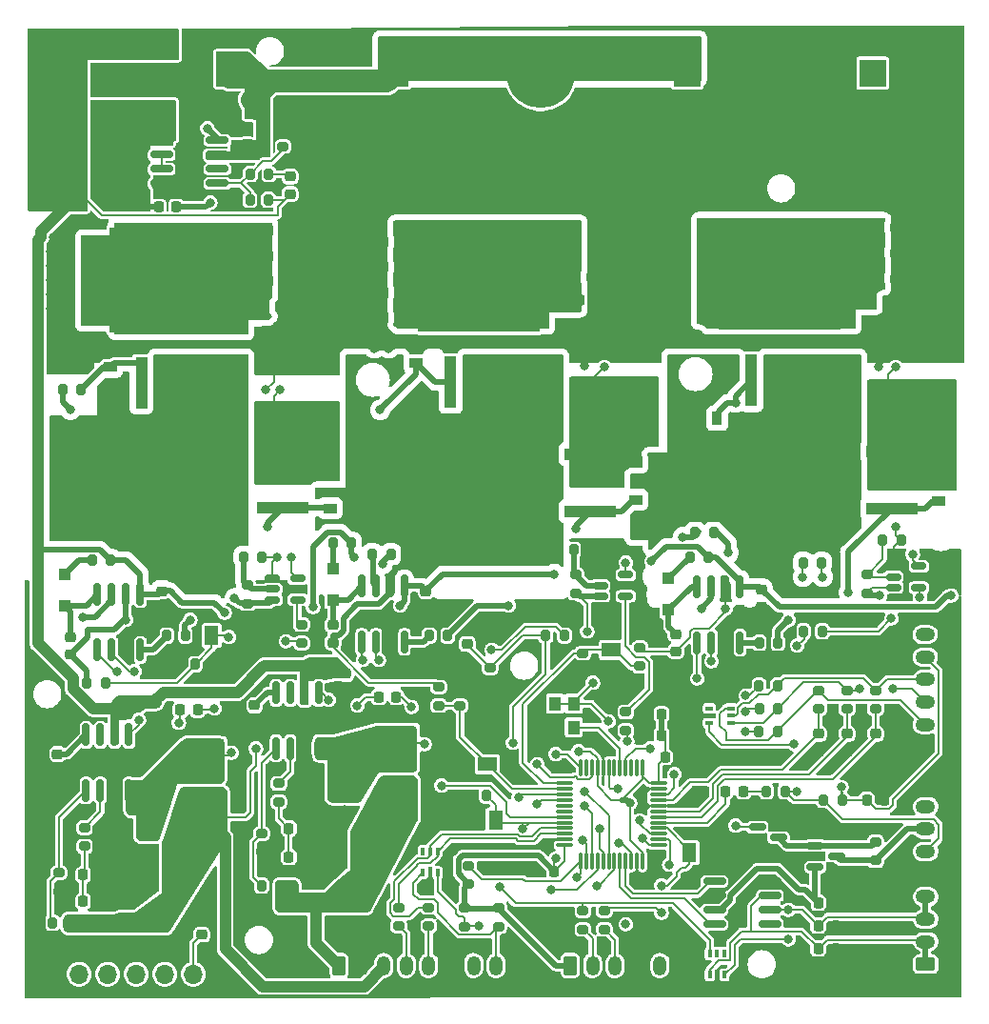
<source format=gbr>
%TF.GenerationSoftware,KiCad,Pcbnew,(6.0.5-0)*%
%TF.CreationDate,2022-05-18T00:34:25-07:00*%
%TF.ProjectId,INV_Board,494e565f-426f-4617-9264-2e6b69636164,rev?*%
%TF.SameCoordinates,Original*%
%TF.FileFunction,Copper,L1,Top*%
%TF.FilePolarity,Positive*%
%FSLAX46Y46*%
G04 Gerber Fmt 4.6, Leading zero omitted, Abs format (unit mm)*
G04 Created by KiCad (PCBNEW (6.0.5-0)) date 2022-05-18 00:34:25*
%MOMM*%
%LPD*%
G01*
G04 APERTURE LIST*
G04 Aperture macros list*
%AMRoundRect*
0 Rectangle with rounded corners*
0 $1 Rounding radius*
0 $2 $3 $4 $5 $6 $7 $8 $9 X,Y pos of 4 corners*
0 Add a 4 corners polygon primitive as box body*
4,1,4,$2,$3,$4,$5,$6,$7,$8,$9,$2,$3,0*
0 Add four circle primitives for the rounded corners*
1,1,$1+$1,$2,$3*
1,1,$1+$1,$4,$5*
1,1,$1+$1,$6,$7*
1,1,$1+$1,$8,$9*
0 Add four rect primitives between the rounded corners*
20,1,$1+$1,$2,$3,$4,$5,0*
20,1,$1+$1,$4,$5,$6,$7,0*
20,1,$1+$1,$6,$7,$8,$9,0*
20,1,$1+$1,$8,$9,$2,$3,0*%
G04 Aperture macros list end*
%TA.AperFunction,SMDPad,CuDef*%
%ADD10RoundRect,0.225000X-0.250000X0.225000X-0.250000X-0.225000X0.250000X-0.225000X0.250000X0.225000X0*%
%TD*%
%TA.AperFunction,ComponentPad*%
%ADD11RoundRect,0.250000X0.625000X-0.350000X0.625000X0.350000X-0.625000X0.350000X-0.625000X-0.350000X0*%
%TD*%
%TA.AperFunction,ComponentPad*%
%ADD12O,1.750000X1.200000*%
%TD*%
%TA.AperFunction,SMDPad,CuDef*%
%ADD13RoundRect,0.200000X0.200000X0.275000X-0.200000X0.275000X-0.200000X-0.275000X0.200000X-0.275000X0*%
%TD*%
%TA.AperFunction,SMDPad,CuDef*%
%ADD14R,3.500000X2.950000*%
%TD*%
%TA.AperFunction,SMDPad,CuDef*%
%ADD15RoundRect,0.200000X-0.275000X0.200000X-0.275000X-0.200000X0.275000X-0.200000X0.275000X0.200000X0*%
%TD*%
%TA.AperFunction,SMDPad,CuDef*%
%ADD16RoundRect,0.150000X-0.150000X0.825000X-0.150000X-0.825000X0.150000X-0.825000X0.150000X0.825000X0*%
%TD*%
%TA.AperFunction,ComponentPad*%
%ADD17C,0.500000*%
%TD*%
%TA.AperFunction,SMDPad,CuDef*%
%ADD18R,3.000000X2.290000*%
%TD*%
%TA.AperFunction,SMDPad,CuDef*%
%ADD19RoundRect,0.200000X-0.200000X-0.275000X0.200000X-0.275000X0.200000X0.275000X-0.200000X0.275000X0*%
%TD*%
%TA.AperFunction,SMDPad,CuDef*%
%ADD20RoundRect,0.225000X-0.225000X-0.250000X0.225000X-0.250000X0.225000X0.250000X-0.225000X0.250000X0*%
%TD*%
%TA.AperFunction,SMDPad,CuDef*%
%ADD21RoundRect,0.250000X-1.500000X-0.550000X1.500000X-0.550000X1.500000X0.550000X-1.500000X0.550000X0*%
%TD*%
%TA.AperFunction,SMDPad,CuDef*%
%ADD22R,1.100000X1.100000*%
%TD*%
%TA.AperFunction,SMDPad,CuDef*%
%ADD23RoundRect,0.200000X0.275000X-0.200000X0.275000X0.200000X-0.275000X0.200000X-0.275000X-0.200000X0*%
%TD*%
%TA.AperFunction,SMDPad,CuDef*%
%ADD24RoundRect,0.225000X0.225000X0.250000X-0.225000X0.250000X-0.225000X-0.250000X0.225000X-0.250000X0*%
%TD*%
%TA.AperFunction,SMDPad,CuDef*%
%ADD25RoundRect,0.225000X0.250000X-0.225000X0.250000X0.225000X-0.250000X0.225000X-0.250000X-0.225000X0*%
%TD*%
%TA.AperFunction,SMDPad,CuDef*%
%ADD26R,0.400000X0.650000*%
%TD*%
%TA.AperFunction,SMDPad,CuDef*%
%ADD27RoundRect,0.218750X-0.218750X-0.256250X0.218750X-0.256250X0.218750X0.256250X-0.218750X0.256250X0*%
%TD*%
%TA.AperFunction,SMDPad,CuDef*%
%ADD28RoundRect,0.150000X0.825000X0.150000X-0.825000X0.150000X-0.825000X-0.150000X0.825000X-0.150000X0*%
%TD*%
%TA.AperFunction,SMDPad,CuDef*%
%ADD29R,2.410000X3.300000*%
%TD*%
%TA.AperFunction,SMDPad,CuDef*%
%ADD30RoundRect,0.150000X-0.587500X-0.150000X0.587500X-0.150000X0.587500X0.150000X-0.587500X0.150000X0*%
%TD*%
%TA.AperFunction,SMDPad,CuDef*%
%ADD31RoundRect,0.250000X-0.325000X-0.650000X0.325000X-0.650000X0.325000X0.650000X-0.325000X0.650000X0*%
%TD*%
%TA.AperFunction,SMDPad,CuDef*%
%ADD32RoundRect,0.150000X-0.825000X-0.150000X0.825000X-0.150000X0.825000X0.150000X-0.825000X0.150000X0*%
%TD*%
%TA.AperFunction,SMDPad,CuDef*%
%ADD33R,0.650000X0.400000*%
%TD*%
%TA.AperFunction,ComponentPad*%
%ADD34RoundRect,0.250000X-0.350000X-0.625000X0.350000X-0.625000X0.350000X0.625000X-0.350000X0.625000X0*%
%TD*%
%TA.AperFunction,ComponentPad*%
%ADD35O,1.200000X1.750000*%
%TD*%
%TA.AperFunction,SMDPad,CuDef*%
%ADD36RoundRect,0.150000X0.512500X0.150000X-0.512500X0.150000X-0.512500X-0.150000X0.512500X-0.150000X0*%
%TD*%
%TA.AperFunction,ComponentPad*%
%ADD37R,2.400000X2.400000*%
%TD*%
%TA.AperFunction,ComponentPad*%
%ADD38C,2.400000*%
%TD*%
%TA.AperFunction,SMDPad,CuDef*%
%ADD39R,1.300000X1.700000*%
%TD*%
%TA.AperFunction,ComponentPad*%
%ADD40C,6.000000*%
%TD*%
%TA.AperFunction,ComponentPad*%
%ADD41R,1.700000X1.700000*%
%TD*%
%TA.AperFunction,ComponentPad*%
%ADD42O,1.700000X1.700000*%
%TD*%
%TA.AperFunction,SMDPad,CuDef*%
%ADD43R,1.200000X0.900000*%
%TD*%
%TA.AperFunction,SMDPad,CuDef*%
%ADD44R,0.900000X1.200000*%
%TD*%
%TA.AperFunction,SMDPad,CuDef*%
%ADD45R,1.100000X1.300000*%
%TD*%
%TA.AperFunction,SMDPad,CuDef*%
%ADD46R,1.700000X1.300000*%
%TD*%
%TA.AperFunction,SMDPad,CuDef*%
%ADD47RoundRect,0.250000X1.425000X-0.362500X1.425000X0.362500X-1.425000X0.362500X-1.425000X-0.362500X0*%
%TD*%
%TA.AperFunction,SMDPad,CuDef*%
%ADD48R,2.950000X3.500000*%
%TD*%
%TA.AperFunction,SMDPad,CuDef*%
%ADD49RoundRect,0.150000X0.150000X-0.825000X0.150000X0.825000X-0.150000X0.825000X-0.150000X-0.825000X0*%
%TD*%
%TA.AperFunction,SMDPad,CuDef*%
%ADD50R,4.600000X1.100000*%
%TD*%
%TA.AperFunction,SMDPad,CuDef*%
%ADD51R,9.400000X10.800000*%
%TD*%
%TA.AperFunction,SMDPad,CuDef*%
%ADD52R,1.100000X4.600000*%
%TD*%
%TA.AperFunction,SMDPad,CuDef*%
%ADD53R,10.800000X9.400000*%
%TD*%
%TA.AperFunction,SMDPad,CuDef*%
%ADD54RoundRect,0.075000X-0.075000X0.662500X-0.075000X-0.662500X0.075000X-0.662500X0.075000X0.662500X0*%
%TD*%
%TA.AperFunction,SMDPad,CuDef*%
%ADD55RoundRect,0.075000X-0.662500X0.075000X-0.662500X-0.075000X0.662500X-0.075000X0.662500X0.075000X0*%
%TD*%
%TA.AperFunction,ViaPad*%
%ADD56C,0.800000*%
%TD*%
%TA.AperFunction,Conductor*%
%ADD57C,1.000000*%
%TD*%
%TA.AperFunction,Conductor*%
%ADD58C,0.500000*%
%TD*%
%TA.AperFunction,Conductor*%
%ADD59C,0.200000*%
%TD*%
%TA.AperFunction,Conductor*%
%ADD60C,2.000000*%
%TD*%
G04 APERTURE END LIST*
D10*
%TO.P,C32,1*%
%TO.N,+12V*%
X144653000Y-106908000D03*
%TO.P,C32,2*%
%TO.N,SGU*%
X144653000Y-108458000D03*
%TD*%
D11*
%TO.P,J6,1,Pin_1*%
%TO.N,Net-(C11-Pad2)*%
X196215000Y-132715000D03*
D12*
%TO.P,J6,2,Pin_2*%
X196215000Y-130715000D03*
%TO.P,J6,3,Pin_3*%
%TO.N,Net-(C12-Pad2)*%
X196215000Y-128715000D03*
%TO.P,J6,4,Pin_4*%
X196215000Y-126715000D03*
%TO.P,J6,5,Pin_5*%
%TO.N,SGU*%
X196215000Y-124715000D03*
%TO.P,J6,6,Pin_6*%
%TO.N,+3V3*%
X196215000Y-122715000D03*
%TO.P,J6,7,Pin_7*%
%TO.N,+5V*%
X196215000Y-120715000D03*
%TO.P,J6,8,Pin_8*%
%TO.N,+12V*%
X196215000Y-118715000D03*
%TD*%
D13*
%TO.P,R28,1*%
%TO.N,+3V3*%
X120205000Y-129032000D03*
%TO.P,R28,2*%
%TO.N,Net-(R28-Pad2)*%
X118555000Y-129032000D03*
%TD*%
D10*
%TO.P,C23,1*%
%TO.N,+12V*%
X127522500Y-109447000D03*
%TO.P,C23,2*%
%TO.N,SGU*%
X127522500Y-110997000D03*
%TD*%
D14*
%TO.P,L2,1*%
%TO.N,+3V3*%
X132080000Y-119634000D03*
%TO.P,L2,2*%
%TO.N,Net-(C25-Pad2)*%
X132080000Y-114184000D03*
%TD*%
D15*
%TO.P,R44,1*%
%TO.N,Net-(R43-Pad2)*%
X137160000Y-121095000D03*
%TO.P,R44,2*%
%TO.N,SGU*%
X137160000Y-122745000D03*
%TD*%
%TO.P,R16,1*%
%TO.N,Net-(R16-Pad1)*%
X121400000Y-120587000D03*
%TO.P,R16,2*%
%TO.N,Net-(C22-Pad1)*%
X121400000Y-122237000D03*
%TD*%
D16*
%TO.P,U8,1,BOOT*%
%TO.N,Net-(C37-Pad1)*%
X142240000Y-108585000D03*
%TO.P,U8,2,VIN*%
%TO.N,+12V*%
X140970000Y-108585000D03*
%TO.P,U8,3,EN*%
%TO.N,unconnected-(U8-Pad3)*%
X139700000Y-108585000D03*
%TO.P,U8,4,SS*%
%TO.N,Net-(C30-Pad1)*%
X138430000Y-108585000D03*
%TO.P,U8,5,VSENSE*%
%TO.N,Net-(R43-Pad2)*%
X138430000Y-113535000D03*
%TO.P,U8,6,COMP*%
%TO.N,Net-(R35-Pad1)*%
X139700000Y-113535000D03*
%TO.P,U8,7,GND*%
%TO.N,SGU*%
X140970000Y-113535000D03*
%TO.P,U8,8,PH*%
%TO.N,Net-(C37-Pad2)*%
X142240000Y-113535000D03*
D17*
%TO.P,U8,9,EP*%
%TO.N,SGU*%
X140335000Y-111710000D03*
X139335000Y-110410000D03*
X140335000Y-110410000D03*
D18*
X140335000Y-111060000D03*
D17*
X141335000Y-110410000D03*
X141335000Y-111710000D03*
X139335000Y-111710000D03*
%TD*%
D19*
%TO.P,R33,1*%
%TO.N,+3V3*%
X187135000Y-118110000D03*
%TO.P,R33,2*%
%TO.N,Motor_T*%
X188785000Y-118110000D03*
%TD*%
D10*
%TO.P,C30,1*%
%TO.N,Net-(C30-Pad1)*%
X136525000Y-109702000D03*
%TO.P,C30,2*%
%TO.N,SGU*%
X136525000Y-111252000D03*
%TD*%
D20*
%TO.P,C33,1*%
%TO.N,Net-(C31-Pad1)*%
X139560000Y-120650000D03*
%TO.P,C33,2*%
%TO.N,SGU*%
X141110000Y-120650000D03*
%TD*%
%TO.P,C44,1*%
%TO.N,SGU*%
X144018000Y-123952000D03*
%TO.P,C44,2*%
%TO.N,+5V*%
X145568000Y-123952000D03*
%TD*%
D21*
%TO.P,C18,1*%
%TO.N,+12V*%
X119568000Y-54610000D03*
%TO.P,C18,2*%
%TO.N,SGU*%
X124968000Y-54610000D03*
%TD*%
D22*
%TO.P,D14,1,K*%
%TO.N,Net-(C37-Pad2)*%
X143770000Y-117475000D03*
%TO.P,D14,2,A*%
%TO.N,SGU*%
X140970000Y-117475000D03*
%TD*%
D14*
%TO.P,L3,1*%
%TO.N,+5V*%
X149225000Y-118480000D03*
%TO.P,L3,2*%
%TO.N,Net-(C37-Pad2)*%
X149225000Y-113030000D03*
%TD*%
D19*
%TO.P,R6,1*%
%TO.N,Net-(R3-Pad2)*%
X136144000Y-62484000D03*
%TO.P,R6,2*%
%TO.N,Net-(C17-Pad2)*%
X137794000Y-62484000D03*
%TD*%
D20*
%TO.P,C24,1*%
%TO.N,Net-(C22-Pad1)*%
X121260000Y-124777000D03*
%TO.P,C24,2*%
%TO.N,SGU*%
X122810000Y-124777000D03*
%TD*%
D23*
%TO.P,R1,1*%
%TO.N,+5V*%
X191770000Y-123507000D03*
%TO.P,R1,2*%
%TO.N,Net-(Q1-Pad3)*%
X191770000Y-121857000D03*
%TD*%
D20*
%TO.P,C22,1*%
%TO.N,Net-(C22-Pad1)*%
X121260000Y-127127000D03*
%TO.P,C22,2*%
%TO.N,SGU*%
X122810000Y-127127000D03*
%TD*%
D24*
%TO.P,C11,1*%
%TO.N,SGU*%
X188214000Y-131318000D03*
%TO.P,C11,2*%
%TO.N,Net-(C11-Pad2)*%
X186664000Y-131318000D03*
%TD*%
D20*
%TO.P,C26,1*%
%TO.N,SGU*%
X127382500Y-123317000D03*
%TO.P,C26,2*%
%TO.N,+3V3*%
X128932500Y-123317000D03*
%TD*%
D15*
%TO.P,R35,1*%
%TO.N,Net-(R35-Pad1)*%
X138684000Y-116650000D03*
%TO.P,R35,2*%
%TO.N,Net-(C31-Pad1)*%
X138684000Y-118300000D03*
%TD*%
D25*
%TO.P,C17,1*%
%TO.N,+12V*%
X139700000Y-64262000D03*
%TO.P,C17,2*%
%TO.N,Net-(C17-Pad2)*%
X139700000Y-62712000D03*
%TD*%
D26*
%TO.P,U14,1,K*%
%TO.N,I2CSCL*%
X151496000Y-124587000D03*
%TO.P,U14,2,A*%
%TO.N,SGU*%
X152146000Y-124587000D03*
%TO.P,U14,3,K*%
%TO.N,I2CSDA*%
X152796000Y-124587000D03*
%TO.P,U14,4,K*%
%TO.N,STRx*%
X152796000Y-122687000D03*
%TO.P,U14,5,K*%
%TO.N,STTx*%
X152146000Y-122687000D03*
%TO.P,U14,6,K*%
%TO.N,unconnected-(U14-Pad6)*%
X151496000Y-122687000D03*
%TD*%
D27*
%TO.P,D3,1,K*%
%TO.N,HeartBeat_LED*%
X178435000Y-117348000D03*
%TO.P,D3,2,A*%
%TO.N,Net-(D3-Pad2)*%
X180010000Y-117348000D03*
%TD*%
D28*
%TO.P,U3,1,FB*%
%TO.N,Net-(R3-Pad2)*%
X133220000Y-63310000D03*
%TO.P,U3,2,NC*%
%TO.N,unconnected-(U3-Pad2)*%
X133220000Y-62040000D03*
%TO.P,U3,3,VIN*%
%TO.N,+VDC*%
X133220000Y-60770000D03*
%TO.P,U3,4,BST*%
%TO.N,Net-(C8-Pad1)*%
X133220000Y-59500000D03*
%TO.P,U3,5,SW*%
%TO.N,Net-(C8-Pad2)*%
X128270000Y-59500000D03*
%TO.P,U3,6,DIM*%
%TO.N,Net-(U3-Pad6)*%
X128270000Y-60770000D03*
%TO.P,U3,7,EN*%
X128270000Y-62040000D03*
%TO.P,U3,8,GND*%
%TO.N,SGU*%
X128270000Y-63310000D03*
D17*
%TO.P,U3,9,EP*%
X130045000Y-62605000D03*
X130045000Y-61405000D03*
D29*
X130745000Y-61405000D03*
D17*
X130045000Y-60205000D03*
X131445000Y-61405000D03*
X131445000Y-60205000D03*
X131445000Y-62605000D03*
%TD*%
D30*
%TO.P,Q1,1,G*%
%TO.N,CAN_EN*%
X181259000Y-120523000D03*
%TO.P,Q1,2,S*%
%TO.N,SGU*%
X181259000Y-122423000D03*
%TO.P,Q1,3,D*%
%TO.N,Net-(Q1-Pad3)*%
X183134000Y-121473000D03*
%TD*%
D10*
%TO.P,C45,1*%
%TO.N,SGU*%
X141986000Y-125476000D03*
%TO.P,C45,2*%
%TO.N,+5V*%
X141986000Y-127026000D03*
%TD*%
D20*
%TO.P,C31,1*%
%TO.N,Net-(C31-Pad1)*%
X139560000Y-123190000D03*
%TO.P,C31,2*%
%TO.N,SGU*%
X141110000Y-123190000D03*
%TD*%
D31*
%TO.P,C3,1*%
%TO.N,SGU*%
X133350000Y-55880000D03*
%TO.P,C3,2*%
%TO.N,+VDC*%
X136300000Y-55880000D03*
%TD*%
D32*
%TO.P,U2,1,TXD*%
%TO.N,CAN_TXD*%
X177422000Y-125349000D03*
%TO.P,U2,2,GND*%
%TO.N,SGU*%
X177422000Y-126619000D03*
%TO.P,U2,3,VCC*%
%TO.N,Net-(C5-Pad1)*%
X177422000Y-127889000D03*
%TO.P,U2,4,RXD*%
%TO.N,CAN_RXD*%
X177422000Y-129159000D03*
%TO.P,U2,5,n.c.*%
%TO.N,unconnected-(U2-Pad5)*%
X182372000Y-129159000D03*
%TO.P,U2,6,CANL*%
%TO.N,Net-(C12-Pad2)*%
X182372000Y-127889000D03*
%TO.P,U2,7,CANH*%
%TO.N,Net-(C11-Pad2)*%
X182372000Y-126619000D03*
%TO.P,U2,8,S*%
%TO.N,SGU*%
X182372000Y-125349000D03*
%TD*%
D10*
%TO.P,C21,1*%
%TO.N,Net-(C21-Pad1)*%
X118999000Y-114033000D03*
%TO.P,C21,2*%
%TO.N,SGU*%
X118999000Y-115583000D03*
%TD*%
D13*
%TO.P,R2,1*%
%TO.N,+3V3*%
X183705000Y-117348000D03*
%TO.P,R2,2*%
%TO.N,Net-(D3-Pad2)*%
X182055000Y-117348000D03*
%TD*%
D24*
%TO.P,C12,1*%
%TO.N,SGU*%
X188214000Y-129286000D03*
%TO.P,C12,2*%
%TO.N,Net-(C12-Pad2)*%
X186664000Y-129286000D03*
%TD*%
D22*
%TO.P,D4,1,K*%
%TO.N,Net-(C8-Pad2)*%
X128140000Y-56896000D03*
%TO.P,D4,2,A*%
%TO.N,SGU*%
X130940000Y-56896000D03*
%TD*%
D30*
%TO.P,Q2,1,G*%
%TO.N,Net-(Q1-Pad3)*%
X186387500Y-122174000D03*
%TO.P,Q2,2,S*%
%TO.N,Net-(C5-Pad1)*%
X186387500Y-124074000D03*
%TO.P,Q2,3,D*%
%TO.N,+5V*%
X188262500Y-123124000D03*
%TD*%
D15*
%TO.P,R29,1*%
%TO.N,Net-(R28-Pad2)*%
X119126000Y-124587000D03*
%TO.P,R29,2*%
%TO.N,SGU*%
X119126000Y-126237000D03*
%TD*%
D20*
%TO.P,C43,1*%
%TO.N,SGU*%
X144018000Y-121412000D03*
%TO.P,C43,2*%
%TO.N,+5V*%
X145568000Y-121412000D03*
%TD*%
D13*
%TO.P,R43,1*%
%TO.N,+5V*%
X138810000Y-125730000D03*
%TO.P,R43,2*%
%TO.N,Net-(R43-Pad2)*%
X137160000Y-125730000D03*
%TD*%
D20*
%TO.P,C25,1*%
%TO.N,Net-(C25-Pad1)*%
X129908000Y-110109000D03*
%TO.P,C25,2*%
%TO.N,Net-(C25-Pad2)*%
X131458000Y-110109000D03*
%TD*%
%TO.P,C5,1*%
%TO.N,Net-(C5-Pad1)*%
X186677000Y-127254000D03*
%TO.P,C5,2*%
%TO.N,SGU*%
X188227000Y-127254000D03*
%TD*%
%TO.P,C29,1*%
%TO.N,Motor_T*%
X190995000Y-118110000D03*
%TO.P,C29,2*%
%TO.N,SGU*%
X192545000Y-118110000D03*
%TD*%
D10*
%TO.P,C28,1*%
%TO.N,SGU*%
X124982500Y-126987000D03*
%TO.P,C28,2*%
%TO.N,+3V3*%
X124982500Y-128537000D03*
%TD*%
D16*
%TO.P,U5,1,BOOT*%
%TO.N,Net-(C25-Pad1)*%
X125349000Y-112333000D03*
%TO.P,U5,2,VIN*%
%TO.N,+12V*%
X124079000Y-112333000D03*
%TO.P,U5,3,EN*%
%TO.N,unconnected-(U5-Pad3)*%
X122809000Y-112333000D03*
%TO.P,U5,4,SS*%
%TO.N,Net-(C21-Pad1)*%
X121539000Y-112333000D03*
%TO.P,U5,5,VSENSE*%
%TO.N,Net-(R28-Pad2)*%
X121539000Y-117283000D03*
%TO.P,U5,6,COMP*%
%TO.N,Net-(R16-Pad1)*%
X122809000Y-117283000D03*
%TO.P,U5,7,GND*%
%TO.N,SGU*%
X124079000Y-117283000D03*
%TO.P,U5,8,PH*%
%TO.N,Net-(C25-Pad2)*%
X125349000Y-117283000D03*
D17*
%TO.P,U5,9,EP*%
%TO.N,SGU*%
X123444000Y-115458000D03*
X122444000Y-114158000D03*
X123444000Y-114158000D03*
D18*
X123444000Y-114808000D03*
D17*
X124444000Y-114158000D03*
X124444000Y-115458000D03*
X122444000Y-115458000D03*
%TD*%
D20*
%TO.P,C37,1*%
%TO.N,Net-(C37-Pad1)*%
X147574000Y-108966000D03*
%TO.P,C37,2*%
%TO.N,Net-(C37-Pad2)*%
X149124000Y-108966000D03*
%TD*%
D33*
%TO.P,U12,1,K*%
%TO.N,unconnected-(U12-Pad1)*%
X176977000Y-109967000D03*
%TO.P,U12,2,A*%
%TO.N,SGU*%
X176977000Y-110617000D03*
%TO.P,U12,3,K*%
%TO.N,Motor_T*%
X176977000Y-111267000D03*
%TO.P,U12,4,K*%
%TO.N,Net-(J4-Pad3)*%
X178877000Y-111267000D03*
%TO.P,U12,5,K*%
%TO.N,Net-(J4-Pad4)*%
X178877000Y-110617000D03*
%TO.P,U12,6,K*%
%TO.N,Net-(J4-Pad2)*%
X178877000Y-109967000D03*
%TD*%
D20*
%TO.P,C27,1*%
%TO.N,SGU*%
X127242500Y-125857000D03*
%TO.P,C27,2*%
%TO.N,+3V3*%
X128792500Y-125857000D03*
%TD*%
D31*
%TO.P,C2,1*%
%TO.N,SGU*%
X130908000Y-52832000D03*
%TO.P,C2,2*%
%TO.N,+VDC*%
X133858000Y-52832000D03*
%TD*%
D26*
%TO.P,U13,1,K*%
%TO.N,Net-(C11-Pad2)*%
X177023000Y-133665000D03*
%TO.P,U13,2,A*%
%TO.N,SGU*%
X177673000Y-133665000D03*
%TO.P,U13,3,K*%
%TO.N,Net-(C12-Pad2)*%
X178323000Y-133665000D03*
%TO.P,U13,4,K*%
%TO.N,unconnected-(U13-Pad4)*%
X178323000Y-131765000D03*
%TO.P,U13,5,K*%
%TO.N,unconnected-(U13-Pad5)*%
X177673000Y-131765000D03*
%TO.P,U13,6,K*%
%TO.N,AnalogIn*%
X177023000Y-131765000D03*
%TD*%
D22*
%TO.P,D8,1,K*%
%TO.N,Net-(C25-Pad2)*%
X126610000Y-120967000D03*
%TO.P,D8,2,A*%
%TO.N,SGU*%
X123810000Y-120967000D03*
%TD*%
D20*
%TO.P,C54,1*%
%TO.N,+VDC*%
X165225000Y-67150000D03*
%TO.P,C54,2*%
%TO.N,SGU*%
X166775000Y-67150000D03*
%TD*%
D23*
%TO.P,R34,1*%
%TO.N,/op3Vout*%
X140716000Y-104177500D03*
%TO.P,R34,2*%
%TO.N,Net-(R34-Pad2)*%
X140716000Y-102527500D03*
%TD*%
%TO.P,R26,1*%
%TO.N,/op2Vout*%
X169545000Y-111950000D03*
%TO.P,R26,2*%
%TO.N,Net-(R26-Pad2)*%
X169545000Y-110300000D03*
%TD*%
D19*
%TO.P,R19,1*%
%TO.N,/op1Vout*%
X185357000Y-103124000D03*
%TO.P,R19,2*%
%TO.N,Net-(R19-Pad2)*%
X187007000Y-103124000D03*
%TD*%
D34*
%TO.P,J5,1,Pin_1*%
%TO.N,+5V*%
X144018000Y-132842000D03*
D35*
%TO.P,J5,2,Pin_2*%
%TO.N,SGU*%
X146018000Y-132842000D03*
%TO.P,J5,3,Pin_3*%
%TO.N,+3V3*%
X148018000Y-132842000D03*
%TO.P,J5,4,Pin_4*%
%TO.N,Net-(J5-Pad4)*%
X150018000Y-132842000D03*
%TO.P,J5,5,Pin_5*%
%TO.N,Net-(J5-Pad5)*%
X152018000Y-132842000D03*
%TO.P,J5,6,Pin_6*%
%TO.N,SGU*%
X154018000Y-132842000D03*
%TO.P,J5,7,Pin_7*%
%TO.N,I2CSDA*%
X156018000Y-132842000D03*
%TO.P,J5,8,Pin_8*%
%TO.N,I2CSCL*%
X158018000Y-132842000D03*
%TD*%
D23*
%TO.P,R32,1*%
%TO.N,+3V3*%
X135890000Y-100672500D03*
%TO.P,R32,2*%
%TO.N,Net-(R31-Pad1)*%
X135890000Y-99022500D03*
%TD*%
D19*
%TO.P,R31,1*%
%TO.N,Net-(R31-Pad1)*%
X135547500Y-96520000D03*
%TO.P,R31,2*%
%TO.N,SGU*%
X137197500Y-96520000D03*
%TD*%
D23*
%TO.P,R24,1*%
%TO.N,+3V3*%
X165100000Y-99732500D03*
%TO.P,R24,2*%
%TO.N,Net-(R23-Pad1)*%
X165100000Y-98082500D03*
%TD*%
D19*
%TO.P,R23,1*%
%TO.N,Net-(R23-Pad1)*%
X164910000Y-95885000D03*
%TO.P,R23,2*%
%TO.N,SGU*%
X166560000Y-95885000D03*
%TD*%
D23*
%TO.P,R18,1*%
%TO.N,+3V3*%
X191000000Y-99732500D03*
%TO.P,R18,2*%
%TO.N,Net-(R17-Pad1)*%
X191000000Y-98082500D03*
%TD*%
D19*
%TO.P,R17,1*%
%TO.N,Net-(R17-Pad1)*%
X192367500Y-94996000D03*
%TO.P,R17,2*%
%TO.N,SGU*%
X194017500Y-94996000D03*
%TD*%
D36*
%TO.P,U7,1*%
%TO.N,Net-(R34-Pad2)*%
X140372500Y-100330000D03*
%TO.P,U7,2,GND*%
%TO.N,SGU*%
X140372500Y-99380000D03*
%TO.P,U7,3,+*%
%TO.N,ISW*%
X140372500Y-98430000D03*
%TO.P,U7,4,-*%
%TO.N,SGU*%
X138097500Y-98430000D03*
%TO.P,U7,5,REF*%
%TO.N,Net-(R31-Pad1)*%
X138097500Y-99380000D03*
%TO.P,U7,6,V+*%
%TO.N,+3V3*%
X138097500Y-100330000D03*
%TD*%
%TO.P,U6,1*%
%TO.N,Net-(R26-Pad2)*%
X169537500Y-100010000D03*
%TO.P,U6,2,GND*%
%TO.N,SGU*%
X169537500Y-99060000D03*
%TO.P,U6,3,+*%
%TO.N,ISV*%
X169537500Y-98110000D03*
%TO.P,U6,4,-*%
%TO.N,SGU*%
X167262500Y-98110000D03*
%TO.P,U6,5,REF*%
%TO.N,Net-(R23-Pad1)*%
X167262500Y-99060000D03*
%TO.P,U6,6,V+*%
%TO.N,+3V3*%
X167262500Y-100010000D03*
%TD*%
%TO.P,U4,1*%
%TO.N,Net-(R19-Pad2)*%
X195617500Y-99248000D03*
%TO.P,U4,2,GND*%
%TO.N,SGU*%
X195617500Y-98298000D03*
%TO.P,U4,3,+*%
%TO.N,ISU*%
X195617500Y-97348000D03*
%TO.P,U4,4,-*%
%TO.N,SGU*%
X193342500Y-97348000D03*
%TO.P,U4,5,REF*%
%TO.N,Net-(R17-Pad1)*%
X193342500Y-98298000D03*
%TO.P,U4,6,V+*%
%TO.N,+3V3*%
X193342500Y-99248000D03*
%TD*%
D20*
%TO.P,C47,1*%
%TO.N,+VDC*%
X191975000Y-67250000D03*
%TO.P,C47,2*%
%TO.N,SGU*%
X193525000Y-67250000D03*
%TD*%
D37*
%TO.P,C46,1*%
%TO.N,+VDC*%
X191500000Y-53500000D03*
D38*
%TO.P,C46,2*%
%TO.N,SGU*%
X191500000Y-61000000D03*
%TD*%
D19*
%TO.P,TH1,1*%
%TO.N,BoardTemp*%
X185331500Y-97028000D03*
%TO.P,TH1,2*%
%TO.N,SGU*%
X186981500Y-97028000D03*
%TD*%
D13*
%TO.P,R22,1*%
%TO.N,AnalogIn*%
X157136500Y-117729000D03*
%TO.P,R22,2*%
%TO.N,SGU*%
X155486500Y-117729000D03*
%TD*%
D23*
%TO.P,R30,1*%
%TO.N,+3V3*%
X155575000Y-125615000D03*
%TO.P,R30,2*%
%TO.N,BoardTemp*%
X155575000Y-123965000D03*
%TD*%
D15*
%TO.P,R20,1*%
%TO.N,AnalogIn*%
X165735000Y-127978500D03*
%TO.P,R20,2*%
%TO.N,Net-(J7-Pad2)*%
X165735000Y-129628500D03*
%TD*%
D39*
%TO.P,D9,1,K*%
%TO.N,AnalogIn*%
X157960000Y-119888000D03*
%TO.P,D9,2,A*%
%TO.N,SGU*%
X154460000Y-119888000D03*
%TD*%
D24*
%TO.P,C64,1*%
%TO.N,+VDC*%
X176275000Y-74500000D03*
%TO.P,C64,2*%
%TO.N,SGU*%
X174725000Y-74500000D03*
%TD*%
%TO.P,C61,1*%
%TO.N,+VDC*%
X176275000Y-72250000D03*
%TO.P,C61,2*%
%TO.N,SGU*%
X174725000Y-72250000D03*
%TD*%
%TO.P,C58,1*%
%TO.N,+VDC*%
X176275000Y-70000000D03*
%TO.P,C58,2*%
%TO.N,SGU*%
X174725000Y-70000000D03*
%TD*%
%TO.P,C56,1*%
%TO.N,+VDC*%
X176275000Y-67750000D03*
%TO.P,C56,2*%
%TO.N,SGU*%
X174725000Y-67750000D03*
%TD*%
D20*
%TO.P,C53,1*%
%TO.N,+VDC*%
X165225000Y-69400000D03*
%TO.P,C53,2*%
%TO.N,SGU*%
X166775000Y-69400000D03*
%TD*%
%TO.P,C51,1*%
%TO.N,+VDC*%
X164960000Y-71650000D03*
%TO.P,C51,2*%
%TO.N,SGU*%
X166510000Y-71650000D03*
%TD*%
D24*
%TO.P,C50,1*%
%TO.N,+VDC*%
X149525000Y-75250000D03*
%TO.P,C50,2*%
%TO.N,SGU*%
X147975000Y-75250000D03*
%TD*%
%TO.P,C74,1*%
%TO.N,+VDC*%
X149525000Y-73000000D03*
%TO.P,C74,2*%
%TO.N,SGU*%
X147975000Y-73000000D03*
%TD*%
%TO.P,C73,1*%
%TO.N,+VDC*%
X149525000Y-70750000D03*
%TO.P,C73,2*%
%TO.N,SGU*%
X147975000Y-70750000D03*
%TD*%
D20*
%TO.P,C72,1*%
%TO.N,+VDC*%
X137775000Y-67500000D03*
%TO.P,C72,2*%
%TO.N,SGU*%
X139325000Y-67500000D03*
%TD*%
%TO.P,C70,1*%
%TO.N,+VDC*%
X137775000Y-69750000D03*
%TO.P,C70,2*%
%TO.N,SGU*%
X139325000Y-69750000D03*
%TD*%
%TO.P,C69,1*%
%TO.N,+VDC*%
X137775000Y-72000000D03*
%TO.P,C69,2*%
%TO.N,SGU*%
X139325000Y-72000000D03*
%TD*%
D24*
%TO.P,C67,1*%
%TO.N,+VDC*%
X121616000Y-74168000D03*
%TO.P,C67,2*%
%TO.N,SGU*%
X120066000Y-74168000D03*
%TD*%
%TO.P,C62,1*%
%TO.N,+VDC*%
X121616000Y-71744000D03*
%TO.P,C62,2*%
%TO.N,SGU*%
X120066000Y-71744000D03*
%TD*%
D10*
%TO.P,C20,1*%
%TO.N,/Hall3*%
X186690000Y-112229500D03*
%TO.P,C20,2*%
%TO.N,SGU*%
X186690000Y-113779500D03*
%TD*%
%TO.P,C19,1*%
%TO.N,/Hall2*%
X189230000Y-112229500D03*
%TO.P,C19,2*%
%TO.N,SGU*%
X189230000Y-113779500D03*
%TD*%
%TO.P,C16,1*%
%TO.N,/Hall1*%
X191770000Y-112229500D03*
%TO.P,C16,2*%
%TO.N,SGU*%
X191770000Y-113779500D03*
%TD*%
D40*
%TO.P,J8,1,Pin_1*%
%TO.N,SGU*%
X162000000Y-60850000D03*
%TO.P,J8,2,Pin_2*%
%TO.N,+VDC*%
X162000000Y-53650000D03*
%TD*%
D41*
%TO.P,J3,1,Pin_1*%
%TO.N,SGU*%
X118364000Y-133604000D03*
D42*
%TO.P,J3,2,Pin_2*%
%TO.N,SWDIO*%
X120904000Y-133604000D03*
%TO.P,J3,3,Pin_3*%
%TO.N,SWCLK*%
X123444000Y-133604000D03*
%TO.P,J3,4,Pin_4*%
%TO.N,SWO*%
X125984000Y-133604000D03*
%TO.P,J3,5,Pin_5*%
%TO.N,unconnected-(J3-Pad5)*%
X128524000Y-133604000D03*
%TO.P,J3,6,Pin_6*%
%TO.N,#RES*%
X131064000Y-133604000D03*
%TD*%
D11*
%TO.P,J4,1,Pin_1*%
%TO.N,SGU*%
X196173000Y-113411000D03*
D12*
%TO.P,J4,2,Pin_2*%
%TO.N,Net-(J4-Pad2)*%
X196173000Y-111411000D03*
%TO.P,J4,3,Pin_3*%
%TO.N,Net-(J4-Pad3)*%
X196173000Y-109411000D03*
%TO.P,J4,4,Pin_4*%
%TO.N,Net-(J4-Pad4)*%
X196173000Y-107411000D03*
%TO.P,J4,5,Pin_5*%
%TO.N,Motor_T*%
X196173000Y-105411000D03*
%TO.P,J4,6,Pin_6*%
%TO.N,+5V*%
X196173000Y-103411000D03*
%TD*%
D23*
%TO.P,R14,1*%
%TO.N,Net-(J5-Pad4)*%
X149352000Y-129323500D03*
%TO.P,R14,2*%
%TO.N,STRx*%
X149352000Y-127673500D03*
%TD*%
D15*
%TO.P,R13,1*%
%TO.N,STTx*%
X152019000Y-127673500D03*
%TO.P,R13,2*%
%TO.N,Net-(J5-Pad5)*%
X152019000Y-129323500D03*
%TD*%
D22*
%TO.P,D17,1,K*%
%TO.N,Net-(C40-Pad1)*%
X143510000Y-100330000D03*
%TO.P,D17,2,A*%
%TO.N,Net-(D17-Pad2)*%
X143510000Y-97530000D03*
%TD*%
D20*
%TO.P,C7,1*%
%TO.N,+3V3*%
X172732500Y-112395000D03*
%TO.P,C7,2*%
%TO.N,SGU*%
X174282500Y-112395000D03*
%TD*%
D23*
%TO.P,R15,1*%
%TO.N,/Hall3*%
X186690000Y-110019500D03*
%TO.P,R15,2*%
%TO.N,Net-(J4-Pad2)*%
X186690000Y-108369500D03*
%TD*%
%TO.P,R11,1*%
%TO.N,/Hall2*%
X189230000Y-110019500D03*
%TO.P,R11,2*%
%TO.N,Net-(J4-Pad3)*%
X189230000Y-108369500D03*
%TD*%
%TO.P,R7,1*%
%TO.N,/Hall1*%
X191770000Y-110019500D03*
%TO.P,R7,2*%
%TO.N,Net-(J4-Pad4)*%
X191770000Y-108369500D03*
%TD*%
D19*
%TO.P,R12,1*%
%TO.N,+3V3*%
X181394500Y-112014000D03*
%TO.P,R12,2*%
%TO.N,Net-(J4-Pad2)*%
X183044500Y-112014000D03*
%TD*%
%TO.P,R10,1*%
%TO.N,+3V3*%
X181420000Y-109982000D03*
%TO.P,R10,2*%
%TO.N,Net-(J4-Pad3)*%
X183070000Y-109982000D03*
%TD*%
%TO.P,R5,1*%
%TO.N,+3V3*%
X181394500Y-107950000D03*
%TO.P,R5,2*%
%TO.N,Net-(J4-Pad4)*%
X183044500Y-107950000D03*
%TD*%
D15*
%TO.P,R25,1*%
%TO.N,+3V3*%
X158242000Y-127724500D03*
%TO.P,R25,2*%
%TO.N,I2CSCL*%
X158242000Y-129374500D03*
%TD*%
%TO.P,R21,1*%
%TO.N,+3V3*%
X155194000Y-127724500D03*
%TO.P,R21,2*%
%TO.N,I2CSDA*%
X155194000Y-129374500D03*
%TD*%
%TO.P,R27,1*%
%TO.N,PWMin*%
X167640000Y-127978500D03*
%TO.P,R27,2*%
%TO.N,Net-(J7-Pad3)*%
X167640000Y-129628500D03*
%TD*%
D43*
%TO.P,D21,1,K*%
%TO.N,/WGL*%
X143256000Y-92201000D03*
%TO.P,D21,2,A*%
%TO.N,ISW*%
X143256000Y-88901000D03*
%TD*%
%TO.P,D20,1,K*%
%TO.N,/WGH*%
X123698000Y-79631000D03*
%TO.P,D20,2,A*%
%TO.N,SWW*%
X123698000Y-82931000D03*
%TD*%
%TO.P,D25,1,K*%
%TO.N,/VGL*%
X170434000Y-91440000D03*
%TO.P,D25,2,A*%
%TO.N,ISV*%
X170434000Y-88140000D03*
%TD*%
%TO.P,D24,1,K*%
%TO.N,/VGH*%
X150876000Y-79250000D03*
%TO.P,D24,2,A*%
%TO.N,SWV*%
X150876000Y-82550000D03*
%TD*%
%TO.P,D23,1,K*%
%TO.N,/UGL*%
X197358000Y-91565000D03*
%TO.P,D23,2,A*%
%TO.N,ISU*%
X197358000Y-88265000D03*
%TD*%
D44*
%TO.P,D22,1,K*%
%TO.N,/UGH*%
X177672000Y-84201000D03*
%TO.P,D22,2,A*%
%TO.N,SWU*%
X174372000Y-84201000D03*
%TD*%
D37*
%TO.P,C42,1*%
%TO.N,+VDC*%
X149000000Y-53500000D03*
D38*
%TO.P,C42,2*%
%TO.N,SGU*%
X149000000Y-61000000D03*
%TD*%
D37*
%TO.P,C41,1*%
%TO.N,+VDC*%
X175000000Y-53500000D03*
D38*
%TO.P,C41,2*%
%TO.N,SGU*%
X175000000Y-61000000D03*
%TD*%
D20*
%TO.P,C57,1*%
%TO.N,+VDC*%
X191975000Y-69500000D03*
%TO.P,C57,2*%
%TO.N,SGU*%
X193525000Y-69500000D03*
%TD*%
%TO.P,C59,1*%
%TO.N,+VDC*%
X191975000Y-71750000D03*
%TO.P,C59,2*%
%TO.N,SGU*%
X193525000Y-71750000D03*
%TD*%
D22*
%TO.P,D15,1,K*%
%TO.N,Net-(C38-Pad1)*%
X119634000Y-100838000D03*
%TO.P,D15,2,A*%
%TO.N,Net-(D15-Pad2)*%
X119634000Y-98038000D03*
%TD*%
D25*
%TO.P,C1,1*%
%TO.N,#RES*%
X131826000Y-130086500D03*
%TO.P,C1,2*%
%TO.N,SGU*%
X131826000Y-128536500D03*
%TD*%
D34*
%TO.P,J7,1,Pin_1*%
%TO.N,+3V3*%
X164592000Y-132842000D03*
D35*
%TO.P,J7,2,Pin_2*%
%TO.N,Net-(J7-Pad2)*%
X166592000Y-132842000D03*
%TO.P,J7,3,Pin_3*%
%TO.N,Net-(J7-Pad3)*%
X168592000Y-132842000D03*
%TO.P,J7,4,Pin_4*%
%TO.N,SGU*%
X170592000Y-132842000D03*
%TO.P,J7,5,Pin_5*%
%TO.N,+5V*%
X172592000Y-132842000D03*
%TD*%
D10*
%TO.P,C71,1*%
%TO.N,Vsense_MCU*%
X155448000Y-104254000D03*
%TO.P,C71,2*%
%TO.N,SGU*%
X155448000Y-105804000D03*
%TD*%
D45*
%TO.P,X1,1,EN*%
%TO.N,+3V3*%
X163260800Y-109560400D03*
%TO.P,X1,2,GND*%
%TO.N,SGU*%
X163260800Y-111660400D03*
%TO.P,X1,3,OUT*%
%TO.N,Net-(U1-Pad5)*%
X164910800Y-111660400D03*
%TO.P,X1,4,Vdd*%
%TO.N,+3V3*%
X164910800Y-109560400D03*
%TD*%
D13*
%TO.P,R65,1*%
%TO.N,+VDC*%
X164083000Y-103505000D03*
%TO.P,R65,2*%
%TO.N,Vsense_MCU*%
X162433000Y-103505000D03*
%TD*%
D19*
%TO.P,R58,1*%
%TO.N,SWW*%
X121603000Y-107696000D03*
%TO.P,R58,2*%
%TO.N,PhaseW*%
X123253000Y-107696000D03*
%TD*%
%TO.P,R51,1*%
%TO.N,PhaseW*%
X131255000Y-106045000D03*
%TO.P,R51,2*%
%TO.N,SGU*%
X132905000Y-106045000D03*
%TD*%
D15*
%TO.P,R42,1*%
%TO.N,SWV*%
X152908000Y-108078000D03*
%TO.P,R42,2*%
%TO.N,PhaseV*%
X152908000Y-109728000D03*
%TD*%
D23*
%TO.P,R41,1*%
%TO.N,PhaseV*%
X154813000Y-109728000D03*
%TO.P,R41,2*%
%TO.N,SGU*%
X154813000Y-108078000D03*
%TD*%
D15*
%TO.P,R37,1*%
%TO.N,SWU*%
X170815000Y-104585000D03*
%TO.P,R37,2*%
%TO.N,PhaseU*%
X170815000Y-106235000D03*
%TD*%
%TO.P,R36,1*%
%TO.N,PhaseU*%
X165735000Y-105067500D03*
%TO.P,R36,2*%
%TO.N,SGU*%
X165735000Y-106717500D03*
%TD*%
D39*
%TO.P,D26,1,K*%
%TO.N,PhaseW*%
X132715000Y-103505000D03*
%TO.P,D26,2,A*%
%TO.N,SGU*%
X136215000Y-103505000D03*
%TD*%
D46*
%TO.P,D19,1,K*%
%TO.N,PhaseV*%
X157226000Y-114935000D03*
%TO.P,D19,2,A*%
%TO.N,SGU*%
X157226000Y-111435000D03*
%TD*%
%TO.P,D13,1,K*%
%TO.N,PhaseU*%
X168275000Y-104775000D03*
%TO.P,D13,2,A*%
%TO.N,SGU*%
X168275000Y-108275000D03*
%TD*%
D39*
%TO.P,D11,1,K*%
%TO.N,PWMin*%
X175189000Y-122809000D03*
%TO.P,D11,2,A*%
%TO.N,SGU*%
X178689000Y-122809000D03*
%TD*%
D24*
%TO.P,C10,1*%
%TO.N,+3V3*%
X163182500Y-124460000D03*
%TO.P,C10,2*%
%TO.N,SGU*%
X161632500Y-124460000D03*
%TD*%
D47*
%TO.P,R52,1*%
%TO.N,ISW*%
X142250000Y-83586500D03*
%TO.P,R52,2*%
%TO.N,SGU*%
X142250000Y-77661500D03*
%TD*%
%TO.P,R54,1*%
%TO.N,ISV*%
X170815000Y-82972500D03*
%TO.P,R54,2*%
%TO.N,SGU*%
X170815000Y-77047500D03*
%TD*%
%TO.P,R53,1*%
%TO.N,ISU*%
X196850000Y-82972500D03*
%TO.P,R53,2*%
%TO.N,SGU*%
X196850000Y-77047500D03*
%TD*%
D15*
%TO.P,R66,1*%
%TO.N,Vsense_MCU*%
X157480000Y-106363000D03*
%TO.P,R66,2*%
%TO.N,SGU*%
X157480000Y-108013000D03*
%TD*%
D23*
%TO.P,R4,1*%
%TO.N,Net-(R3-Pad2)*%
X139065000Y-60032500D03*
%TO.P,R4,2*%
%TO.N,SGU*%
X139065000Y-58382500D03*
%TD*%
D13*
%TO.P,R3,1*%
%TO.N,+12V*%
X137756500Y-64770000D03*
%TO.P,R3,2*%
%TO.N,Net-(R3-Pad2)*%
X136106500Y-64770000D03*
%TD*%
D48*
%TO.P,L1,1*%
%TO.N,Net-(C8-Pad2)*%
X124714000Y-62484000D03*
%TO.P,L1,2*%
%TO.N,+12V*%
X119264000Y-62484000D03*
%TD*%
D10*
%TO.P,C13,1*%
%TO.N,+12V*%
X128270000Y-51574500D03*
%TO.P,C13,2*%
%TO.N,SGU*%
X128270000Y-53124500D03*
%TD*%
D24*
%TO.P,C8,1*%
%TO.N,Net-(C8-Pad1)*%
X129553000Y-65405000D03*
%TO.P,C8,2*%
%TO.N,Net-(C8-Pad2)*%
X128003000Y-65405000D03*
%TD*%
D25*
%TO.P,C4,1*%
%TO.N,+VDC*%
X135890000Y-59830000D03*
%TO.P,C4,2*%
%TO.N,SGU*%
X135890000Y-58280000D03*
%TD*%
D49*
%TO.P,U9,1,HIN*%
%TO.N,WHin*%
X122555000Y-104775000D03*
%TO.P,U9,2,LIN*%
%TO.N,WLin*%
X123825000Y-104775000D03*
%TO.P,U9,3,COM*%
%TO.N,SGU*%
X125095000Y-104775000D03*
%TO.P,U9,4,LO*%
%TO.N,Net-(R47-Pad1)*%
X126365000Y-104775000D03*
%TO.P,U9,5,VCC*%
%TO.N,+12V*%
X126365000Y-99825000D03*
%TO.P,U9,6,VS*%
%TO.N,SWW*%
X125095000Y-99825000D03*
%TO.P,U9,7,HO*%
%TO.N,Net-(R45-Pad1)*%
X123825000Y-99825000D03*
%TO.P,U9,8,VB*%
%TO.N,Net-(C38-Pad1)*%
X122555000Y-99825000D03*
%TD*%
%TO.P,U11,1,HIN*%
%TO.N,VHin*%
X146050000Y-104075000D03*
%TO.P,U11,2,LIN*%
%TO.N,VLin*%
X147320000Y-104075000D03*
%TO.P,U11,3,COM*%
%TO.N,SGU*%
X148590000Y-104075000D03*
%TO.P,U11,4,LO*%
%TO.N,Net-(R50-Pad1)*%
X149860000Y-104075000D03*
%TO.P,U11,5,VCC*%
%TO.N,+12V*%
X149860000Y-99125000D03*
%TO.P,U11,6,VS*%
%TO.N,SWV*%
X148590000Y-99125000D03*
%TO.P,U11,7,HO*%
%TO.N,Net-(R46-Pad1)*%
X147320000Y-99125000D03*
%TO.P,U11,8,VB*%
%TO.N,Net-(C40-Pad1)*%
X146050000Y-99125000D03*
%TD*%
D47*
%TO.P,R55,1*%
%TO.N,ISW*%
X138250000Y-83586500D03*
%TO.P,R55,2*%
%TO.N,SGU*%
X138250000Y-77661500D03*
%TD*%
%TO.P,R57,1*%
%TO.N,ISV*%
X166815000Y-82972500D03*
%TO.P,R57,2*%
%TO.N,SGU*%
X166815000Y-77047500D03*
%TD*%
D19*
%TO.P,R47,1*%
%TO.N,Net-(R47-Pad1)*%
X128715000Y-103505000D03*
%TO.P,R47,2*%
%TO.N,/WGL*%
X130365000Y-103505000D03*
%TD*%
%TO.P,R45,1*%
%TO.N,Net-(R45-Pad1)*%
X119444000Y-81661000D03*
%TO.P,R45,2*%
%TO.N,/WGH*%
X121094000Y-81661000D03*
%TD*%
%TO.P,R50,1*%
%TO.N,Net-(R50-Pad1)*%
X152057500Y-103505000D03*
%TO.P,R50,2*%
%TO.N,/VGL*%
X153707500Y-103505000D03*
%TD*%
%TO.P,R46,1*%
%TO.N,Net-(R46-Pad1)*%
X147003000Y-96266000D03*
%TO.P,R46,2*%
%TO.N,/VGH*%
X148653000Y-96266000D03*
%TD*%
D13*
%TO.P,R38,1*%
%TO.N,+12V*%
X123735500Y-96774000D03*
%TO.P,R38,2*%
%TO.N,Net-(D15-Pad2)*%
X122085500Y-96774000D03*
%TD*%
%TO.P,R40,1*%
%TO.N,+12V*%
X145122500Y-95250000D03*
%TO.P,R40,2*%
%TO.N,Net-(D17-Pad2)*%
X143472500Y-95250000D03*
%TD*%
D19*
%TO.P,R48,1*%
%TO.N,Net-(R48-Pad1)*%
X175705000Y-94361000D03*
%TO.P,R48,2*%
%TO.N,/UGH*%
X177355000Y-94361000D03*
%TD*%
D50*
%TO.P,Q4,1,G*%
%TO.N,/WGL*%
X139025000Y-92140000D03*
D51*
%TO.P,Q4,2,D*%
%TO.N,SWW*%
X129875000Y-89600000D03*
D50*
%TO.P,Q4,3,S*%
%TO.N,ISW*%
X139025000Y-87060000D03*
%TD*%
D52*
%TO.P,Q3,1,G*%
%TO.N,/WGH*%
X126460000Y-81025000D03*
D53*
%TO.P,Q3,2,D*%
%TO.N,+VDC*%
X129000000Y-71875000D03*
D52*
%TO.P,Q3,3,S*%
%TO.N,SWW*%
X131540000Y-81025000D03*
%TD*%
D50*
%TO.P,Q8,1,G*%
%TO.N,/VGL*%
X166376000Y-92456000D03*
D51*
%TO.P,Q8,2,D*%
%TO.N,SWV*%
X157226000Y-89916000D03*
D50*
%TO.P,Q8,3,S*%
%TO.N,ISV*%
X166376000Y-87376000D03*
%TD*%
D52*
%TO.P,Q7,1,G*%
%TO.N,/VGH*%
X153960000Y-80975000D03*
D53*
%TO.P,Q7,2,D*%
%TO.N,+VDC*%
X156500000Y-71825000D03*
D52*
%TO.P,Q7,3,S*%
%TO.N,SWV*%
X159040000Y-80975000D03*
%TD*%
D50*
%TO.P,Q6,1,G*%
%TO.N,/UGL*%
X193227000Y-92202000D03*
D51*
%TO.P,Q6,2,D*%
%TO.N,SWU*%
X184077000Y-89662000D03*
D50*
%TO.P,Q6,3,S*%
%TO.N,ISU*%
X193227000Y-87122000D03*
%TD*%
D20*
%TO.P,C68,1*%
%TO.N,+VDC*%
X137225000Y-74250000D03*
%TO.P,C68,2*%
%TO.N,SGU*%
X138775000Y-74250000D03*
%TD*%
%TO.P,C52,1*%
%TO.N,+VDC*%
X165455000Y-73660000D03*
%TO.P,C52,2*%
%TO.N,SGU*%
X167005000Y-73660000D03*
%TD*%
D24*
%TO.P,C48,1*%
%TO.N,+VDC*%
X121666000Y-69596000D03*
%TO.P,C48,2*%
%TO.N,SGU*%
X120116000Y-69596000D03*
%TD*%
D10*
%TO.P,C38,1*%
%TO.N,Net-(C38-Pad1)*%
X120142000Y-103619000D03*
%TO.P,C38,2*%
%TO.N,SWW*%
X120142000Y-105169000D03*
%TD*%
%TO.P,C40,1*%
%TO.N,Net-(C40-Pad1)*%
X143510000Y-102577500D03*
%TO.P,C40,2*%
%TO.N,SWV*%
X143510000Y-104127500D03*
%TD*%
%TO.P,C34,1*%
%TO.N,+12V*%
X128270000Y-99555000D03*
%TO.P,C34,2*%
%TO.N,SGU*%
X128270000Y-101105000D03*
%TD*%
%TO.P,C36,1*%
%TO.N,+12V*%
X151765000Y-99555000D03*
%TO.P,C36,2*%
%TO.N,SGU*%
X151765000Y-101105000D03*
%TD*%
D20*
%TO.P,C9,1*%
%TO.N,+3V3*%
X173037500Y-114300000D03*
%TO.P,C9,2*%
%TO.N,SGU*%
X174587500Y-114300000D03*
%TD*%
D49*
%TO.P,U10,1,HIN*%
%TO.N,UHin*%
X175895000Y-104140000D03*
%TO.P,U10,2,LIN*%
%TO.N,ULin*%
X177165000Y-104140000D03*
%TO.P,U10,3,COM*%
%TO.N,SGU*%
X178435000Y-104140000D03*
%TO.P,U10,4,LO*%
%TO.N,Net-(R49-Pad1)*%
X179705000Y-104140000D03*
%TO.P,U10,5,VCC*%
%TO.N,+12V*%
X179705000Y-99190000D03*
%TO.P,U10,6,VS*%
%TO.N,SWU*%
X178435000Y-99190000D03*
%TO.P,U10,7,HO*%
%TO.N,Net-(R48-Pad1)*%
X177165000Y-99190000D03*
%TO.P,U10,8,VB*%
%TO.N,Net-(C39-Pad1)*%
X175895000Y-99190000D03*
%TD*%
D54*
%TO.P,U1,1,VBAT*%
%TO.N,+3V3*%
X171025000Y-115217500D03*
%TO.P,U1,2,PC13*%
%TO.N,unconnected-(U1-Pad2)*%
X170525000Y-115217500D03*
%TO.P,U1,3,PC14*%
%TO.N,unconnected-(U1-Pad3)*%
X170025000Y-115217500D03*
%TO.P,U1,4,PC15*%
%TO.N,CAN_EN*%
X169525000Y-115217500D03*
%TO.P,U1,5,PF0*%
%TO.N,Net-(U1-Pad5)*%
X169025000Y-115217500D03*
%TO.P,U1,6,PF1*%
%TO.N,unconnected-(U1-Pad6)*%
X168525000Y-115217500D03*
%TO.P,U1,7,NRST*%
%TO.N,#RES*%
X168025000Y-115217500D03*
%TO.P,U1,8,VSSA*%
%TO.N,SGU*%
X167525000Y-115217500D03*
%TO.P,U1,9,VDDA*%
%TO.N,+3V3*%
X167025000Y-115217500D03*
%TO.P,U1,10,PA0*%
%TO.N,Vsense_MCU*%
X166525000Y-115217500D03*
%TO.P,U1,11,PA1*%
%TO.N,unconnected-(U1-Pad11)*%
X166025000Y-115217500D03*
%TO.P,U1,12,PA2*%
%TO.N,/op1Vout*%
X165525000Y-115217500D03*
D55*
%TO.P,U1,13,PA3*%
%TO.N,PhaseU*%
X164112500Y-116630000D03*
%TO.P,U1,14,PA4*%
%TO.N,PhaseV*%
X164112500Y-117130000D03*
%TO.P,U1,15,PA5*%
%TO.N,PhaseW*%
X164112500Y-117630000D03*
%TO.P,U1,16,PA6*%
%TO.N,/op2Vout*%
X164112500Y-118130000D03*
%TO.P,U1,17,PA7*%
%TO.N,unconnected-(U1-Pad17)*%
X164112500Y-118630000D03*
%TO.P,U1,18,PB0*%
%TO.N,unconnected-(U1-Pad18)*%
X164112500Y-119130000D03*
%TO.P,U1,19,PB1*%
%TO.N,/op3Vout*%
X164112500Y-119630000D03*
%TO.P,U1,20,PB2*%
%TO.N,AnalogIn*%
X164112500Y-120130000D03*
%TO.P,U1,21,PB10*%
%TO.N,STTx*%
X164112500Y-120630000D03*
%TO.P,U1,22,PB11*%
%TO.N,STRx*%
X164112500Y-121130000D03*
%TO.P,U1,23,VSS*%
%TO.N,SGU*%
X164112500Y-121630000D03*
%TO.P,U1,24,VDD*%
%TO.N,+3V3*%
X164112500Y-122130000D03*
D54*
%TO.P,U1,25,PB12*%
%TO.N,BoardTemp*%
X165525000Y-123542500D03*
%TO.P,U1,26,PB13*%
%TO.N,ULin*%
X166025000Y-123542500D03*
%TO.P,U1,27,PB14*%
%TO.N,VLin*%
X166525000Y-123542500D03*
%TO.P,U1,28,PB15*%
%TO.N,WLin*%
X167025000Y-123542500D03*
%TO.P,U1,29,PA8*%
%TO.N,UHin*%
X167525000Y-123542500D03*
%TO.P,U1,30,PA9*%
%TO.N,VHin*%
X168025000Y-123542500D03*
%TO.P,U1,31,PA10*%
%TO.N,WHin*%
X168525000Y-123542500D03*
%TO.P,U1,32,PA11*%
%TO.N,CAN_RXD*%
X169025000Y-123542500D03*
%TO.P,U1,33,PA12*%
%TO.N,CAN_TXD*%
X169525000Y-123542500D03*
%TO.P,U1,34,PA13*%
%TO.N,SWDIO*%
X170025000Y-123542500D03*
%TO.P,U1,35,VSS*%
%TO.N,SGU*%
X170525000Y-123542500D03*
%TO.P,U1,36,VDD*%
%TO.N,+3V3*%
X171025000Y-123542500D03*
D55*
%TO.P,U1,37,PA14*%
%TO.N,SWCLK*%
X172437500Y-122130000D03*
%TO.P,U1,38,PA15*%
%TO.N,I2CSCL*%
X172437500Y-121630000D03*
%TO.P,U1,39,PB3*%
%TO.N,SWO*%
X172437500Y-121130000D03*
%TO.P,U1,40,PB4*%
%TO.N,PWMin*%
X172437500Y-120630000D03*
%TO.P,U1,41,PB5*%
%TO.N,HeartBeat_LED*%
X172437500Y-120130000D03*
%TO.P,U1,42,PB6*%
%TO.N,/Hall1*%
X172437500Y-119630000D03*
%TO.P,U1,43,PB7*%
%TO.N,/Hall2*%
X172437500Y-119130000D03*
%TO.P,U1,44,BOOT0*%
%TO.N,SGU*%
X172437500Y-118630000D03*
%TO.P,U1,45,PB8*%
%TO.N,/Hall3*%
X172437500Y-118130000D03*
%TO.P,U1,46,PB9*%
%TO.N,I2CSDA*%
X172437500Y-117630000D03*
%TO.P,U1,47,VSS*%
%TO.N,SGU*%
X172437500Y-117130000D03*
%TO.P,U1,48,VDD*%
%TO.N,+3V3*%
X172437500Y-116630000D03*
%TD*%
D19*
%TO.P,R49,1*%
%TO.N,Net-(R49-Pad1)*%
X181420000Y-104140000D03*
%TO.P,R49,2*%
%TO.N,/UGL*%
X183070000Y-104140000D03*
%TD*%
D13*
%TO.P,R39,1*%
%TO.N,+12V*%
X176872500Y-96520000D03*
%TO.P,R39,2*%
%TO.N,Net-(D16-Pad2)*%
X175222500Y-96520000D03*
%TD*%
D47*
%TO.P,R56,1*%
%TO.N,ISU*%
X192850000Y-82972500D03*
%TO.P,R56,2*%
%TO.N,SGU*%
X192850000Y-77047500D03*
%TD*%
D52*
%TO.P,Q5,1,G*%
%TO.N,/UGH*%
X180710000Y-80825000D03*
D53*
%TO.P,Q5,2,D*%
%TO.N,+VDC*%
X183250000Y-71675000D03*
D52*
%TO.P,Q5,3,S*%
%TO.N,SWU*%
X185790000Y-80825000D03*
%TD*%
D22*
%TO.P,D16,1,K*%
%TO.N,Net-(C39-Pad1)*%
X173355000Y-101225000D03*
%TO.P,D16,2,A*%
%TO.N,Net-(D16-Pad2)*%
X173355000Y-98425000D03*
%TD*%
D20*
%TO.P,C60,1*%
%TO.N,+VDC*%
X191225000Y-73750000D03*
%TO.P,C60,2*%
%TO.N,SGU*%
X192775000Y-73750000D03*
%TD*%
D10*
%TO.P,C39,1*%
%TO.N,Net-(C39-Pad1)*%
X173990000Y-103365000D03*
%TO.P,C39,2*%
%TO.N,SWU*%
X173990000Y-104915000D03*
%TD*%
%TO.P,C35,1*%
%TO.N,+12V*%
X181610000Y-99402500D03*
%TO.P,C35,2*%
%TO.N,SGU*%
X181610000Y-100952500D03*
%TD*%
D20*
%TO.P,C6,1*%
%TO.N,+3V3*%
X172732500Y-110490000D03*
%TO.P,C6,2*%
%TO.N,SGU*%
X174282500Y-110490000D03*
%TD*%
D24*
%TO.P,C55,1*%
%TO.N,+VDC*%
X149525000Y-68500000D03*
%TO.P,C55,2*%
%TO.N,SGU*%
X147975000Y-68500000D03*
%TD*%
D56*
%TO.N,+3V3*%
X165354000Y-113792000D03*
X184785000Y-117348000D03*
X180213000Y-112014000D03*
X166624000Y-107696000D03*
X166116000Y-103124000D03*
X163322000Y-123317000D03*
X192151000Y-99949000D03*
X136652000Y-113538000D03*
X180213000Y-108839000D03*
X169926000Y-118364000D03*
X168021000Y-111125000D03*
X134747000Y-100203000D03*
X180214003Y-110238011D03*
%TO.N,Net-(C8-Pad1)*%
X132334000Y-58420000D03*
X132588000Y-65024000D03*
%TO.N,+VDC*%
X152300000Y-74200000D03*
X152300000Y-71800000D03*
X161000000Y-68000000D03*
X152300000Y-69300000D03*
X163500000Y-68000000D03*
X153500000Y-68000000D03*
X156000000Y-68000000D03*
X152300000Y-68000000D03*
X185500000Y-67750000D03*
X190500000Y-73000000D03*
X184250000Y-67750000D03*
X186750000Y-67750000D03*
X162200000Y-68000000D03*
X181750000Y-67750000D03*
X125500000Y-74250000D03*
X179250000Y-71500000D03*
X179250000Y-74000000D03*
X152300000Y-70500000D03*
X152300000Y-73000000D03*
X124300000Y-73000000D03*
X179250000Y-70250000D03*
X179250000Y-69000000D03*
X190500000Y-69000000D03*
X154750000Y-74250000D03*
X157250000Y-74250000D03*
X159750000Y-74250000D03*
X162250000Y-74250000D03*
X155950000Y-74250000D03*
X158450000Y-74250000D03*
X160950000Y-74250000D03*
X153500000Y-74250000D03*
X189250000Y-71500000D03*
X189250000Y-69000000D03*
X189250000Y-70250000D03*
X189250000Y-72750000D03*
X189250000Y-74000000D03*
X131700000Y-71750000D03*
X133000000Y-74250000D03*
X126960000Y-75692000D03*
X158500000Y-68000000D03*
X160950000Y-70500000D03*
X155950000Y-71750000D03*
X134200000Y-70500000D03*
X181750000Y-70250000D03*
X125500000Y-73000000D03*
X180500000Y-67750000D03*
X184324000Y-75692000D03*
X128000000Y-69250000D03*
X129200000Y-68000000D03*
X130500000Y-71750000D03*
X154750000Y-71750000D03*
X190500000Y-70250000D03*
X129200000Y-71750000D03*
X162250000Y-69250000D03*
X179250000Y-67750000D03*
X181824000Y-75692000D03*
X155950000Y-69250000D03*
X183000000Y-70250000D03*
X190500000Y-71750000D03*
X157400000Y-75692000D03*
X158450000Y-73000000D03*
X131700000Y-74250000D03*
X135500000Y-70500000D03*
X125710000Y-75692000D03*
X162250000Y-73000000D03*
X157250000Y-69250000D03*
X181750000Y-69000000D03*
X159750000Y-71750000D03*
X159750000Y-73000000D03*
X131700000Y-73000000D03*
X130500000Y-74250000D03*
X180500000Y-69000000D03*
X159700000Y-68000000D03*
X188000000Y-69000000D03*
X155950000Y-73000000D03*
X134200000Y-73000000D03*
X188000000Y-71500000D03*
X158450000Y-69250000D03*
X133000000Y-70500000D03*
X130710000Y-75692000D03*
X124460000Y-75692000D03*
X154750000Y-69250000D03*
X129460000Y-75692000D03*
X128210000Y-75692000D03*
X181750000Y-71500000D03*
X180574000Y-75692000D03*
X157200000Y-68000000D03*
X133000000Y-69250000D03*
X153500000Y-69250000D03*
X163500000Y-70500000D03*
X129200000Y-70500000D03*
X184250000Y-72750000D03*
X185500000Y-72750000D03*
X130500000Y-70500000D03*
X160950000Y-73000000D03*
X135500000Y-73000000D03*
X186750000Y-70250000D03*
X135500000Y-68000000D03*
X154900000Y-75692000D03*
X188000000Y-70250000D03*
X131700000Y-68000000D03*
X162250000Y-71750000D03*
X135500000Y-74250000D03*
X129200000Y-69250000D03*
X131700000Y-70500000D03*
X179250000Y-72750000D03*
X188000000Y-74000000D03*
X130500000Y-69250000D03*
X183000000Y-74000000D03*
X153500000Y-73000000D03*
X185574000Y-75692000D03*
X186750000Y-74000000D03*
X124300000Y-74250000D03*
X133000000Y-68000000D03*
X157250000Y-70500000D03*
X130500000Y-73000000D03*
X135500000Y-69250000D03*
X183000000Y-72750000D03*
X125500000Y-69300000D03*
X160950000Y-69250000D03*
X129200000Y-73000000D03*
X128000000Y-70500000D03*
X185500000Y-71500000D03*
X179324000Y-75692000D03*
X133000000Y-71750000D03*
X126750000Y-70500000D03*
X183000000Y-71500000D03*
X134200000Y-71750000D03*
X125500000Y-70500000D03*
X184250000Y-74000000D03*
X160950000Y-71750000D03*
X181750000Y-72750000D03*
X183000000Y-69000000D03*
X180500000Y-72750000D03*
X162250000Y-70500000D03*
X124300000Y-68000000D03*
X134200000Y-69250000D03*
X125500000Y-71700000D03*
X133000000Y-73000000D03*
X186750000Y-71500000D03*
X188000000Y-67750000D03*
X184250000Y-69000000D03*
X134200000Y-68000000D03*
X184250000Y-70250000D03*
X126750000Y-71750000D03*
X126750000Y-69250000D03*
X163500000Y-71750000D03*
X124300000Y-71700000D03*
X128000000Y-73000000D03*
X185500000Y-74000000D03*
X155950000Y-70500000D03*
X180500000Y-71500000D03*
X163500000Y-69250000D03*
X157250000Y-71750000D03*
X154750000Y-73000000D03*
X124300000Y-70500000D03*
X159750000Y-69250000D03*
X185500000Y-69000000D03*
X180500000Y-70250000D03*
X156150000Y-75692000D03*
X126750000Y-74250000D03*
X153500000Y-71750000D03*
X186750000Y-69000000D03*
X153500000Y-70500000D03*
X158450000Y-70500000D03*
X130500000Y-68000000D03*
X128000000Y-68000000D03*
X159750000Y-70500000D03*
X188000000Y-72750000D03*
X180500000Y-74000000D03*
X124300000Y-69300000D03*
X157250000Y-73000000D03*
X128000000Y-71750000D03*
X154750000Y-70500000D03*
X129200000Y-74250000D03*
X153650000Y-75692000D03*
X158650000Y-75692000D03*
X184250000Y-71500000D03*
X183000000Y-67750000D03*
X157607000Y-104775000D03*
X186750000Y-72750000D03*
X158450000Y-71750000D03*
X181750000Y-74000000D03*
X126750000Y-68000000D03*
X154700000Y-68000000D03*
X134200000Y-74250000D03*
X128000000Y-74250000D03*
X126750000Y-73000000D03*
X163500000Y-73000000D03*
X185500000Y-70250000D03*
X135500000Y-71750000D03*
X183074000Y-75692000D03*
X131700000Y-69250000D03*
X152400000Y-75692000D03*
X125500000Y-68000000D03*
%TO.N,ISU*%
X195072000Y-96266000D03*
X193548000Y-79629000D03*
%TO.N,Net-(C25-Pad1)*%
X129794000Y-111252000D03*
X126238000Y-110998000D03*
%TO.N,ULin*%
X177165000Y-105791000D03*
X165735000Y-121666000D03*
%TO.N,UHin*%
X175895000Y-107315000D03*
X167224500Y-120668072D03*
%TO.N,Net-(C25-Pad2)*%
X132969000Y-109982000D03*
X134493000Y-113919000D03*
%TO.N,Motor_T*%
X188722000Y-116967000D03*
X184531000Y-113157000D03*
%TO.N,SWU*%
X188750000Y-90750000D03*
X185000000Y-94500000D03*
X182500000Y-94500000D03*
X180000000Y-94500000D03*
X180000000Y-92000000D03*
X188750000Y-85750000D03*
X180000000Y-89500000D03*
X188750000Y-93250000D03*
X187500000Y-94500000D03*
X180000000Y-87000000D03*
X188750000Y-88250000D03*
X185000000Y-93250000D03*
X182500000Y-93250000D03*
X188750000Y-87000000D03*
X188750000Y-89500000D03*
X188750000Y-92000000D03*
X181250000Y-87000000D03*
X181250000Y-89500000D03*
X181250000Y-92000000D03*
X183750000Y-90750000D03*
X183750000Y-88250000D03*
X183750000Y-85750000D03*
X182500000Y-87000000D03*
X182500000Y-89500000D03*
X182500000Y-92000000D03*
X185000000Y-87000000D03*
X185000000Y-89500000D03*
X185000000Y-92000000D03*
X185000000Y-90750000D03*
X185000000Y-88250000D03*
X185000000Y-85750000D03*
X182500000Y-90750000D03*
X183750000Y-92000000D03*
X182500000Y-85750000D03*
X183750000Y-89500000D03*
X183750000Y-87000000D03*
X182500000Y-88250000D03*
X187500000Y-90750000D03*
X187500000Y-88250000D03*
X187500000Y-85750000D03*
X186250000Y-87000000D03*
X186250000Y-89500000D03*
X186250000Y-92000000D03*
X186250000Y-90750000D03*
X187500000Y-92000000D03*
X186250000Y-85750000D03*
X187500000Y-89500000D03*
X187500000Y-87000000D03*
X186250000Y-88250000D03*
X186250000Y-93250000D03*
X180000000Y-90750000D03*
X181250000Y-85750000D03*
X183750000Y-93250000D03*
X180000000Y-93250000D03*
X180467000Y-97282000D03*
X180000000Y-85750000D03*
X181250000Y-90750000D03*
X180000000Y-88250000D03*
X187500000Y-93250000D03*
X181250000Y-93250000D03*
X178435000Y-101092000D03*
X181250000Y-88250000D03*
%TO.N,SWV*%
X161500000Y-90750000D03*
X161500000Y-88250000D03*
X161500000Y-85750000D03*
X160250000Y-87000000D03*
X160250000Y-89500000D03*
X160250000Y-92000000D03*
X160250000Y-90750000D03*
X161500000Y-92000000D03*
X160250000Y-85750000D03*
X161500000Y-89500000D03*
X161500000Y-87000000D03*
X160250000Y-88250000D03*
X154000000Y-90750000D03*
X159000000Y-89500000D03*
X152750000Y-92000000D03*
X152750000Y-90750000D03*
X152750000Y-89500000D03*
X155250000Y-89500000D03*
X155250000Y-90750000D03*
X152750000Y-87000000D03*
X157750000Y-85750000D03*
X159000000Y-90750000D03*
X157750000Y-93250000D03*
X154000000Y-92000000D03*
X157750000Y-88250000D03*
X159000000Y-94500000D03*
X161500000Y-93250000D03*
X154000000Y-89500000D03*
X152750000Y-85750000D03*
X154000000Y-88250000D03*
X160250000Y-93250000D03*
X157750000Y-92000000D03*
X156500000Y-92000000D03*
X156500000Y-93250000D03*
X156500000Y-89500000D03*
X152750000Y-93250000D03*
X159000000Y-87000000D03*
X159000000Y-85750000D03*
X161500000Y-94500000D03*
X155250000Y-85750000D03*
X154000000Y-93250000D03*
X154000000Y-85750000D03*
X155250000Y-88250000D03*
X157750000Y-87000000D03*
X159000000Y-92000000D03*
X155250000Y-93250000D03*
X155250000Y-87000000D03*
X156500000Y-88250000D03*
X154000000Y-94500000D03*
X157750000Y-89500000D03*
X156500000Y-94500000D03*
X154000000Y-87000000D03*
X156500000Y-90750000D03*
X157750000Y-90750000D03*
X159000000Y-93250000D03*
X159000000Y-88250000D03*
X156500000Y-87000000D03*
X152750000Y-88250000D03*
X156500000Y-85750000D03*
X155250000Y-92000000D03*
%TO.N,SWW*%
X132500000Y-94500000D03*
X125000000Y-89500000D03*
X125000000Y-87000000D03*
X133750000Y-88250000D03*
X130000000Y-94500000D03*
X125000000Y-94500000D03*
X125000000Y-92000000D03*
X132500000Y-92000000D03*
X133750000Y-93250000D03*
X131250000Y-92000000D03*
X130000000Y-87000000D03*
X130000000Y-89500000D03*
X130000000Y-92000000D03*
X130000000Y-90750000D03*
X130000000Y-88250000D03*
X130000000Y-85750000D03*
X128750000Y-89500000D03*
X128750000Y-87000000D03*
X127500000Y-88250000D03*
X127500000Y-90750000D03*
X128750000Y-92000000D03*
X127500000Y-85750000D03*
X128750000Y-90750000D03*
X128750000Y-88250000D03*
X128750000Y-85750000D03*
X127500000Y-87000000D03*
X127500000Y-89500000D03*
X127500000Y-92000000D03*
X132500000Y-89500000D03*
X132500000Y-87000000D03*
X131250000Y-88250000D03*
X131250000Y-90750000D03*
X131250000Y-85750000D03*
X132500000Y-90750000D03*
X132500000Y-88250000D03*
X132500000Y-85750000D03*
X131250000Y-87000000D03*
X131250000Y-89500000D03*
X127500000Y-93250000D03*
X133750000Y-85750000D03*
X126250000Y-90750000D03*
X130000000Y-93250000D03*
X126250000Y-87000000D03*
X126250000Y-93250000D03*
X133750000Y-92000000D03*
X126250000Y-85750000D03*
X125000000Y-93250000D03*
X133750000Y-90750000D03*
X126250000Y-89500000D03*
X132500000Y-93250000D03*
X128750000Y-93250000D03*
X133750000Y-89500000D03*
X127500000Y-94500000D03*
X125000000Y-88250000D03*
X125000000Y-90750000D03*
X126250000Y-92000000D03*
X125095000Y-102108000D03*
X131250000Y-93250000D03*
X133750000Y-87000000D03*
X126250000Y-88250000D03*
X125000000Y-85750000D03*
%TO.N,WHin*%
X124333000Y-106680000D03*
X167005000Y-125730000D03*
%TO.N,VHin*%
X146177000Y-105664000D03*
X165862000Y-117348000D03*
%TO.N,WLin*%
X162941000Y-126111000D03*
X125857000Y-106680000D03*
%TO.N,VLin*%
X147574000Y-105664000D03*
X165862000Y-118618000D03*
%TO.N,ISV*%
X169545000Y-97028000D03*
X167640000Y-79629000D03*
%TO.N,ISW*%
X138811000Y-81661000D03*
X139827000Y-96520000D03*
%TO.N,PWMin*%
X172720000Y-128143000D03*
X172720000Y-125730000D03*
%TO.N,PhaseW*%
X160020000Y-117856000D03*
X134239000Y-103632000D03*
%TO.N,SWDIO*%
X168910000Y-121920000D03*
%TO.N,SWCLK*%
X171069000Y-121539000D03*
%TO.N,#RES*%
X168847500Y-117094000D03*
%TO.N,Net-(C37-Pad1)*%
X145669000Y-109728000D03*
X143129000Y-109220000D03*
%TO.N,Net-(C37-Pad2)*%
X150495000Y-109855000D03*
X151638000Y-113157000D03*
%TO.N,Vsense_MCU*%
X159512000Y-113030000D03*
X161671000Y-114935000D03*
%TO.N,I2CSCL*%
X173405122Y-123875122D03*
%TO.N,/op3Vout*%
X153162000Y-116840000D03*
X139319000Y-104013000D03*
%TO.N,+12V*%
X171831000Y-96901000D03*
X145415000Y-96520000D03*
X141732000Y-100965000D03*
X198501000Y-99949000D03*
X163195000Y-98044000D03*
X133858000Y-101473000D03*
X149479000Y-100838000D03*
%TO.N,SWO*%
X170815000Y-119952500D03*
%TO.N,Net-(J4-Pad3)*%
X193294000Y-108204000D03*
X190373000Y-108204000D03*
%TO.N,AnalogIn*%
X160401000Y-120650000D03*
X158307637Y-125857011D03*
%TO.N,BoardTemp*%
X169545000Y-129159000D03*
X165227000Y-124968000D03*
X185293000Y-98298000D03*
%TO.N,/op1Vout*%
X184785000Y-104394000D03*
X163322000Y-114046000D03*
%TO.N,/op2Vout*%
X161671000Y-118491000D03*
X169672000Y-112903000D03*
%TO.N,CAN_EN*%
X171704000Y-113538000D03*
X179324000Y-120396000D03*
%TO.N,SGU*%
X193750000Y-70750000D03*
X171000000Y-74500000D03*
X192500000Y-75500000D03*
X143500000Y-76000000D03*
X195000000Y-78000000D03*
X195000000Y-75500000D03*
X192500000Y-78000000D03*
X196250000Y-70750000D03*
X197500000Y-78000000D03*
X120250000Y-79500000D03*
X121500000Y-77000000D03*
X119000000Y-79500000D03*
X121500000Y-79500000D03*
X120250000Y-78250000D03*
X119000000Y-78250000D03*
X121500000Y-78250000D03*
X144750000Y-74750000D03*
X146000000Y-77250000D03*
X148443000Y-77978000D03*
X144750000Y-77250000D03*
X147193000Y-77978000D03*
X148443000Y-76728000D03*
X195000000Y-74500000D03*
X197500000Y-74500000D03*
X146000000Y-76000000D03*
X144750000Y-76000000D03*
X196250000Y-74500000D03*
X147193000Y-76728000D03*
X193750000Y-74500000D03*
X125222000Y-123444000D03*
X197500000Y-73250000D03*
X144018000Y-111379000D03*
X196250000Y-78000000D03*
X126619000Y-113538000D03*
X143500000Y-78500000D03*
X167894000Y-102743000D03*
X144018000Y-120142000D03*
X134874000Y-117475000D03*
X168500000Y-78000000D03*
X197500000Y-75500000D03*
X142494000Y-120142000D03*
X188087000Y-105918000D03*
X167250000Y-76750000D03*
X166000000Y-78000000D03*
X127762000Y-113411000D03*
X126365000Y-122682000D03*
X134620000Y-109982000D03*
X185928000Y-119253000D03*
X117475000Y-111506000D03*
X118618000Y-68072000D03*
X191008000Y-104521000D03*
X128397000Y-112522000D03*
X141000000Y-78500000D03*
X176000000Y-76750000D03*
X117475000Y-119761000D03*
X193750000Y-73250000D03*
X161671000Y-111887000D03*
X139750000Y-78500000D03*
X138557000Y-96520000D03*
X175641000Y-112014000D03*
X117348000Y-129413000D03*
X144526000Y-118999000D03*
X138500000Y-78500000D03*
X117348000Y-131191000D03*
X118872000Y-118237000D03*
X174750000Y-75500000D03*
X161671000Y-109601000D03*
X197500000Y-76750000D03*
X191897000Y-105918000D03*
X189357000Y-104521000D03*
X117475000Y-115824000D03*
X162306000Y-122174000D03*
X195000000Y-70750000D03*
X190373000Y-127127000D03*
X160401000Y-124333000D03*
X129413000Y-105029000D03*
X191008000Y-133096000D03*
X125984000Y-127000000D03*
X187960000Y-112141000D03*
X198374000Y-98425000D03*
X122682000Y-120777000D03*
X117475000Y-117729000D03*
X184150000Y-119126000D03*
X195000000Y-76750000D03*
X177673000Y-107061000D03*
X118364000Y-71882000D03*
X121666000Y-131064000D03*
X117475000Y-121666000D03*
X135509000Y-112268000D03*
X137795000Y-110236000D03*
X177546000Y-114300000D03*
X169750000Y-76750000D03*
X171069000Y-99314000D03*
X123444000Y-131064000D03*
X167767000Y-95885000D03*
X176022000Y-113284000D03*
X120396000Y-76962000D03*
X161925000Y-113284000D03*
X161671000Y-110744000D03*
X125095000Y-131064000D03*
X168402000Y-101473000D03*
X193548000Y-93853000D03*
X187071000Y-133096000D03*
X163322000Y-107950000D03*
X127889000Y-105918000D03*
X118364000Y-69342000D03*
X121158000Y-114173000D03*
X140716000Y-124079000D03*
X188849000Y-125476000D03*
X187071000Y-98298000D03*
X147828000Y-110871000D03*
X123952000Y-122174000D03*
X193040000Y-114554000D03*
X141859000Y-115443000D03*
X173500000Y-75500000D03*
X196250000Y-75500000D03*
X168500000Y-75500000D03*
X137795000Y-102870000D03*
X143500000Y-77250000D03*
X192024000Y-79629000D03*
X180467000Y-126492000D03*
X192659000Y-104521000D03*
X171069000Y-101473000D03*
X172250000Y-74500000D03*
X121158000Y-115443000D03*
X117475000Y-113665000D03*
X171069000Y-102743000D03*
X142250000Y-77250000D03*
X147828000Y-102235000D03*
X198374000Y-97282000D03*
X145288000Y-110998000D03*
X172250000Y-76750000D03*
X173863000Y-109093000D03*
X139750000Y-76000000D03*
X125984000Y-125857000D03*
X138176000Y-124206000D03*
X149606000Y-106172000D03*
X125984000Y-124587000D03*
X197104000Y-97282000D03*
X139750000Y-74750000D03*
X126873000Y-131064000D03*
X137795000Y-103886000D03*
X134874000Y-118618000D03*
X118364000Y-74422000D03*
X152654000Y-106172000D03*
X171000000Y-76750000D03*
X142494000Y-121285000D03*
X175641000Y-130810000D03*
X178181000Y-108458000D03*
X167250000Y-75500000D03*
X164592000Y-107950000D03*
X175641000Y-132207000D03*
X169164000Y-106553000D03*
X122809000Y-125857000D03*
X140081000Y-118999000D03*
X190119000Y-105918000D03*
X181991000Y-119126000D03*
X197500000Y-70750000D03*
X127254000Y-124587000D03*
X143256000Y-118999000D03*
X193750000Y-72000000D03*
X138430000Y-122047000D03*
X168500000Y-74500000D03*
X138303000Y-120523000D03*
X118999000Y-116840000D03*
X182753000Y-122809000D03*
X196250000Y-73250000D03*
X195000000Y-73250000D03*
X118364000Y-70612000D03*
X124460000Y-119761000D03*
X178816000Y-114300000D03*
X140716000Y-115443000D03*
X142748000Y-110363000D03*
X154305000Y-122428000D03*
X126111000Y-114554000D03*
X172250000Y-78000000D03*
X195000000Y-72000000D03*
X123952000Y-125857000D03*
X192151000Y-127127000D03*
X127127000Y-112522000D03*
X139827000Y-117475000D03*
X123698000Y-118999000D03*
X169750000Y-78000000D03*
X193750000Y-78000000D03*
X174750000Y-76750000D03*
X142240000Y-117983000D03*
X122682000Y-123444000D03*
X119888000Y-117475000D03*
X190500000Y-110998000D03*
X192659000Y-133096000D03*
X171069000Y-100330000D03*
X168500000Y-76750000D03*
X169750000Y-74500000D03*
X172212000Y-103378000D03*
X123825000Y-124587000D03*
X187960000Y-110998000D03*
X143500000Y-74750000D03*
X141478000Y-118999000D03*
X166000000Y-76750000D03*
X180086000Y-123317000D03*
X167132000Y-101600000D03*
X139065000Y-102870000D03*
X142250000Y-78500000D03*
X193040000Y-113538000D03*
X123825000Y-127127000D03*
X127254000Y-114554000D03*
X125222000Y-122174000D03*
X191008000Y-131572000D03*
X172250000Y-75500000D03*
X179451000Y-128397000D03*
X139750000Y-77250000D03*
X118364000Y-73152000D03*
X159258000Y-124206000D03*
X124841000Y-125095000D03*
X184912000Y-133096000D03*
X175641000Y-110617000D03*
X141000000Y-77250000D03*
X166000000Y-75500000D03*
X141000000Y-76000000D03*
X151384000Y-102235000D03*
X190373000Y-125476000D03*
X142748000Y-111633000D03*
X125095000Y-120904000D03*
X141000000Y-74750000D03*
X176911000Y-108458000D03*
X126111000Y-115697000D03*
X128778000Y-131064000D03*
X188976000Y-133096000D03*
X171000000Y-75500000D03*
X144018000Y-110236000D03*
X137541000Y-112395000D03*
X143891000Y-122682000D03*
X119888000Y-68072000D03*
X120015000Y-116332000D03*
X169750000Y-75500000D03*
X192500000Y-76750000D03*
X168021000Y-106553000D03*
X122682000Y-122174000D03*
X129159000Y-106553000D03*
X167250000Y-78000000D03*
X171069000Y-125603000D03*
X117475000Y-123444000D03*
X174752000Y-108331000D03*
X175006000Y-118237000D03*
X192659000Y-131572000D03*
X165862000Y-79502000D03*
X142240000Y-116586000D03*
X197104000Y-98425000D03*
X138500000Y-76000000D03*
X119634000Y-75692000D03*
X175641000Y-109347000D03*
X190500000Y-112141000D03*
X151765000Y-125857000D03*
X193750000Y-75500000D03*
X146558000Y-102235000D03*
X149225000Y-102235000D03*
X138500000Y-77250000D03*
X197500000Y-72000000D03*
X151130000Y-106172000D03*
X173500000Y-74500000D03*
X137541000Y-81661000D03*
X172085000Y-124714000D03*
X173500000Y-76750000D03*
X146939000Y-110109000D03*
X192151000Y-125476000D03*
X142250000Y-74750000D03*
X196250000Y-72000000D03*
X142250000Y-76000000D03*
X117348000Y-127508000D03*
X193750000Y-76750000D03*
X137795000Y-111252000D03*
X119126000Y-76962000D03*
X176022000Y-114427000D03*
X123952000Y-123444000D03*
X141859000Y-124079000D03*
X196250000Y-76750000D03*
X171000000Y-78000000D03*
X167250000Y-74500000D03*
X135382000Y-110871000D03*
%TO.N,/UGH*%
X179324000Y-82804000D03*
X178689000Y-96139000D03*
%TO.N,/UGL*%
X184023000Y-102108000D03*
X189357000Y-99695000D03*
%TO.N,/VGH*%
X147701000Y-83439000D03*
X147890000Y-97155000D03*
%TO.N,/VGL*%
X159131000Y-100838000D03*
X165100000Y-93980000D03*
%TO.N,/WGL*%
X137668000Y-93853000D03*
X130810000Y-102108000D03*
%TO.N,Net-(R19-Pad2)*%
X195707000Y-100115500D03*
X193167000Y-101981000D03*
%TO.N,Net-(R45-Pad1)*%
X120142000Y-83439000D03*
X121285000Y-101854000D03*
%TO.N,Net-(R48-Pad1)*%
X174625000Y-94745980D03*
X176276000Y-101092000D03*
%TO.N,Net-(C12-Pad2)*%
X184023000Y-127889000D03*
X184023000Y-130493500D03*
%TO.N,I2CSDA*%
X173863000Y-115824000D03*
X156464000Y-129286000D03*
%TD*%
D57*
%TO.N,+3V3*%
X146276598Y-134696200D02*
X137236200Y-134696200D01*
X137236200Y-134696200D02*
X133908800Y-131368800D01*
X133908800Y-131368800D02*
X133908800Y-121462800D01*
X148018000Y-132954798D02*
X146276598Y-134696200D01*
X148018000Y-132842000D02*
X148018000Y-132954798D01*
X133908800Y-121462800D02*
X132080000Y-119634000D01*
D58*
%TO.N,Net-(C5-Pad1)*%
X178846520Y-126588480D02*
X178846520Y-127017329D01*
X181229000Y-124206000D02*
X178846520Y-126588480D01*
X177974849Y-127889000D02*
X177422000Y-127889000D01*
X185534000Y-126111000D02*
X184956849Y-126111000D01*
X184956849Y-126111000D02*
X183051849Y-124206000D01*
X186387500Y-124074000D02*
X186387500Y-126964500D01*
X178846520Y-127017329D02*
X177974849Y-127889000D01*
X183051849Y-124206000D02*
X181229000Y-124206000D01*
X186677000Y-127254000D02*
X185534000Y-126111000D01*
D59*
%TO.N,+3V3*%
X166116000Y-100711000D02*
X165100000Y-99695000D01*
X171025000Y-123542500D02*
X171025000Y-122765000D01*
X187135000Y-118110000D02*
X188840480Y-119815480D01*
D58*
X155575000Y-125577500D02*
X154650480Y-124652980D01*
D59*
X167025000Y-115217500D02*
X167025000Y-116860000D01*
X163195000Y-124460000D02*
X164112500Y-123542500D01*
X166624000Y-107696000D02*
X164910800Y-109409200D01*
D58*
X161798000Y-123063000D02*
X163195000Y-124460000D01*
D59*
X173025000Y-114300000D02*
X173025000Y-112700000D01*
X136652000Y-115062000D02*
X136144000Y-115570000D01*
D58*
X169672000Y-118110000D02*
X169164000Y-118110000D01*
D59*
X168275000Y-118110000D02*
X169164000Y-118110000D01*
X172437500Y-114887500D02*
X173025000Y-114300000D01*
X181432000Y-112014000D02*
X180213000Y-112014000D01*
D58*
X165415000Y-100010000D02*
X167300000Y-100010000D01*
D59*
X166116000Y-103124000D02*
X166116000Y-100711000D01*
D58*
X137830000Y-100635000D02*
X138135000Y-100330000D01*
D59*
X197389520Y-121540480D02*
X196215000Y-122715000D01*
X196904480Y-119815480D02*
X197389520Y-120300520D01*
X171025000Y-122765000D02*
X169926000Y-121666000D01*
X164910800Y-109409200D02*
X164910800Y-109560400D01*
X191447000Y-99248000D02*
X193380000Y-99248000D01*
D58*
X158242000Y-127762000D02*
X155194000Y-127762000D01*
D59*
X197389520Y-120300520D02*
X197389520Y-121540480D01*
X183705000Y-117348000D02*
X184467000Y-118110000D01*
X165354000Y-113792000D02*
X166366651Y-113792000D01*
X171025000Y-116249000D02*
X171025000Y-115217500D01*
X166366651Y-113792000D02*
X167025000Y-114450349D01*
X180214003Y-110238011D02*
X180470014Y-109982000D01*
D58*
X155194000Y-127762000D02*
X155194000Y-125958500D01*
D59*
X167025000Y-116860000D02*
X168275000Y-118110000D01*
D58*
X154650480Y-124652980D02*
X154650480Y-123412560D01*
D59*
X171621000Y-116630000D02*
X171025000Y-116034000D01*
X169926000Y-121666000D02*
X169926000Y-118364000D01*
X136144000Y-115570000D02*
X136144000Y-119253000D01*
X169164000Y-118110000D02*
X171025000Y-116249000D01*
D58*
X154650480Y-123412560D02*
X155000040Y-123063000D01*
D59*
X188840480Y-119815480D02*
X196904480Y-119815480D01*
X180213000Y-108839000D02*
X180543000Y-108839000D01*
D58*
X172720000Y-110490000D02*
X172720000Y-112395000D01*
X163322000Y-132842000D02*
X164592000Y-132842000D01*
X158242000Y-127762000D02*
X163322000Y-132842000D01*
X135890000Y-100635000D02*
X137830000Y-100635000D01*
D59*
X163195000Y-123444000D02*
X163322000Y-123317000D01*
X136652000Y-113538000D02*
X136652000Y-115062000D01*
X135763000Y-119634000D02*
X132080000Y-119634000D01*
X166456400Y-109560400D02*
X164910800Y-109560400D01*
X180543000Y-108839000D02*
X181432000Y-107950000D01*
D58*
X192151000Y-99949000D02*
X191254000Y-99949000D01*
D59*
X191000000Y-99695000D02*
X191447000Y-99248000D01*
X173025000Y-112700000D02*
X172720000Y-112395000D01*
D58*
X191254000Y-99949000D02*
X191000000Y-99695000D01*
D59*
X163195000Y-124460000D02*
X163195000Y-123444000D01*
D58*
X169926000Y-118364000D02*
X169672000Y-118110000D01*
X135890000Y-100635000D02*
X135179000Y-100635000D01*
X155194000Y-125958500D02*
X155575000Y-125577500D01*
X155000040Y-123063000D02*
X161798000Y-123063000D01*
D59*
X163260800Y-109560400D02*
X164910800Y-109560400D01*
D58*
X135179000Y-100635000D02*
X134747000Y-100203000D01*
X165100000Y-99695000D02*
X165415000Y-100010000D01*
D59*
X168021000Y-111125000D02*
X166456400Y-109560400D01*
X184467000Y-118110000D02*
X187135000Y-118110000D01*
X164112500Y-123542500D02*
X164112500Y-122130000D01*
X183705000Y-117348000D02*
X184785000Y-117348000D01*
X171025000Y-116034000D02*
X171025000Y-115217500D01*
X172437500Y-116630000D02*
X171621000Y-116630000D01*
X172437500Y-116630000D02*
X172437500Y-114887500D01*
X136144000Y-119253000D02*
X135763000Y-119634000D01*
X167025000Y-114450349D02*
X167025000Y-115217500D01*
X180470014Y-109982000D02*
X181457500Y-109982000D01*
D58*
%TO.N,Net-(C8-Pad2)*%
X126365000Y-65405000D02*
X127990500Y-65405000D01*
X124714000Y-62484000D02*
X124714000Y-63754000D01*
X124714000Y-63754000D02*
X126365000Y-65405000D01*
%TO.N,Net-(C8-Pad1)*%
X133220000Y-59306000D02*
X133220000Y-59500000D01*
X132334000Y-58420000D02*
X133220000Y-59306000D01*
X132588000Y-65024000D02*
X132207000Y-65405000D01*
X132207000Y-65405000D02*
X129565500Y-65405000D01*
D59*
%TO.N,Net-(C17-Pad2)*%
X137794000Y-62484000D02*
X139700000Y-62484000D01*
%TO.N,+VDC*%
X163308480Y-102730480D02*
X164083000Y-103505000D01*
X157607000Y-104775000D02*
X158540494Y-104775000D01*
X158540494Y-104775000D02*
X160585014Y-102730480D01*
D60*
X148271000Y-54229000D02*
X149000000Y-53500000D01*
D59*
X160585014Y-102730480D02*
X163308480Y-102730480D01*
D60*
X137951000Y-54229000D02*
X148271000Y-54229000D01*
X136300000Y-55880000D02*
X137951000Y-54229000D01*
D59*
%TO.N,Net-(D3-Pad2)*%
X180010000Y-117348000D02*
X182055000Y-117348000D01*
%TO.N,ISU*%
X195072000Y-96266000D02*
X195072000Y-96840000D01*
X195072000Y-96840000D02*
X195580000Y-97348000D01*
X192850000Y-80327000D02*
X193548000Y-79629000D01*
X192850000Y-82910000D02*
X192850000Y-80327000D01*
D58*
%TO.N,Net-(C21-Pad1)*%
X118999000Y-114033000D02*
X119839000Y-114033000D01*
X119839000Y-114033000D02*
X121539000Y-112333000D01*
D59*
%TO.N,Net-(C22-Pad1)*%
X121400000Y-124637000D02*
X121260000Y-124777000D01*
X121260000Y-127127000D02*
X121260000Y-124777000D01*
X121400000Y-122237000D02*
X121400000Y-124637000D01*
%TO.N,Net-(C25-Pad1)*%
X126238000Y-110998000D02*
X126238000Y-111444000D01*
X126238000Y-111444000D02*
X125349000Y-112333000D01*
X129908000Y-111138000D02*
X129794000Y-111252000D01*
X129908000Y-110109000D02*
X129908000Y-111138000D01*
%TO.N,ULin*%
X166025000Y-123542500D02*
X166025000Y-121956000D01*
X166025000Y-121956000D02*
X165735000Y-121666000D01*
X177165000Y-104140000D02*
X177165000Y-105791000D01*
%TO.N,UHin*%
X167224500Y-122474849D02*
X167525000Y-122775349D01*
X167525000Y-122775349D02*
X167525000Y-123542500D01*
X167224500Y-120668072D02*
X167224500Y-122474849D01*
X175895000Y-104140000D02*
X175895000Y-107315000D01*
%TO.N,Net-(C25-Pad2)*%
X132842000Y-110109000D02*
X131458000Y-110109000D01*
X134493000Y-113919000D02*
X134228000Y-114184000D01*
X134228000Y-114184000D02*
X132080000Y-114184000D01*
X132969000Y-109982000D02*
X132842000Y-110109000D01*
%TO.N,Motor_T*%
X192987263Y-118884520D02*
X191769520Y-118884520D01*
X197347520Y-106585520D02*
X197347520Y-113988618D01*
X191769520Y-118884520D02*
X190995000Y-118110000D01*
X176977000Y-112080000D02*
X176977000Y-111267000D01*
X178085040Y-113188040D02*
X184562040Y-113188040D01*
X184562040Y-113188040D02*
X184531000Y-113157000D01*
X188722000Y-118047000D02*
X188785000Y-118110000D01*
X188785000Y-118110000D02*
X190995000Y-118110000D01*
X178085040Y-113188040D02*
X176977000Y-112080000D01*
X188785000Y-117411000D02*
X188785000Y-118110000D01*
X196173000Y-105411000D02*
X197347520Y-106585520D01*
X193294520Y-118041618D02*
X193294520Y-118577263D01*
X188722000Y-116967000D02*
X188722000Y-118047000D01*
X193294520Y-118577263D02*
X192987263Y-118884520D01*
X197347520Y-113988618D02*
X193294520Y-118041618D01*
%TO.N,SWU*%
X175295480Y-103622020D02*
X175295480Y-103128803D01*
X173990000Y-104927500D02*
X171157500Y-104927500D01*
X178435000Y-101346000D02*
X178435000Y-101092000D01*
X175295480Y-103128803D02*
X175558803Y-102865480D01*
X176915520Y-102865480D02*
X178435000Y-101346000D01*
X175558803Y-102865480D02*
X176915520Y-102865480D01*
X173990000Y-104927500D02*
X175295480Y-103622020D01*
X171157500Y-104927500D02*
X170815000Y-104585000D01*
X178435000Y-99190000D02*
X178435000Y-101092000D01*
D58*
%TO.N,SWV*%
X144043056Y-103452020D02*
X144434520Y-103060556D01*
D59*
X152526000Y-107696000D02*
X146685000Y-107696000D01*
X152908000Y-108078000D02*
X152526000Y-107696000D01*
D58*
X143510000Y-104140000D02*
X143510000Y-103452020D01*
X145669000Y-100711000D02*
X147556849Y-100711000D01*
X144434520Y-103060556D02*
X144434520Y-101945480D01*
D59*
X143510000Y-104521000D02*
X143510000Y-104140000D01*
D58*
X148590000Y-99677849D02*
X148590000Y-99125000D01*
D59*
X146685000Y-107696000D02*
X143510000Y-104521000D01*
D58*
X144434520Y-101945480D02*
X145669000Y-100711000D01*
X143510000Y-103452020D02*
X144043056Y-103452020D01*
X147556849Y-100711000D02*
X148590000Y-99677849D01*
%TO.N,SWW*%
X124079000Y-102997000D02*
X121666000Y-102997000D01*
X125095000Y-99825000D02*
X125095000Y-102108000D01*
X125095000Y-99825000D02*
X125095000Y-101981000D01*
X121666000Y-103657500D02*
X120142000Y-105181500D01*
X121603000Y-106642500D02*
X120142000Y-105181500D01*
X125095000Y-101981000D02*
X124079000Y-102997000D01*
X121603000Y-107696000D02*
X121603000Y-106642500D01*
X121666000Y-102997000D02*
X121666000Y-103657500D01*
%TO.N,Net-(C30-Pad1)*%
X138430000Y-108585000D02*
X137642000Y-108585000D01*
X137642000Y-108585000D02*
X136525000Y-109702000D01*
D59*
%TO.N,WHin*%
X122555000Y-105115717D02*
X124119283Y-106680000D01*
X167104651Y-125730000D02*
X168525000Y-124309651D01*
X168525000Y-124309651D02*
X168525000Y-123542500D01*
X124119283Y-106680000D02*
X124333000Y-106680000D01*
X122555000Y-104775000D02*
X122555000Y-105115717D01*
X167005000Y-125730000D02*
X167104651Y-125730000D01*
%TO.N,VHin*%
X165862000Y-117348000D02*
X168025000Y-119511000D01*
X146050000Y-104075000D02*
X146050000Y-105537000D01*
X146050000Y-105537000D02*
X146177000Y-105664000D01*
X168025000Y-119511000D02*
X168025000Y-123542500D01*
%TO.N,WLin*%
X125389283Y-106680000D02*
X125857000Y-106680000D01*
X123825000Y-104775000D02*
X123825000Y-105115717D01*
X165223651Y-126111000D02*
X167025000Y-124309651D01*
X162941000Y-126111000D02*
X165223651Y-126111000D01*
X123825000Y-105115717D02*
X125389283Y-106680000D01*
X167025000Y-124309651D02*
X167025000Y-123542500D01*
%TO.N,VLin*%
X166525000Y-119281000D02*
X166525000Y-123542500D01*
X147320000Y-105410000D02*
X147574000Y-105664000D01*
X147320000Y-104075000D02*
X147320000Y-105410000D01*
X165862000Y-118618000D02*
X166525000Y-119281000D01*
%TO.N,ISV*%
X166815000Y-80454000D02*
X167640000Y-79629000D01*
X169545000Y-97028000D02*
X169545000Y-98065000D01*
X166815000Y-82910000D02*
X166815000Y-80454000D01*
X169545000Y-98065000D02*
X169500000Y-98110000D01*
D58*
%TO.N,ISW*%
X140866000Y-88901000D02*
X139025000Y-87060000D01*
X143256000Y-88901000D02*
X140866000Y-88901000D01*
D59*
X139827000Y-97922000D02*
X140335000Y-98430000D01*
X138250000Y-82222000D02*
X138250000Y-83524000D01*
X138811000Y-81661000D02*
X138250000Y-82222000D01*
X139827000Y-96520000D02*
X139827000Y-97922000D01*
%TO.N,Net-(C31-Pad1)*%
X138684000Y-118300000D02*
X138684000Y-119774000D01*
X138684000Y-119774000D02*
X139560000Y-120650000D01*
X139560000Y-120650000D02*
X139560000Y-123190000D01*
%TO.N,PWMin*%
X175189000Y-122809000D02*
X175189000Y-123769000D01*
X172720000Y-128143000D02*
X172255500Y-127678500D01*
X173210000Y-120630000D02*
X175189000Y-122609000D01*
X175189000Y-123769000D02*
X174816511Y-124141489D01*
X167977500Y-127678500D02*
X167640000Y-128016000D01*
X174052489Y-124551252D02*
X174052489Y-124905511D01*
X172437500Y-120630000D02*
X173210000Y-120630000D01*
X174052489Y-124905511D02*
X173228000Y-125730000D01*
X174816511Y-124141489D02*
X174462252Y-124141489D01*
X173228000Y-125730000D02*
X172720000Y-125730000D01*
X174462252Y-124141489D02*
X174052489Y-124551252D01*
X175189000Y-122609000D02*
X175189000Y-122809000D01*
X172255500Y-127678500D02*
X167977500Y-127678500D01*
%TO.N,PhaseU*%
X162223000Y-116630000D02*
X164112500Y-116630000D01*
X168561000Y-104775000D02*
X170021000Y-106235000D01*
X165735000Y-105105000D02*
X164897000Y-105105000D01*
X165735000Y-105105000D02*
X166065000Y-104775000D01*
X166065000Y-104775000D02*
X168275000Y-104775000D01*
X160401000Y-109601000D02*
X160401000Y-114808000D01*
X170021000Y-106235000D02*
X170815000Y-106235000D01*
X160401000Y-114808000D02*
X162223000Y-116630000D01*
X164897000Y-105105000D02*
X160401000Y-109601000D01*
X168275000Y-104775000D02*
X168561000Y-104775000D01*
%TO.N,PhaseV*%
X157226000Y-114935000D02*
X159421000Y-117130000D01*
X152908000Y-109728000D02*
X154775500Y-109728000D01*
X154813000Y-112522000D02*
X154813000Y-109690500D01*
X157226000Y-114935000D02*
X154813000Y-112522000D01*
X159421000Y-117130000D02*
X164112500Y-117130000D01*
%TO.N,PhaseW*%
X129641500Y-107696000D02*
X131292500Y-106045000D01*
X160020000Y-117856000D02*
X160246000Y-117630000D01*
X160246000Y-117630000D02*
X164112500Y-117630000D01*
X132715000Y-103505000D02*
X134112000Y-103505000D01*
X132715000Y-103505000D02*
X132715000Y-104622500D01*
X132715000Y-104622500D02*
X131292500Y-106045000D01*
X134112000Y-103505000D02*
X134239000Y-103632000D01*
X123253000Y-107696000D02*
X129641500Y-107696000D01*
%TO.N,SWDIO*%
X169169651Y-121920000D02*
X170025000Y-122775349D01*
X170025000Y-122775349D02*
X170025000Y-123542500D01*
X168910000Y-121920000D02*
X169169651Y-121920000D01*
%TO.N,SWCLK*%
X171069000Y-121539000D02*
X171660000Y-122130000D01*
X171660000Y-122130000D02*
X172437500Y-122130000D01*
%TO.N,#RES*%
X131064000Y-130861000D02*
X131064000Y-133604000D01*
X168847500Y-117094000D02*
X168148000Y-117094000D01*
X168025000Y-116971000D02*
X168025000Y-115217500D01*
X168148000Y-117094000D02*
X168025000Y-116971000D01*
X131826000Y-130099000D02*
X131064000Y-130861000D01*
%TO.N,STRx*%
X159754255Y-121557520D02*
X153925480Y-121557520D01*
X150996489Y-123962489D02*
X150996489Y-123888517D01*
X150996489Y-123888517D02*
X151173975Y-123711031D01*
X164112500Y-121130000D02*
X162010006Y-121130000D01*
X152796000Y-123104511D02*
X152796000Y-122687000D01*
X151173975Y-123711031D02*
X152189480Y-123711031D01*
X153925480Y-121557520D02*
X152796000Y-122687000D01*
X152189480Y-123711031D02*
X152796000Y-123104511D01*
X162010006Y-121130000D02*
X161390976Y-121749030D01*
X149352000Y-125606978D02*
X150996489Y-123962489D01*
X149352000Y-127711000D02*
X149352000Y-125606978D01*
X159945765Y-121749030D02*
X159754255Y-121557520D01*
X161390976Y-121749030D02*
X159945765Y-121749030D01*
%TO.N,STTx*%
X153200978Y-121158000D02*
X152146000Y-122212978D01*
X164112500Y-120630000D02*
X161945000Y-120630000D01*
X152146000Y-122212978D02*
X152146000Y-122687000D01*
X152146000Y-123063000D02*
X152146000Y-122687000D01*
X159919741Y-121158000D02*
X153200978Y-121158000D01*
X151054000Y-127711000D02*
X150316980Y-128448020D01*
X161225489Y-121349511D02*
X160111252Y-121349511D01*
X150316980Y-128448020D02*
X148881076Y-128448020D01*
X151897489Y-123311511D02*
X152146000Y-123063000D01*
X148952480Y-126902576D02*
X148952480Y-125367520D01*
X148952480Y-125367520D02*
X151008489Y-123311511D01*
X151008489Y-123311511D02*
X151897489Y-123311511D01*
X148577480Y-127277576D02*
X148952480Y-126902576D01*
X152019000Y-127711000D02*
X151054000Y-127711000D01*
X148881076Y-128448020D02*
X148577480Y-128144424D01*
X148577480Y-128144424D02*
X148577480Y-127277576D01*
X160111252Y-121349511D02*
X159919741Y-121158000D01*
X161945000Y-120630000D02*
X161225489Y-121349511D01*
%TO.N,Net-(C37-Pad1)*%
X142240000Y-108585000D02*
X142494000Y-108585000D01*
X146431000Y-108966000D02*
X147574000Y-108966000D01*
X142494000Y-108585000D02*
X143129000Y-109220000D01*
X145669000Y-109728000D02*
X146431000Y-108966000D01*
%TO.N,Net-(C37-Pad2)*%
X151638000Y-113157000D02*
X151511000Y-113030000D01*
X151511000Y-113030000D02*
X149225000Y-113030000D01*
X149124000Y-108966000D02*
X149606000Y-108966000D01*
X149606000Y-108966000D02*
X150495000Y-109855000D01*
D58*
%TO.N,Net-(C38-Pad1)*%
X120142000Y-101346000D02*
X119634000Y-100838000D01*
X120142000Y-103606500D02*
X120142000Y-101346000D01*
X121542000Y-100838000D02*
X122555000Y-99825000D01*
X119634000Y-100838000D02*
X121542000Y-100838000D01*
D59*
%TO.N,Vsense_MCU*%
X162433000Y-106934000D02*
X162433000Y-103505000D01*
X159512000Y-113030000D02*
X159512000Y-109855000D01*
X164897349Y-116078000D02*
X164940218Y-116035131D01*
X161671000Y-114935000D02*
X162814000Y-116078000D01*
X166255131Y-116254520D02*
X166525000Y-115984651D01*
X165294869Y-116254520D02*
X166255131Y-116254520D01*
X165075480Y-116035131D02*
X165294869Y-116254520D01*
X166525000Y-115984651D02*
X166525000Y-115217500D01*
X155448000Y-104241500D02*
X155448000Y-104368500D01*
X162814000Y-116078000D02*
X164897349Y-116078000D01*
X164940218Y-116035131D02*
X165075480Y-116035131D01*
X155448000Y-104368500D02*
X157480000Y-106400500D01*
X160375500Y-103505000D02*
X157480000Y-106400500D01*
X162433000Y-103505000D02*
X160375500Y-103505000D01*
X159512000Y-109855000D02*
X162433000Y-106934000D01*
%TO.N,/Hall3*%
X178002042Y-115443002D02*
X176898940Y-116546104D01*
X183464000Y-115443000D02*
X178002042Y-115443002D01*
X173716000Y-118130000D02*
X172437500Y-118130000D01*
X186690000Y-109982000D02*
X186690000Y-112217000D01*
X176898940Y-116546104D02*
X175299896Y-116546104D01*
X186690000Y-112217000D02*
X183464000Y-115443000D01*
X175299896Y-116546104D02*
X173716000Y-118130000D01*
%TO.N,/Hall2*%
X189230000Y-112217000D02*
X189230000Y-112459944D01*
X189230000Y-109982000D02*
X189230000Y-112217000D01*
X185847424Y-115842520D02*
X178167529Y-115842521D01*
X178167529Y-115842521D02*
X177298460Y-116711590D01*
X177298460Y-116711590D02*
X177298460Y-117976540D01*
X189230000Y-112459944D02*
X185847424Y-115842520D01*
X177298460Y-117976540D02*
X176145000Y-119130000D01*
X176145000Y-119130000D02*
X172437500Y-119130000D01*
%TO.N,/Hall1*%
X191770000Y-112459944D02*
X187987904Y-116242040D01*
X187987904Y-116242040D02*
X178333016Y-116242040D01*
X176280000Y-119630000D02*
X172437500Y-119630000D01*
X177697980Y-118212020D02*
X176280000Y-119630000D01*
X178333016Y-116242040D02*
X177697980Y-116877076D01*
X191770000Y-109982000D02*
X191770000Y-112217000D01*
X177697980Y-116877076D02*
X177697980Y-118212020D01*
X191770000Y-112217000D02*
X191770000Y-112459944D01*
D58*
%TO.N,Net-(C39-Pad1)*%
X173355000Y-101225000D02*
X173355000Y-102717500D01*
X175390000Y-99190000D02*
X173355000Y-101225000D01*
X175895000Y-99190000D02*
X175390000Y-99190000D01*
X173355000Y-102717500D02*
X173990000Y-103352500D01*
%TO.N,Net-(C40-Pad1)*%
X143510000Y-100330000D02*
X144845000Y-100330000D01*
X143510000Y-102565000D02*
X143510000Y-100330000D01*
X144845000Y-100330000D02*
X146050000Y-99125000D01*
D59*
%TO.N,I2CSCL*%
X158018000Y-129561000D02*
X158018000Y-132842000D01*
X158242000Y-129337000D02*
X157504980Y-130074020D01*
X157504980Y-130074020D02*
X154712020Y-130074020D01*
X152793520Y-128155520D02*
X152793520Y-127277576D01*
X173474520Y-121785520D02*
X173319000Y-121630000D01*
X150622000Y-125461000D02*
X150622000Y-126492000D01*
X151496000Y-124587000D02*
X150622000Y-125461000D01*
X152489924Y-126973980D02*
X151992980Y-126973980D01*
X150622000Y-126492000D02*
X151103980Y-126973980D01*
X158242000Y-129337000D02*
X158126556Y-129337000D01*
X158242000Y-129337000D02*
X158018000Y-129561000D01*
X173319000Y-121630000D02*
X172437500Y-121630000D01*
X154712020Y-130074020D02*
X152793520Y-128155520D01*
X173405122Y-123875122D02*
X173474520Y-123805724D01*
X152793520Y-127277576D02*
X152489924Y-126973980D01*
X173474520Y-123805724D02*
X173474520Y-121785520D01*
X151103980Y-126973980D02*
X152019000Y-126973980D01*
%TO.N,/op3Vout*%
X164112500Y-119630000D02*
X159254000Y-119630000D01*
X158909511Y-119285511D02*
X158909511Y-118269511D01*
X159254000Y-119630000D02*
X158909511Y-119285511D01*
X157480000Y-116840000D02*
X153162000Y-116840000D01*
X139319000Y-104013000D02*
X140589000Y-104013000D01*
X158909511Y-118269511D02*
X157480000Y-116840000D01*
X140589000Y-104013000D02*
X140716000Y-104140000D01*
D58*
%TO.N,+5V*%
X194562000Y-120715000D02*
X196215000Y-120715000D01*
X188645500Y-123507000D02*
X188262500Y-123124000D01*
D57*
X141986000Y-127026000D02*
X141986000Y-130810000D01*
X141986000Y-130810000D02*
X144018000Y-132842000D01*
D58*
X191770000Y-123507000D02*
X194562000Y-120715000D01*
X191770000Y-123507000D02*
X188645500Y-123507000D01*
D59*
%TO.N,HeartBeat_LED*%
X176796000Y-120130000D02*
X178435000Y-118491000D01*
X178435000Y-118491000D02*
X178435000Y-117348000D01*
X172437500Y-120130000D02*
X176796000Y-120130000D01*
%TO.N,+12V*%
X138570480Y-66179520D02*
X122959520Y-66179520D01*
D57*
X122141887Y-109982000D02*
X124206000Y-109982000D01*
D58*
X149860000Y-100457000D02*
X149860000Y-99125000D01*
X149860000Y-99125000D02*
X151347500Y-99125000D01*
D57*
X137287000Y-106299000D02*
X137414000Y-106172000D01*
D58*
X179705000Y-98637151D02*
X179705000Y-99190000D01*
X151765000Y-99542500D02*
X153263500Y-98044000D01*
X198501000Y-99949000D02*
X198120000Y-99949000D01*
D59*
X122959520Y-66179520D02*
X119264000Y-62484000D01*
D58*
X141732000Y-95607924D02*
X143014444Y-94325480D01*
X126365000Y-98044000D02*
X126365000Y-99825000D01*
X173136520Y-95595480D02*
X175910480Y-95595480D01*
D57*
X117518489Y-67616567D02*
X117518489Y-68072000D01*
X117264489Y-104183489D02*
X120396000Y-107315000D01*
X117264489Y-95587511D02*
X117264489Y-104183489D01*
D58*
X145085000Y-96190000D02*
X145415000Y-96520000D01*
D57*
X119568000Y-54610000D02*
X119568000Y-65567056D01*
D58*
X143014444Y-94325480D02*
X144160480Y-94325480D01*
D57*
X117264489Y-68326000D02*
X117264489Y-95587511D01*
D59*
X139192000Y-64770000D02*
X139700000Y-64262000D01*
D57*
X128404020Y-108565480D02*
X135020520Y-108565480D01*
D58*
X129006500Y-99542500D02*
X130048000Y-100584000D01*
X181410000Y-99190000D02*
X181610000Y-99390000D01*
X198120000Y-99949000D02*
X197104000Y-100965000D01*
X122773480Y-95849480D02*
X117526458Y-95849480D01*
D57*
X119568000Y-65567056D02*
X117518489Y-67616567D01*
D58*
X117526458Y-95849480D02*
X117264489Y-95587511D01*
D57*
X117518489Y-68072000D02*
X117264489Y-68326000D01*
D58*
X149479000Y-100838000D02*
X149860000Y-100457000D01*
D57*
X120396000Y-108236113D02*
X122141887Y-109982000D01*
D58*
X126365000Y-99825000D02*
X127987500Y-99825000D01*
D57*
X120396000Y-107315000D02*
X120396000Y-108236113D01*
D58*
X176835000Y-96520000D02*
X177587849Y-96520000D01*
X130048000Y-100584000D02*
X132969000Y-100584000D01*
X123698000Y-96774000D02*
X122773480Y-95849480D01*
D59*
X138570480Y-65391520D02*
X139192000Y-64770000D01*
D58*
X197104000Y-100965000D02*
X183185000Y-100965000D01*
X127987500Y-99825000D02*
X128270000Y-99542500D01*
X175910480Y-95595480D02*
X176835000Y-96520000D01*
X151347500Y-99125000D02*
X151765000Y-99542500D01*
D57*
X127522500Y-109447000D02*
X128404020Y-108565480D01*
X135020520Y-108565480D02*
X137287000Y-106299000D01*
D58*
X123698000Y-96774000D02*
X125095000Y-96774000D01*
X128270000Y-99542500D02*
X129006500Y-99542500D01*
X144160480Y-94325480D02*
X145085000Y-95250000D01*
X125095000Y-96774000D02*
X126365000Y-98044000D01*
X145085000Y-95250000D02*
X145085000Y-96190000D01*
X141732000Y-100965000D02*
X141732000Y-95607924D01*
X171831000Y-96901000D02*
X173136520Y-95595480D01*
X183185000Y-100965000D02*
X181610000Y-99390000D01*
X179705000Y-99190000D02*
X181410000Y-99190000D01*
X153263500Y-98044000D02*
X163195000Y-98044000D01*
X132969000Y-100584000D02*
X133858000Y-101473000D01*
D59*
X138570480Y-66179520D02*
X138570480Y-65391520D01*
D57*
X137414000Y-106172000D02*
X140716000Y-106172000D01*
D59*
X137719000Y-64770000D02*
X139192000Y-64770000D01*
D58*
X177587849Y-96520000D02*
X179705000Y-98637151D01*
%TO.N,Net-(D15-Pad2)*%
X122123000Y-96774000D02*
X120898000Y-96774000D01*
X120898000Y-96774000D02*
X119634000Y-98038000D01*
%TO.N,Net-(D16-Pad2)*%
X173355000Y-98425000D02*
X175260000Y-96520000D01*
%TO.N,Net-(D17-Pad2)*%
X143510000Y-95250000D02*
X143510000Y-97530000D01*
D59*
%TO.N,SWO*%
X171670349Y-121130000D02*
X172437500Y-121130000D01*
X170815000Y-119952500D02*
X170815000Y-120274651D01*
X170815000Y-120274651D02*
X171670349Y-121130000D01*
%TO.N,Net-(J4-Pad4)*%
X179501511Y-109960252D02*
X179923252Y-109538511D01*
X179501511Y-110466511D02*
X179501511Y-109960252D01*
X178877000Y-110617000D02*
X179351022Y-110617000D01*
X192766000Y-107411000D02*
X196173000Y-107411000D01*
X179923252Y-109538511D02*
X180502748Y-109538511D01*
X182232480Y-108724520D02*
X183007000Y-107950000D01*
X190633460Y-107270460D02*
X191770000Y-108407000D01*
X183686540Y-107270460D02*
X190633460Y-107270460D01*
X191770000Y-108407000D02*
X192766000Y-107411000D01*
X183007000Y-107950000D02*
X183686540Y-107270460D01*
X181316739Y-108724520D02*
X182232480Y-108724520D01*
X179351022Y-110617000D02*
X179501511Y-110466511D01*
X180502748Y-109538511D02*
X181316739Y-108724520D01*
%TO.N,Net-(J4-Pad3)*%
X196173000Y-109411000D02*
X195644000Y-109411000D01*
X193294000Y-108204000D02*
X194966000Y-108204000D01*
X183032500Y-109982000D02*
X185344520Y-107669980D01*
X178904520Y-111239480D02*
X181775020Y-111239480D01*
X189230000Y-108407000D02*
X190170000Y-108407000D01*
X178877000Y-111267000D02*
X178904520Y-111239480D01*
X194966000Y-108204000D02*
X196173000Y-109411000D01*
X185344520Y-107669980D02*
X188492980Y-107669980D01*
X190170000Y-108407000D02*
X190373000Y-108204000D01*
X188492980Y-107669980D02*
X189230000Y-108407000D01*
X181775020Y-111239480D02*
X183032500Y-109982000D01*
%TO.N,Net-(J4-Pad2)*%
X178498520Y-112077520D02*
X177927000Y-111506000D01*
X194006980Y-109244980D02*
X196173000Y-111411000D01*
X182232480Y-112788520D02*
X178498520Y-112788520D01*
X177927000Y-110442978D02*
X178387978Y-109982000D01*
X178387978Y-109982000D02*
X178862000Y-109982000D01*
X183007000Y-112014000D02*
X186614000Y-108407000D01*
X178498520Y-112788520D02*
X178498520Y-112077520D01*
X177927000Y-111506000D02*
X177927000Y-110442978D01*
X187527980Y-109244980D02*
X194006980Y-109244980D01*
X178862000Y-109982000D02*
X178877000Y-109967000D01*
X186614000Y-108407000D02*
X186690000Y-108407000D01*
X183007000Y-112014000D02*
X182232480Y-112788520D01*
X186690000Y-108407000D02*
X187527980Y-109244980D01*
%TO.N,Net-(J5-Pad5)*%
X152019000Y-129286000D02*
X152018000Y-129287000D01*
X152018000Y-129287000D02*
X152018000Y-132842000D01*
%TO.N,Net-(J5-Pad4)*%
X149352000Y-129286000D02*
X150018000Y-129952000D01*
X150018000Y-129952000D02*
X150018000Y-132842000D01*
%TO.N,AnalogIn*%
X165710020Y-127991020D02*
X165710020Y-127278980D01*
X160921000Y-120130000D02*
X164112500Y-120130000D01*
X158307637Y-125857011D02*
X159729606Y-127278980D01*
X177023000Y-130541000D02*
X177023000Y-131765000D01*
X157960000Y-119888000D02*
X158202000Y-120130000D01*
X173760980Y-127278980D02*
X177023000Y-130541000D01*
X158202000Y-120130000D02*
X164112500Y-120130000D01*
X159729606Y-127278980D02*
X165710020Y-127278980D01*
X165710020Y-127278980D02*
X173760980Y-127278980D01*
X157099000Y-117729000D02*
X157960000Y-118590000D01*
X165735000Y-128016000D02*
X165710020Y-127991020D01*
X157960000Y-118590000D02*
X157960000Y-119888000D01*
X160401000Y-120650000D02*
X160921000Y-120130000D01*
%TO.N,BoardTemp*%
X160585006Y-125349000D02*
X163718500Y-125349000D01*
X185293000Y-97104000D02*
X185369000Y-97028000D01*
X156730000Y-125157500D02*
X160393506Y-125157500D01*
X163718500Y-125349000D02*
X165525000Y-123542500D01*
X160393506Y-125157500D02*
X160585006Y-125349000D01*
X185293000Y-98298000D02*
X185293000Y-97104000D01*
X155575000Y-124002500D02*
X156730000Y-125157500D01*
X165525000Y-124670000D02*
X165227000Y-124968000D01*
X165525000Y-123542500D02*
X165525000Y-124670000D01*
%TO.N,/op1Vout*%
X163322000Y-114046000D02*
X164353500Y-114046000D01*
X164353500Y-114046000D02*
X165525000Y-115217500D01*
X185394500Y-103784500D02*
X184785000Y-104394000D01*
X185394500Y-103124000D02*
X185394500Y-103784500D01*
%TO.N,/op2Vout*%
X164112500Y-118130000D02*
X162032000Y-118130000D01*
X169672000Y-112903000D02*
X169672000Y-112039500D01*
X169672000Y-112039500D02*
X169545000Y-111912500D01*
X162032000Y-118130000D02*
X161671000Y-118491000D01*
%TO.N,CAN_EN*%
X179451000Y-120523000D02*
X181259000Y-120523000D01*
X170437349Y-113538000D02*
X169525000Y-114450349D01*
X179324000Y-120396000D02*
X179451000Y-120523000D01*
X171704000Y-113538000D02*
X170437349Y-113538000D01*
X169525000Y-114450349D02*
X169525000Y-115217500D01*
D58*
%TO.N,Net-(Q1-Pad3)*%
X186387500Y-122174000D02*
X191453000Y-122174000D01*
X183835000Y-122174000D02*
X183134000Y-121473000D01*
X186387500Y-122174000D02*
X183835000Y-122174000D01*
X191453000Y-122174000D02*
X191770000Y-121857000D01*
D59*
%TO.N,Net-(R3-Pad2)*%
X136144000Y-62484000D02*
X137287000Y-61341000D01*
X136144000Y-64136000D02*
X135318000Y-63310000D01*
X137287000Y-61341000D02*
X138049000Y-61341000D01*
X136144000Y-64770000D02*
X136144000Y-64136000D01*
X135318000Y-63310000D02*
X136144000Y-62484000D01*
X138049000Y-61341000D02*
X139065000Y-60325000D01*
X139065000Y-60325000D02*
X139065000Y-59995000D01*
X133220000Y-63310000D02*
X135318000Y-63310000D01*
%TO.N,SGU*%
X193548000Y-93853000D02*
X193548000Y-94564000D01*
D58*
X166522500Y-97332500D02*
X167300000Y-98110000D01*
D59*
X175006000Y-118237000D02*
X174613000Y-118630000D01*
X138135000Y-98430000D02*
X138135000Y-96942000D01*
X138557000Y-96520000D02*
X137160000Y-96520000D01*
D58*
X166522500Y-95885000D02*
X166522500Y-97332500D01*
D59*
X137541000Y-81661000D02*
X138250000Y-80952000D01*
X166815000Y-78549000D02*
X165862000Y-79502000D01*
X192850000Y-78803000D02*
X192024000Y-79629000D01*
D58*
X128199651Y-101117500D02*
X128270000Y-101117500D01*
D59*
X174613000Y-118630000D02*
X172437500Y-118630000D01*
X187071000Y-98298000D02*
X186944000Y-98171000D01*
X193380000Y-95596000D02*
X193380000Y-97348000D01*
X192850000Y-77110000D02*
X192850000Y-78803000D01*
X166815000Y-77110000D02*
X166815000Y-78549000D01*
X154775500Y-108267000D02*
X154813000Y-108229500D01*
D58*
X125095000Y-104775000D02*
X125095000Y-104222151D01*
D59*
X138250000Y-80952000D02*
X138250000Y-77724000D01*
X167767000Y-95885000D02*
X166522500Y-95885000D01*
X193548000Y-94564000D02*
X193980000Y-94996000D01*
X193980000Y-94996000D02*
X193380000Y-95596000D01*
X138135000Y-96942000D02*
X138557000Y-96520000D01*
D58*
X125095000Y-104222151D02*
X128199651Y-101117500D01*
D59*
X186944000Y-98171000D02*
X186944000Y-97028000D01*
%TO.N,Net-(R16-Pad1)*%
X122809000Y-119178000D02*
X121400000Y-120587000D01*
X122809000Y-117283000D02*
X122809000Y-119178000D01*
%TO.N,Net-(R17-Pad1)*%
X191178000Y-98298000D02*
X193380000Y-98298000D01*
X192405000Y-94996000D02*
X192405000Y-96715000D01*
X192405000Y-96715000D02*
X191000000Y-98120000D01*
X191000000Y-98120000D02*
X191178000Y-98298000D01*
D58*
%TO.N,/UGH*%
X179324000Y-82804000D02*
X179324000Y-82211000D01*
X179324000Y-82211000D02*
X180710000Y-80825000D01*
X178689000Y-95351500D02*
X177571500Y-94234000D01*
X178689000Y-96139000D02*
X178689000Y-95351500D01*
X178561000Y-82804000D02*
X177799000Y-83566000D01*
X179324000Y-82804000D02*
X178561000Y-82804000D01*
%TO.N,/UGL*%
X196213000Y-92202000D02*
X196850000Y-91565000D01*
X183032500Y-103098500D02*
X184023000Y-102108000D01*
X189357000Y-96072000D02*
X193227000Y-92202000D01*
X183032500Y-104140000D02*
X183032500Y-103098500D01*
X189357000Y-99695000D02*
X189357000Y-96072000D01*
X193227000Y-92202000D02*
X196213000Y-92202000D01*
%TO.N,/VGH*%
X153960000Y-80975000D02*
X152601000Y-80975000D01*
X147701000Y-83439000D02*
X147701000Y-83314000D01*
X147890000Y-96991500D02*
X148615500Y-96266000D01*
X147701000Y-83439000D02*
X150876000Y-80264000D01*
X150876000Y-80264000D02*
X150876000Y-79250000D01*
X152601000Y-80975000D02*
X150876000Y-79250000D01*
X147890000Y-97155000D02*
X147890000Y-96991500D01*
%TO.N,/VGL*%
X156337000Y-100838000D02*
X159131000Y-100838000D01*
X166376000Y-92456000D02*
X169164000Y-92456000D01*
X165100000Y-93980000D02*
X165100000Y-93732000D01*
X169164000Y-92456000D02*
X170180000Y-91440000D01*
X153670000Y-103505000D02*
X156337000Y-100838000D01*
X165100000Y-93732000D02*
X166376000Y-92456000D01*
%TO.N,/WGH*%
X123698000Y-79631000D02*
X123086500Y-79631000D01*
X126460000Y-81025000D02*
X126460000Y-79597000D01*
X123086500Y-79631000D02*
X121056500Y-81661000D01*
X124079000Y-79250000D02*
X123698000Y-79631000D01*
X126460000Y-79597000D02*
X126113000Y-79250000D01*
X126113000Y-79250000D02*
X124079000Y-79250000D01*
%TO.N,/WGL*%
X137668000Y-93853000D02*
X137668000Y-93497000D01*
X142815000Y-92140000D02*
X142875000Y-92200000D01*
X137668000Y-93497000D02*
X139025000Y-92140000D01*
X130327500Y-102590500D02*
X130810000Y-102108000D01*
X130327500Y-103505000D02*
X130327500Y-102590500D01*
X139025000Y-92140000D02*
X142815000Y-92140000D01*
D59*
%TO.N,Net-(R19-Pad2)*%
X192024000Y-103124000D02*
X193167000Y-101981000D01*
X195707000Y-99375000D02*
X195580000Y-99248000D01*
X186969500Y-103124000D02*
X192024000Y-103124000D01*
X195707000Y-100115500D02*
X195707000Y-99375000D01*
D58*
%TO.N,Net-(R23-Pad1)*%
X164947500Y-97967500D02*
X165100000Y-98120000D01*
X164947500Y-95885000D02*
X164947500Y-97967500D01*
X167300000Y-99060000D02*
X166040000Y-99060000D01*
X166040000Y-99060000D02*
X165100000Y-98120000D01*
D59*
%TO.N,Net-(R26-Pad2)*%
X169500000Y-104451427D02*
X169500000Y-100010000D01*
X171171427Y-105410000D02*
X170458573Y-105410000D01*
X169500000Y-110292500D02*
X169545000Y-110337500D01*
X169545000Y-110337500D02*
X171589520Y-108292980D01*
X170458573Y-105410000D02*
X169500000Y-104451427D01*
X171589520Y-108292980D02*
X171589520Y-105828093D01*
X171589520Y-105828093D02*
X171171427Y-105410000D01*
%TO.N,Net-(R28-Pad2)*%
X118351480Y-128828480D02*
X118555000Y-129032000D01*
X118351480Y-125361520D02*
X118351480Y-128828480D01*
X119126000Y-124587000D02*
X118351480Y-125361520D01*
X119126000Y-119696000D02*
X121539000Y-117283000D01*
X119126000Y-124587000D02*
X119126000Y-119696000D01*
D58*
%TO.N,Net-(R31-Pad1)*%
X135585000Y-96520000D02*
X135585000Y-98755000D01*
X138135000Y-99380000D02*
X136210000Y-99380000D01*
X136210000Y-99380000D02*
X135890000Y-99060000D01*
X135585000Y-98755000D02*
X135890000Y-99060000D01*
D59*
%TO.N,Net-(R34-Pad2)*%
X140716000Y-102565000D02*
X140335000Y-102184000D01*
X140335000Y-102184000D02*
X140335000Y-100330000D01*
%TO.N,Net-(R35-Pad1)*%
X139700000Y-113535000D02*
X139700000Y-115634000D01*
X139700000Y-115634000D02*
X138684000Y-116650000D01*
%TO.N,Net-(R43-Pad2)*%
X137160000Y-114805000D02*
X137160000Y-121095000D01*
X138430000Y-113535000D02*
X137160000Y-114805000D01*
X136385480Y-121869520D02*
X136385480Y-124955480D01*
X137160000Y-121095000D02*
X136385480Y-121869520D01*
X136385480Y-124955480D02*
X137160000Y-125730000D01*
D58*
%TO.N,Net-(R45-Pad1)*%
X123825000Y-100377849D02*
X123825000Y-99825000D01*
X119481500Y-82778500D02*
X120142000Y-83439000D01*
X122348849Y-101854000D02*
X123825000Y-100377849D01*
X121285000Y-101854000D02*
X122348849Y-101854000D01*
X119481500Y-81661000D02*
X119481500Y-82778500D01*
%TO.N,Net-(R46-Pad1)*%
X147040500Y-98845500D02*
X147320000Y-99125000D01*
X147040500Y-96266000D02*
X147040500Y-98845500D01*
%TO.N,Net-(R47-Pad1)*%
X126365000Y-104775000D02*
X127482500Y-104775000D01*
X127482500Y-104775000D02*
X128752500Y-103505000D01*
%TO.N,Net-(R48-Pad1)*%
X177165000Y-100203000D02*
X177165000Y-99190000D01*
X174625000Y-94745980D02*
X175484520Y-94745980D01*
X175484520Y-94745980D02*
X175996500Y-94234000D01*
X176276000Y-101092000D02*
X177165000Y-100203000D01*
%TO.N,Net-(R49-Pad1)*%
X179705000Y-104140000D02*
X181457500Y-104140000D01*
%TO.N,Net-(R50-Pad1)*%
X149860000Y-104075000D02*
X151525000Y-104075000D01*
X151525000Y-104075000D02*
X152095000Y-103505000D01*
D59*
%TO.N,CAN_TXD*%
X169525000Y-125779994D02*
X170218486Y-126473480D01*
X169525000Y-123542500D02*
X169525000Y-125779994D01*
X170218486Y-126473480D02*
X175956803Y-126473480D01*
X175956803Y-126473480D02*
X177081283Y-125349000D01*
X177081283Y-125349000D02*
X177422000Y-125349000D01*
%TO.N,CAN_RXD*%
X177038000Y-129159000D02*
X177422000Y-129159000D01*
X170053000Y-126873000D02*
X174752000Y-126873000D01*
X169025000Y-123542500D02*
X169025000Y-125845000D01*
X169025000Y-125845000D02*
X170053000Y-126873000D01*
X174752000Y-126873000D02*
X177038000Y-129159000D01*
%TO.N,Net-(U1-Pad5)*%
X164910800Y-111660400D02*
X167159400Y-111660400D01*
X169025000Y-113526000D02*
X169025000Y-115217500D01*
X167159400Y-111660400D02*
X169025000Y-113526000D01*
%TO.N,Net-(U3-Pad6)*%
X128270000Y-60770000D02*
X128270000Y-62040000D01*
%TO.N,Net-(C11-Pad2)*%
X177824467Y-132389511D02*
X177023000Y-133190978D01*
D58*
X196215000Y-132715000D02*
X196215000Y-130715000D01*
D59*
X185166000Y-129794000D02*
X186664000Y-131292000D01*
X180721000Y-129794000D02*
X179832000Y-129794000D01*
X180721000Y-127508000D02*
X180721000Y-129794000D01*
X178822511Y-130803489D02*
X178822511Y-132389511D01*
X187438520Y-130543480D02*
X196043480Y-130543480D01*
X186664000Y-131318000D02*
X187438520Y-130543480D01*
X196043480Y-130543480D02*
X196215000Y-130715000D01*
X180721000Y-129794000D02*
X185166000Y-129794000D01*
X186664000Y-131292000D02*
X186664000Y-131318000D01*
X181610000Y-126619000D02*
X180721000Y-127508000D01*
X177023000Y-133190978D02*
X177023000Y-133665000D01*
X178822511Y-132389511D02*
X177824467Y-132389511D01*
X182372000Y-126619000D02*
X181610000Y-126619000D01*
X179832000Y-129794000D02*
X178822511Y-130803489D01*
%TO.N,Net-(C12-Pad2)*%
X187438520Y-128511480D02*
X196011480Y-128511480D01*
X179222031Y-132765969D02*
X178323000Y-133665000D01*
D58*
X196215000Y-126715000D02*
X196215000Y-128715000D01*
D59*
X196011480Y-128511480D02*
X196215000Y-128715000D01*
X179767500Y-130493500D02*
X179222031Y-131038969D01*
X184023000Y-130493500D02*
X179767500Y-130493500D01*
X185267000Y-127889000D02*
X186664000Y-129286000D01*
X179222031Y-131038969D02*
X179222031Y-132765969D01*
X182372000Y-127889000D02*
X184023000Y-127889000D01*
X186664000Y-129286000D02*
X187438520Y-128511480D01*
X184023000Y-127889000D02*
X185267000Y-127889000D01*
%TO.N,Net-(J7-Pad3)*%
X168592000Y-130543000D02*
X168592000Y-132842000D01*
X167640000Y-129591000D02*
X168592000Y-130543000D01*
%TO.N,I2CSDA*%
X155194000Y-129337000D02*
X156413000Y-129337000D01*
X173863000Y-117072611D02*
X173305611Y-117630000D01*
X155194000Y-128651000D02*
X155042020Y-128499020D01*
X173305611Y-117630000D02*
X172437500Y-117630000D01*
X173863000Y-115824000D02*
X173863000Y-117072611D01*
X154419480Y-128195424D02*
X154419480Y-127876480D01*
X155042020Y-128499020D02*
X154723076Y-128499020D01*
X155194000Y-129337000D02*
X155194000Y-128651000D01*
X152796000Y-126253000D02*
X154419480Y-127876480D01*
X154723076Y-128499020D02*
X154419480Y-128195424D01*
X152796000Y-124587000D02*
X152796000Y-126253000D01*
X156413000Y-129337000D02*
X156464000Y-129286000D01*
%TO.N,Net-(J7-Pad2)*%
X166592000Y-130448000D02*
X166592000Y-132842000D01*
X165735000Y-129591000D02*
X166592000Y-130448000D01*
%TD*%
%TA.AperFunction,Conductor*%
%TO.N,SWW*%
G36*
X135942121Y-78520002D02*
G01*
X135988614Y-78573658D01*
X136000000Y-78626000D01*
X136000000Y-95416389D01*
X135979998Y-95484510D01*
X135926342Y-95531003D01*
X135862471Y-95541860D01*
X135835704Y-95539401D01*
X135804135Y-95536500D01*
X135801237Y-95536500D01*
X135546835Y-95536501D01*
X135290866Y-95536501D01*
X135288008Y-95536764D01*
X135287999Y-95536764D01*
X135252496Y-95540026D01*
X135217438Y-95543247D01*
X135211060Y-95545246D01*
X135211059Y-95545246D01*
X135061050Y-95592256D01*
X135061048Y-95592257D01*
X135053801Y-95594528D01*
X134907119Y-95683361D01*
X134785861Y-95804619D01*
X134697028Y-95951301D01*
X134694757Y-95958548D01*
X134694756Y-95958550D01*
X134683177Y-95995498D01*
X134645747Y-96114938D01*
X134639000Y-96188365D01*
X134639001Y-96851634D01*
X134645747Y-96925062D01*
X134697028Y-97088699D01*
X134785861Y-97235381D01*
X134791237Y-97240757D01*
X134795919Y-97246728D01*
X134794402Y-97247918D01*
X134823621Y-97301427D01*
X134826500Y-97328210D01*
X134826500Y-98687930D01*
X134825067Y-98706880D01*
X134821801Y-98728349D01*
X134822394Y-98735641D01*
X134822394Y-98735644D01*
X134826085Y-98781018D01*
X134826500Y-98791233D01*
X134826500Y-98799293D01*
X134826925Y-98802937D01*
X134829789Y-98827507D01*
X134830222Y-98831882D01*
X134835230Y-98893447D01*
X134836140Y-98904637D01*
X134838396Y-98911601D01*
X134839587Y-98917560D01*
X134840971Y-98923415D01*
X134841818Y-98930681D01*
X134866735Y-98999327D01*
X134868152Y-99003455D01*
X134890649Y-99072899D01*
X134894450Y-99079162D01*
X134895064Y-99080504D01*
X134906501Y-99132958D01*
X134906501Y-99168500D01*
X134886499Y-99236621D01*
X134832843Y-99283114D01*
X134780501Y-99294500D01*
X134651513Y-99294500D01*
X134645061Y-99295872D01*
X134645056Y-99295872D01*
X134558113Y-99314353D01*
X134464712Y-99334206D01*
X134458682Y-99336891D01*
X134458681Y-99336891D01*
X134296278Y-99409197D01*
X134296276Y-99409198D01*
X134290248Y-99411882D01*
X134135747Y-99524134D01*
X134007960Y-99666056D01*
X134004659Y-99671774D01*
X133915926Y-99825464D01*
X133912473Y-99831444D01*
X133853458Y-100013072D01*
X133852768Y-100019633D01*
X133852768Y-100019635D01*
X133844672Y-100096662D01*
X133817658Y-100162319D01*
X133759437Y-100202948D01*
X133688491Y-100205651D01*
X133630267Y-100172586D01*
X133552770Y-100095089D01*
X133540384Y-100080677D01*
X133531851Y-100069082D01*
X133531846Y-100069077D01*
X133527508Y-100063182D01*
X133521930Y-100058443D01*
X133521927Y-100058440D01*
X133487232Y-100028965D01*
X133479716Y-100022035D01*
X133474021Y-100016340D01*
X133461955Y-100006794D01*
X133451749Y-99998719D01*
X133448345Y-99995928D01*
X133398297Y-99953409D01*
X133398295Y-99953408D01*
X133392715Y-99948667D01*
X133386199Y-99945339D01*
X133381150Y-99941972D01*
X133376021Y-99938805D01*
X133370284Y-99934266D01*
X133304125Y-99903345D01*
X133300225Y-99901439D01*
X133235192Y-99868231D01*
X133228084Y-99866492D01*
X133222441Y-99864393D01*
X133216678Y-99862476D01*
X133210050Y-99859378D01*
X133138583Y-99844513D01*
X133134299Y-99843543D01*
X133063390Y-99826192D01*
X133057788Y-99825844D01*
X133057785Y-99825844D01*
X133052236Y-99825500D01*
X133052238Y-99825464D01*
X133048245Y-99825225D01*
X133044053Y-99824851D01*
X133036885Y-99823360D01*
X132970675Y-99825151D01*
X132959479Y-99825454D01*
X132956072Y-99825500D01*
X130414371Y-99825500D01*
X130346250Y-99805498D01*
X130325276Y-99788595D01*
X129590270Y-99053589D01*
X129577884Y-99039177D01*
X129569351Y-99027582D01*
X129569346Y-99027577D01*
X129565008Y-99021682D01*
X129559430Y-99016943D01*
X129559427Y-99016940D01*
X129524732Y-98987465D01*
X129517216Y-98980535D01*
X129511521Y-98974840D01*
X129502333Y-98967571D01*
X129489249Y-98957219D01*
X129485845Y-98954428D01*
X129435797Y-98911909D01*
X129435795Y-98911908D01*
X129430215Y-98907167D01*
X129423699Y-98903839D01*
X129418650Y-98900472D01*
X129413521Y-98897305D01*
X129407784Y-98892766D01*
X129341625Y-98861845D01*
X129337725Y-98859939D01*
X129272692Y-98826731D01*
X129265584Y-98824992D01*
X129259941Y-98822893D01*
X129254178Y-98820976D01*
X129247550Y-98817878D01*
X129176083Y-98803013D01*
X129171799Y-98802043D01*
X129100890Y-98784692D01*
X129095288Y-98784344D01*
X129095285Y-98784344D01*
X129089736Y-98784000D01*
X129089738Y-98783964D01*
X129085745Y-98783725D01*
X129081553Y-98783351D01*
X129074385Y-98781860D01*
X129067066Y-98782058D01*
X129063692Y-98782149D01*
X129061453Y-98781557D01*
X129059775Y-98781407D01*
X129059801Y-98781120D01*
X128995056Y-98763995D01*
X128982665Y-98755402D01*
X128977702Y-98750448D01*
X128891740Y-98697460D01*
X128838331Y-98664538D01*
X128838329Y-98664537D01*
X128832101Y-98660698D01*
X128669757Y-98606851D01*
X128662920Y-98606151D01*
X128662918Y-98606150D01*
X128621599Y-98601917D01*
X128568732Y-98596500D01*
X127971268Y-98596500D01*
X127968022Y-98596837D01*
X127968018Y-98596837D01*
X127933917Y-98600375D01*
X127868981Y-98607113D01*
X127862440Y-98609295D01*
X127862441Y-98609295D01*
X127713676Y-98658927D01*
X127713674Y-98658928D01*
X127706732Y-98661244D01*
X127700508Y-98665096D01*
X127700507Y-98665096D01*
X127646824Y-98698316D01*
X127561287Y-98751248D01*
X127440448Y-98872298D01*
X127436606Y-98878530D01*
X127436605Y-98878532D01*
X127400607Y-98936930D01*
X127347835Y-98984423D01*
X127277763Y-98995845D01*
X127212639Y-98967571D01*
X127173140Y-98908577D01*
X127170791Y-98899080D01*
X127170562Y-98896169D01*
X127160598Y-98861871D01*
X127128503Y-98751398D01*
X127123500Y-98716246D01*
X127123500Y-98111069D01*
X127124933Y-98092118D01*
X127127099Y-98077883D01*
X127127099Y-98077881D01*
X127128199Y-98070651D01*
X127123915Y-98017982D01*
X127123500Y-98007767D01*
X127123500Y-97999707D01*
X127120211Y-97971493D01*
X127119778Y-97967118D01*
X127114454Y-97901661D01*
X127114453Y-97901658D01*
X127113860Y-97894363D01*
X127111604Y-97887399D01*
X127110413Y-97881440D01*
X127109029Y-97875585D01*
X127108182Y-97868319D01*
X127083265Y-97799673D01*
X127081848Y-97795545D01*
X127061607Y-97733064D01*
X127061606Y-97733062D01*
X127059351Y-97726101D01*
X127055555Y-97719846D01*
X127053049Y-97714372D01*
X127050330Y-97708942D01*
X127047833Y-97702063D01*
X127007809Y-97641016D01*
X127005472Y-97637312D01*
X126970509Y-97579693D01*
X126970505Y-97579688D01*
X126967595Y-97574892D01*
X126960197Y-97566516D01*
X126960223Y-97566493D01*
X126957574Y-97563503D01*
X126954866Y-97560264D01*
X126950856Y-97554148D01*
X126945549Y-97549121D01*
X126945546Y-97549117D01*
X126894617Y-97500872D01*
X126892175Y-97498494D01*
X125678770Y-96285089D01*
X125666384Y-96270677D01*
X125657851Y-96259082D01*
X125657846Y-96259077D01*
X125653508Y-96253182D01*
X125647930Y-96248443D01*
X125647927Y-96248440D01*
X125613232Y-96218965D01*
X125605716Y-96212035D01*
X125600021Y-96206340D01*
X125580964Y-96191263D01*
X125577749Y-96188719D01*
X125574345Y-96185928D01*
X125524297Y-96143409D01*
X125524295Y-96143408D01*
X125518715Y-96138667D01*
X125512199Y-96135339D01*
X125507150Y-96131972D01*
X125502021Y-96128805D01*
X125496284Y-96124266D01*
X125430125Y-96093345D01*
X125426225Y-96091439D01*
X125361192Y-96058231D01*
X125354084Y-96056492D01*
X125348441Y-96054393D01*
X125342678Y-96052476D01*
X125336050Y-96049378D01*
X125264583Y-96034513D01*
X125260299Y-96033543D01*
X125189390Y-96016192D01*
X125183788Y-96015844D01*
X125183785Y-96015844D01*
X125178236Y-96015500D01*
X125178238Y-96015464D01*
X125174245Y-96015225D01*
X125170053Y-96014851D01*
X125162885Y-96013360D01*
X125096675Y-96015151D01*
X125085479Y-96015454D01*
X125082072Y-96015500D01*
X124506210Y-96015500D01*
X124438089Y-95995498D01*
X124417115Y-95978595D01*
X124375881Y-95937361D01*
X124229199Y-95848528D01*
X124221952Y-95846257D01*
X124221950Y-95846256D01*
X124155664Y-95825483D01*
X124065562Y-95797247D01*
X123992135Y-95790500D01*
X123839371Y-95790500D01*
X123771250Y-95770498D01*
X123750276Y-95753595D01*
X123357250Y-95360569D01*
X123344864Y-95346157D01*
X123336331Y-95334562D01*
X123336326Y-95334557D01*
X123331988Y-95328662D01*
X123326410Y-95323923D01*
X123326407Y-95323920D01*
X123291712Y-95294445D01*
X123284196Y-95287515D01*
X123278501Y-95281820D01*
X123272360Y-95276962D01*
X123256229Y-95264199D01*
X123252825Y-95261408D01*
X123202777Y-95218889D01*
X123202775Y-95218888D01*
X123197195Y-95214147D01*
X123190679Y-95210819D01*
X123185630Y-95207452D01*
X123180501Y-95204285D01*
X123174764Y-95199746D01*
X123108605Y-95168825D01*
X123104705Y-95166919D01*
X123039672Y-95133711D01*
X123032564Y-95131972D01*
X123026921Y-95129873D01*
X123021158Y-95127956D01*
X123014530Y-95124858D01*
X122943063Y-95109993D01*
X122938779Y-95109023D01*
X122867870Y-95091672D01*
X122862268Y-95091324D01*
X122862265Y-95091324D01*
X122856716Y-95090980D01*
X122856718Y-95090944D01*
X122852725Y-95090705D01*
X122848533Y-95090331D01*
X122841365Y-95088840D01*
X122775155Y-95090631D01*
X122763959Y-95090934D01*
X122760552Y-95090980D01*
X118398989Y-95090980D01*
X118330868Y-95070978D01*
X118284375Y-95017322D01*
X118272989Y-94964980D01*
X118272989Y-84073000D01*
X118292991Y-84004879D01*
X118346647Y-83958386D01*
X118398989Y-83947000D01*
X119320801Y-83947000D01*
X119388922Y-83967002D01*
X119414435Y-83988688D01*
X119530747Y-84117866D01*
X119685248Y-84230118D01*
X119691276Y-84232802D01*
X119691278Y-84232803D01*
X119853681Y-84305109D01*
X119859712Y-84307794D01*
X119953112Y-84327647D01*
X120040056Y-84346128D01*
X120040061Y-84346128D01*
X120046513Y-84347500D01*
X120237487Y-84347500D01*
X120243939Y-84346128D01*
X120243944Y-84346128D01*
X120330888Y-84327647D01*
X120424288Y-84307794D01*
X120430319Y-84305109D01*
X120592722Y-84232803D01*
X120592724Y-84232802D01*
X120598752Y-84230118D01*
X120753253Y-84117866D01*
X120869564Y-83988689D01*
X120930009Y-83951450D01*
X120963199Y-83947000D01*
X122555000Y-83947000D01*
X122555000Y-81287371D01*
X122575002Y-81219250D01*
X122591905Y-81198276D01*
X123163776Y-80626405D01*
X123226088Y-80592379D01*
X123252871Y-80589500D01*
X124346134Y-80589500D01*
X124408316Y-80582745D01*
X124544705Y-80531615D01*
X124661261Y-80444261D01*
X124748615Y-80327705D01*
X124799745Y-80191316D01*
X124806500Y-80129134D01*
X124806500Y-80127389D01*
X124830047Y-80060751D01*
X124886136Y-80017226D01*
X124932209Y-80008500D01*
X125275500Y-80008500D01*
X125343621Y-80028502D01*
X125390114Y-80082158D01*
X125401500Y-80134500D01*
X125401500Y-83373134D01*
X125408255Y-83435316D01*
X125459385Y-83571705D01*
X125546739Y-83688261D01*
X125663295Y-83775615D01*
X125799684Y-83826745D01*
X125861866Y-83833500D01*
X127058134Y-83833500D01*
X127120316Y-83826745D01*
X127256705Y-83775615D01*
X127373261Y-83688261D01*
X127460615Y-83571705D01*
X127511745Y-83435316D01*
X127518500Y-83373134D01*
X127518500Y-78676866D01*
X127518132Y-78673474D01*
X127518131Y-78673464D01*
X127514453Y-78639606D01*
X127526982Y-78569724D01*
X127575303Y-78517709D01*
X127639716Y-78500000D01*
X135874000Y-78500000D01*
X135942121Y-78520002D01*
G37*
%TD.AperFunction*%
%TD*%
%TA.AperFunction,Conductor*%
%TO.N,SWV*%
G36*
X146452527Y-78520002D02*
G01*
X146478042Y-78541690D01*
X146498746Y-78564684D01*
X146581747Y-78656866D01*
X146736248Y-78769118D01*
X146742276Y-78771802D01*
X146742278Y-78771803D01*
X146904681Y-78844109D01*
X146910712Y-78846794D01*
X147004113Y-78866647D01*
X147091056Y-78885128D01*
X147091061Y-78885128D01*
X147097513Y-78886500D01*
X147288487Y-78886500D01*
X147294939Y-78885128D01*
X147294944Y-78885128D01*
X147381887Y-78866647D01*
X147475288Y-78846794D01*
X147481319Y-78844109D01*
X147643722Y-78771803D01*
X147643724Y-78771802D01*
X147649752Y-78769118D01*
X147673498Y-78751866D01*
X147743939Y-78700687D01*
X147810807Y-78676828D01*
X147879958Y-78692909D01*
X147892061Y-78700687D01*
X147962503Y-78751866D01*
X147986248Y-78769118D01*
X147992276Y-78771802D01*
X147992278Y-78771803D01*
X148154681Y-78844109D01*
X148160712Y-78846794D01*
X148254113Y-78866647D01*
X148341056Y-78885128D01*
X148341061Y-78885128D01*
X148347513Y-78886500D01*
X148538487Y-78886500D01*
X148544939Y-78885128D01*
X148544944Y-78885128D01*
X148631887Y-78866647D01*
X148725288Y-78846794D01*
X148731319Y-78844109D01*
X148893722Y-78771803D01*
X148893724Y-78771802D01*
X148899752Y-78769118D01*
X149054253Y-78656866D01*
X149137254Y-78564684D01*
X149157958Y-78541690D01*
X149218404Y-78504450D01*
X149251594Y-78500000D01*
X149663566Y-78500000D01*
X149731687Y-78520002D01*
X149778180Y-78573658D01*
X149788284Y-78643932D01*
X149781548Y-78670230D01*
X149774255Y-78689684D01*
X149767500Y-78751866D01*
X149767500Y-79748134D01*
X149774255Y-79810316D01*
X149825385Y-79946705D01*
X149886347Y-80028047D01*
X149911194Y-80094550D01*
X149896141Y-80163932D01*
X149874615Y-80192704D01*
X148677092Y-81390227D01*
X148614780Y-81424253D01*
X148543965Y-81419188D01*
X148487129Y-81376641D01*
X148462318Y-81310121D01*
X148471587Y-81252916D01*
X148475211Y-81244167D01*
X148475212Y-81244165D01*
X148477105Y-81239594D01*
X148501399Y-81138401D01*
X148531380Y-81013524D01*
X148531381Y-81013518D01*
X148532535Y-81008711D01*
X148551165Y-80772000D01*
X148532535Y-80535289D01*
X148524581Y-80502155D01*
X148478260Y-80309218D01*
X148477105Y-80304406D01*
X148418919Y-80163932D01*
X148388135Y-80089611D01*
X148388133Y-80089607D01*
X148386240Y-80085037D01*
X148348436Y-80023347D01*
X148264759Y-79886798D01*
X148264755Y-79886792D01*
X148262176Y-79882584D01*
X148107969Y-79702031D01*
X147927416Y-79547824D01*
X147923208Y-79545245D01*
X147923202Y-79545241D01*
X147729183Y-79426346D01*
X147724963Y-79423760D01*
X147720393Y-79421867D01*
X147720389Y-79421865D01*
X147510167Y-79334789D01*
X147510165Y-79334788D01*
X147505594Y-79332895D01*
X147425391Y-79313640D01*
X147279524Y-79278620D01*
X147279518Y-79278619D01*
X147274711Y-79277465D01*
X147038000Y-79258835D01*
X146801289Y-79277465D01*
X146796482Y-79278619D01*
X146796476Y-79278620D01*
X146650609Y-79313640D01*
X146570406Y-79332895D01*
X146565835Y-79334788D01*
X146565833Y-79334789D01*
X146355611Y-79421865D01*
X146355607Y-79421867D01*
X146351037Y-79423760D01*
X146346817Y-79426346D01*
X146152798Y-79545241D01*
X146152792Y-79545245D01*
X146148584Y-79547824D01*
X145968031Y-79702031D01*
X145813824Y-79882584D01*
X145811245Y-79886792D01*
X145811241Y-79886798D01*
X145727564Y-80023347D01*
X145689760Y-80085037D01*
X145687867Y-80089607D01*
X145687865Y-80089611D01*
X145657081Y-80163932D01*
X145598895Y-80304406D01*
X145597740Y-80309218D01*
X145551420Y-80502155D01*
X145543465Y-80535289D01*
X145525308Y-80765995D01*
X145524835Y-80772000D01*
X145525223Y-80776930D01*
X145525223Y-80776933D01*
X145530268Y-80841026D01*
X145543465Y-81008711D01*
X145544619Y-81013518D01*
X145544620Y-81013524D01*
X145574601Y-81138401D01*
X145598895Y-81239594D01*
X145600788Y-81244165D01*
X145600789Y-81244167D01*
X145675383Y-81424253D01*
X145689760Y-81458963D01*
X145692346Y-81463183D01*
X145811241Y-81657202D01*
X145811245Y-81657208D01*
X145813824Y-81661416D01*
X145968031Y-81841969D01*
X146148584Y-81996176D01*
X146152792Y-81998755D01*
X146152798Y-81998759D01*
X146346817Y-82117654D01*
X146351037Y-82120240D01*
X146355607Y-82122133D01*
X146355611Y-82122135D01*
X146538765Y-82197999D01*
X146570406Y-82211105D01*
X146648193Y-82229780D01*
X146796476Y-82265380D01*
X146796482Y-82265381D01*
X146801289Y-82266535D01*
X147038000Y-82285165D01*
X147274711Y-82266535D01*
X147279518Y-82265381D01*
X147279524Y-82265380D01*
X147427807Y-82229780D01*
X147505594Y-82211105D01*
X147518916Y-82205587D01*
X147589506Y-82197999D01*
X147652993Y-82229780D01*
X147689219Y-82290839D01*
X147686683Y-82361790D01*
X147656227Y-82411092D01*
X147544669Y-82522650D01*
X147481772Y-82556801D01*
X147425176Y-82568831D01*
X147425167Y-82568834D01*
X147418712Y-82570206D01*
X147412682Y-82572891D01*
X147412681Y-82572891D01*
X147250278Y-82645197D01*
X147250276Y-82645198D01*
X147244248Y-82647882D01*
X147089747Y-82760134D01*
X146961960Y-82902056D01*
X146866473Y-83067444D01*
X146807458Y-83249072D01*
X146787496Y-83439000D01*
X146788186Y-83445565D01*
X146796189Y-83521705D01*
X146807458Y-83628928D01*
X146866473Y-83810556D01*
X146961960Y-83975944D01*
X147089747Y-84117866D01*
X147244248Y-84230118D01*
X147250276Y-84232802D01*
X147250278Y-84232803D01*
X147412681Y-84305109D01*
X147418712Y-84307794D01*
X147512112Y-84327647D01*
X147599056Y-84346128D01*
X147599061Y-84346128D01*
X147605513Y-84347500D01*
X147796487Y-84347500D01*
X147802939Y-84346128D01*
X147802944Y-84346128D01*
X147889888Y-84327647D01*
X147983288Y-84307794D01*
X147989319Y-84305109D01*
X148151722Y-84232803D01*
X148151724Y-84232802D01*
X148157752Y-84230118D01*
X148312253Y-84117866D01*
X148440040Y-83975944D01*
X148535527Y-83810556D01*
X148590387Y-83641714D01*
X148621125Y-83591556D01*
X151293905Y-80918776D01*
X151356217Y-80884750D01*
X151427032Y-80889815D01*
X151472095Y-80918776D01*
X152017230Y-81463911D01*
X152029616Y-81478323D01*
X152038149Y-81489918D01*
X152038154Y-81489923D01*
X152042492Y-81495818D01*
X152048070Y-81500557D01*
X152048073Y-81500560D01*
X152082768Y-81530035D01*
X152090284Y-81536965D01*
X152095979Y-81542660D01*
X152098861Y-81544940D01*
X152118251Y-81560281D01*
X152121655Y-81563072D01*
X152171703Y-81605591D01*
X152177285Y-81610333D01*
X152183801Y-81613661D01*
X152188850Y-81617028D01*
X152193979Y-81620195D01*
X152199716Y-81624734D01*
X152265875Y-81655655D01*
X152269769Y-81657558D01*
X152334808Y-81690769D01*
X152341916Y-81692508D01*
X152347559Y-81694607D01*
X152353322Y-81696524D01*
X152359950Y-81699622D01*
X152367112Y-81701112D01*
X152367113Y-81701112D01*
X152431412Y-81714486D01*
X152435696Y-81715456D01*
X152506610Y-81732808D01*
X152512212Y-81733156D01*
X152512215Y-81733156D01*
X152517764Y-81733500D01*
X152517762Y-81733536D01*
X152521755Y-81733775D01*
X152525947Y-81734149D01*
X152533115Y-81735640D01*
X152610520Y-81733546D01*
X152613928Y-81733500D01*
X152775500Y-81733500D01*
X152843621Y-81753502D01*
X152890114Y-81807158D01*
X152901500Y-81859500D01*
X152901500Y-83323134D01*
X152908255Y-83385316D01*
X152959385Y-83521705D01*
X153046739Y-83638261D01*
X153163295Y-83725615D01*
X153299684Y-83776745D01*
X153361866Y-83783500D01*
X154558134Y-83783500D01*
X154620316Y-83776745D01*
X154756705Y-83725615D01*
X154873261Y-83638261D01*
X154960615Y-83521705D01*
X155011745Y-83385316D01*
X155018500Y-83323134D01*
X155018500Y-78626866D01*
X155020043Y-78626866D01*
X155034919Y-78563724D01*
X155085976Y-78514391D01*
X155144453Y-78500000D01*
X163874000Y-78500000D01*
X163942121Y-78520002D01*
X163988614Y-78573658D01*
X164000000Y-78626000D01*
X164000000Y-86224063D01*
X163979998Y-86292184D01*
X163926342Y-86338677D01*
X163918229Y-86342045D01*
X163837705Y-86372232D01*
X163837704Y-86372233D01*
X163829295Y-86375385D01*
X163712739Y-86462739D01*
X163625385Y-86579295D01*
X163574255Y-86715684D01*
X163567500Y-86777866D01*
X163567500Y-87974134D01*
X163574255Y-88036316D01*
X163625385Y-88172705D01*
X163712739Y-88289261D01*
X163829295Y-88376615D01*
X163837704Y-88379767D01*
X163837705Y-88379768D01*
X163918229Y-88409955D01*
X163974994Y-88452596D01*
X163999694Y-88519158D01*
X164000000Y-88527937D01*
X164000000Y-91304063D01*
X163979998Y-91372184D01*
X163926342Y-91418677D01*
X163918229Y-91422045D01*
X163837705Y-91452232D01*
X163837704Y-91452233D01*
X163829295Y-91455385D01*
X163712739Y-91542739D01*
X163625385Y-91659295D01*
X163574255Y-91795684D01*
X163567500Y-91857866D01*
X163567500Y-93054134D01*
X163574255Y-93116316D01*
X163625385Y-93252705D01*
X163712739Y-93369261D01*
X163829295Y-93456615D01*
X163837704Y-93459767D01*
X163837705Y-93459768D01*
X163918229Y-93489955D01*
X163974994Y-93532596D01*
X163999694Y-93599158D01*
X164000000Y-93607937D01*
X164000000Y-97258611D01*
X163979998Y-97326732D01*
X163926342Y-97373225D01*
X163856068Y-97383329D01*
X163799940Y-97360548D01*
X163696647Y-97285500D01*
X163657094Y-97256763D01*
X163657093Y-97256762D01*
X163651752Y-97252882D01*
X163645724Y-97250198D01*
X163645722Y-97250197D01*
X163483319Y-97177891D01*
X163483318Y-97177891D01*
X163477288Y-97175206D01*
X163383888Y-97155353D01*
X163296944Y-97136872D01*
X163296939Y-97136872D01*
X163290487Y-97135500D01*
X163099513Y-97135500D01*
X163093061Y-97136872D01*
X163093056Y-97136872D01*
X163006113Y-97155353D01*
X162912712Y-97175206D01*
X162906682Y-97177891D01*
X162906681Y-97177891D01*
X162744278Y-97250197D01*
X162744276Y-97250198D01*
X162738248Y-97252882D01*
X162732909Y-97256761D01*
X162732902Y-97256765D01*
X162726472Y-97261437D01*
X162652413Y-97285500D01*
X153330570Y-97285500D01*
X153311620Y-97284067D01*
X153297385Y-97281901D01*
X153297381Y-97281901D01*
X153290151Y-97280801D01*
X153282859Y-97281394D01*
X153282856Y-97281394D01*
X153237482Y-97285085D01*
X153227267Y-97285500D01*
X153219207Y-97285500D01*
X153205917Y-97287049D01*
X153190993Y-97288789D01*
X153186618Y-97289222D01*
X153121161Y-97294546D01*
X153121158Y-97294547D01*
X153113863Y-97295140D01*
X153106899Y-97297396D01*
X153100940Y-97298587D01*
X153095085Y-97299971D01*
X153087819Y-97300818D01*
X153019173Y-97325735D01*
X153015045Y-97327152D01*
X152952564Y-97347393D01*
X152952562Y-97347394D01*
X152945601Y-97349649D01*
X152939346Y-97353445D01*
X152933872Y-97355951D01*
X152928442Y-97358670D01*
X152921563Y-97361167D01*
X152915443Y-97365180D01*
X152915442Y-97365180D01*
X152860524Y-97401186D01*
X152856820Y-97403523D01*
X152794393Y-97441405D01*
X152786016Y-97448803D01*
X152785992Y-97448776D01*
X152783000Y-97451429D01*
X152779767Y-97454132D01*
X152773648Y-97458144D01*
X152768616Y-97463456D01*
X152720372Y-97514383D01*
X152717994Y-97516825D01*
X151818754Y-98416065D01*
X151756442Y-98450091D01*
X151685627Y-98445026D01*
X151672359Y-98439187D01*
X151620215Y-98412561D01*
X151620209Y-98412559D01*
X151613692Y-98409231D01*
X151606586Y-98407492D01*
X151600941Y-98405393D01*
X151595178Y-98403476D01*
X151588550Y-98400378D01*
X151517083Y-98385513D01*
X151512799Y-98384543D01*
X151441890Y-98367192D01*
X151436288Y-98366844D01*
X151436285Y-98366844D01*
X151430736Y-98366500D01*
X151430738Y-98366464D01*
X151426745Y-98366225D01*
X151422553Y-98365851D01*
X151415385Y-98364360D01*
X151349175Y-98366151D01*
X151337979Y-98366454D01*
X151334572Y-98366500D01*
X150794500Y-98366500D01*
X150726379Y-98346498D01*
X150679886Y-98292842D01*
X150668500Y-98240500D01*
X150668500Y-98233498D01*
X150665562Y-98196169D01*
X150619145Y-98036399D01*
X150563458Y-97942237D01*
X150538491Y-97900020D01*
X150538489Y-97900017D01*
X150534453Y-97893193D01*
X150416807Y-97775547D01*
X150409983Y-97771511D01*
X150409980Y-97771509D01*
X150280427Y-97694892D01*
X150280428Y-97694892D01*
X150273601Y-97690855D01*
X150265990Y-97688644D01*
X150265988Y-97688643D01*
X150210229Y-97672444D01*
X150113831Y-97644438D01*
X150107426Y-97643934D01*
X150107421Y-97643933D01*
X150078958Y-97641693D01*
X150078950Y-97641693D01*
X150076502Y-97641500D01*
X149643498Y-97641500D01*
X149641050Y-97641693D01*
X149641042Y-97641693D01*
X149612579Y-97643933D01*
X149612574Y-97643934D01*
X149606169Y-97644438D01*
X149509771Y-97672444D01*
X149454012Y-97688643D01*
X149454010Y-97688644D01*
X149446399Y-97690855D01*
X149439572Y-97694892D01*
X149439573Y-97694892D01*
X149310020Y-97771509D01*
X149310017Y-97771511D01*
X149303193Y-97775547D01*
X149185547Y-97893193D01*
X149181511Y-97900017D01*
X149181509Y-97900020D01*
X149156542Y-97942237D01*
X149100855Y-98036399D01*
X149054438Y-98196169D01*
X149051500Y-98233498D01*
X149051500Y-99612000D01*
X149031498Y-99680121D01*
X148977842Y-99726614D01*
X148925500Y-99738000D01*
X148254500Y-99738000D01*
X148186379Y-99717998D01*
X148139886Y-99664342D01*
X148128500Y-99612000D01*
X148128500Y-98233498D01*
X148125562Y-98196169D01*
X148123769Y-98189997D01*
X148123768Y-98189992D01*
X148117236Y-98167511D01*
X148117439Y-98096515D01*
X148155993Y-98036899D01*
X148186984Y-98017251D01*
X148340722Y-97948803D01*
X148340724Y-97948802D01*
X148346752Y-97946118D01*
X148501253Y-97833866D01*
X148553764Y-97775547D01*
X148624621Y-97696852D01*
X148624622Y-97696851D01*
X148629040Y-97691944D01*
X148724527Y-97526556D01*
X148783542Y-97344928D01*
X148784160Y-97345129D01*
X148815634Y-97286829D01*
X148877784Y-97252507D01*
X148903869Y-97249640D01*
X148903869Y-97249631D01*
X148904011Y-97249624D01*
X148905153Y-97249499D01*
X148909634Y-97249499D01*
X148912492Y-97249236D01*
X148912501Y-97249236D01*
X148948004Y-97245974D01*
X148983062Y-97242753D01*
X149031677Y-97227518D01*
X149139450Y-97193744D01*
X149139452Y-97193743D01*
X149146699Y-97191472D01*
X149293381Y-97102639D01*
X149414639Y-96981381D01*
X149503472Y-96834699D01*
X149554753Y-96671062D01*
X149561500Y-96597635D01*
X149561499Y-95934366D01*
X149560046Y-95918545D01*
X149555364Y-95867592D01*
X149554753Y-95860938D01*
X149503472Y-95697301D01*
X149414639Y-95550619D01*
X149293381Y-95429361D01*
X149146699Y-95340528D01*
X149139452Y-95338257D01*
X149139450Y-95338256D01*
X149073164Y-95317483D01*
X148983062Y-95289247D01*
X148909635Y-95282500D01*
X148906737Y-95282500D01*
X148652335Y-95282501D01*
X148396366Y-95282501D01*
X148393508Y-95282764D01*
X148393499Y-95282764D01*
X148357996Y-95286026D01*
X148322938Y-95289247D01*
X148316560Y-95291246D01*
X148316559Y-95291246D01*
X148166550Y-95338256D01*
X148166548Y-95338257D01*
X148159301Y-95340528D01*
X148012619Y-95429361D01*
X147917095Y-95524885D01*
X147854783Y-95558911D01*
X147783968Y-95553846D01*
X147738905Y-95524885D01*
X147643381Y-95429361D01*
X147496699Y-95340528D01*
X147489452Y-95338257D01*
X147489450Y-95338256D01*
X147423164Y-95317483D01*
X147333062Y-95289247D01*
X147259635Y-95282500D01*
X147256737Y-95282500D01*
X147002335Y-95282501D01*
X146746366Y-95282501D01*
X146743508Y-95282764D01*
X146743499Y-95282764D01*
X146707996Y-95286026D01*
X146672938Y-95289247D01*
X146666560Y-95291246D01*
X146666559Y-95291246D01*
X146516550Y-95338256D01*
X146516548Y-95338257D01*
X146509301Y-95340528D01*
X146362619Y-95429361D01*
X146246095Y-95545885D01*
X146183783Y-95579911D01*
X146112968Y-95574846D01*
X146056132Y-95532299D01*
X146031321Y-95465779D01*
X146031000Y-95456790D01*
X146030999Y-94921249D01*
X146030999Y-94918366D01*
X146024253Y-94844938D01*
X145972972Y-94681301D01*
X145884139Y-94534619D01*
X145762881Y-94413361D01*
X145616199Y-94324528D01*
X145608952Y-94322257D01*
X145608950Y-94322256D01*
X145542664Y-94301483D01*
X145452562Y-94273247D01*
X145379135Y-94266500D01*
X145226371Y-94266500D01*
X145158250Y-94246498D01*
X145137276Y-94229595D01*
X144744250Y-93836569D01*
X144731864Y-93822157D01*
X144723331Y-93810562D01*
X144723326Y-93810557D01*
X144718988Y-93804662D01*
X144713410Y-93799923D01*
X144713407Y-93799920D01*
X144678712Y-93770445D01*
X144671196Y-93763515D01*
X144665501Y-93757820D01*
X144649216Y-93744936D01*
X144643229Y-93740199D01*
X144639825Y-93737408D01*
X144589777Y-93694889D01*
X144589775Y-93694888D01*
X144584195Y-93690147D01*
X144577679Y-93686819D01*
X144572630Y-93683452D01*
X144567501Y-93680285D01*
X144561764Y-93675746D01*
X144495605Y-93644825D01*
X144491705Y-93642919D01*
X144426672Y-93609711D01*
X144419564Y-93607972D01*
X144413921Y-93605873D01*
X144408158Y-93603956D01*
X144401530Y-93600858D01*
X144330063Y-93585993D01*
X144325779Y-93585023D01*
X144254870Y-93567672D01*
X144249268Y-93567324D01*
X144249265Y-93567324D01*
X144243716Y-93566980D01*
X144243718Y-93566944D01*
X144239725Y-93566705D01*
X144235533Y-93566331D01*
X144228365Y-93564840D01*
X144164600Y-93566565D01*
X144150959Y-93566934D01*
X144147552Y-93566980D01*
X143081514Y-93566980D01*
X143062564Y-93565547D01*
X143048329Y-93563381D01*
X143048325Y-93563381D01*
X143041095Y-93562281D01*
X143033803Y-93562874D01*
X143033800Y-93562874D01*
X142988426Y-93566565D01*
X142978211Y-93566980D01*
X142970151Y-93566980D01*
X142966517Y-93567404D01*
X142966511Y-93567404D01*
X142953486Y-93568923D01*
X142941924Y-93570271D01*
X142937576Y-93570701D01*
X142864808Y-93576620D01*
X142857847Y-93578875D01*
X142851907Y-93580062D01*
X142846032Y-93581451D01*
X142838763Y-93582298D01*
X142770114Y-93607216D01*
X142765986Y-93608633D01*
X142703508Y-93628873D01*
X142703506Y-93628874D01*
X142696545Y-93631129D01*
X142690290Y-93634925D01*
X142684816Y-93637431D01*
X142679386Y-93640150D01*
X142672507Y-93642647D01*
X142666387Y-93646660D01*
X142666386Y-93646660D01*
X142611468Y-93682666D01*
X142607764Y-93685003D01*
X142545337Y-93722885D01*
X142536960Y-93730283D01*
X142536936Y-93730256D01*
X142533944Y-93732909D01*
X142530711Y-93735612D01*
X142524592Y-93739624D01*
X142495395Y-93770445D01*
X142471316Y-93795863D01*
X142468938Y-93798305D01*
X142120095Y-94147148D01*
X142057783Y-94181174D01*
X141986968Y-94176109D01*
X141930132Y-94133562D01*
X141905321Y-94067042D01*
X141905000Y-94058053D01*
X141905000Y-93024500D01*
X141925002Y-92956379D01*
X141978658Y-92909886D01*
X142031000Y-92898500D01*
X142142954Y-92898500D01*
X142211075Y-92918502D01*
X142243780Y-92948935D01*
X142292739Y-93014261D01*
X142409295Y-93101615D01*
X142545684Y-93152745D01*
X142607866Y-93159500D01*
X143904134Y-93159500D01*
X143966316Y-93152745D01*
X144102705Y-93101615D01*
X144219261Y-93014261D01*
X144306615Y-92897705D01*
X144357745Y-92761316D01*
X144364500Y-92699134D01*
X144364500Y-91702866D01*
X144357745Y-91640684D01*
X144306615Y-91504295D01*
X144219261Y-91387739D01*
X144102705Y-91300385D01*
X143966316Y-91249255D01*
X143904134Y-91242500D01*
X142607866Y-91242500D01*
X142545684Y-91249255D01*
X142409295Y-91300385D01*
X142366446Y-91332499D01*
X142334653Y-91356326D01*
X142268147Y-91381174D01*
X142259088Y-91381500D01*
X142031000Y-91381500D01*
X141962879Y-91361498D01*
X141916386Y-91307842D01*
X141905000Y-91255500D01*
X141905000Y-90451000D01*
X141925002Y-90382879D01*
X141978658Y-90336386D01*
X142031000Y-90325000D01*
X144600000Y-90325000D01*
X144600000Y-78626000D01*
X144620002Y-78557879D01*
X144673658Y-78511386D01*
X144726000Y-78500000D01*
X146384406Y-78500000D01*
X146452527Y-78520002D01*
G37*
%TD.AperFunction*%
%TD*%
%TA.AperFunction,Conductor*%
%TO.N,SWU*%
G36*
X178173351Y-98180180D02*
G01*
X178187654Y-98192486D01*
X178859595Y-98864427D01*
X178893621Y-98926739D01*
X178896500Y-98953522D01*
X178896500Y-100081502D01*
X178896693Y-100083950D01*
X178896693Y-100083958D01*
X178897849Y-100098639D01*
X178899438Y-100118831D01*
X178916467Y-100177445D01*
X178943298Y-100269798D01*
X178945855Y-100278601D01*
X178964344Y-100309863D01*
X178981802Y-100378677D01*
X178959285Y-100446009D01*
X178903941Y-100490478D01*
X178855889Y-100500000D01*
X178033779Y-100500000D01*
X177965658Y-100479998D01*
X177919165Y-100426342D01*
X177909061Y-100356068D01*
X177911390Y-100344052D01*
X177913222Y-100336566D01*
X177922808Y-100297390D01*
X177923156Y-100291784D01*
X177923999Y-100286242D01*
X177924282Y-100286285D01*
X177927823Y-100265940D01*
X177928436Y-100263831D01*
X177970562Y-100118831D01*
X177972152Y-100098639D01*
X177973307Y-100083958D01*
X177973307Y-100083950D01*
X177973500Y-100081502D01*
X177973500Y-98298498D01*
X177973307Y-98296040D01*
X177973306Y-98296026D01*
X177972947Y-98291461D01*
X177987546Y-98221981D01*
X178037391Y-98171424D01*
X178106656Y-98155841D01*
X178173351Y-98180180D01*
G37*
%TD.AperFunction*%
%TA.AperFunction,Conductor*%
G36*
X175732282Y-78503535D02*
G01*
X175733855Y-78502691D01*
X175759758Y-78500000D01*
X179525500Y-78500000D01*
X179593621Y-78520002D01*
X179640114Y-78573658D01*
X179651500Y-78626000D01*
X179651500Y-80758629D01*
X179631498Y-80826750D01*
X179614595Y-80847724D01*
X178835089Y-81627230D01*
X178820677Y-81639616D01*
X178809082Y-81648149D01*
X178809077Y-81648154D01*
X178803182Y-81652492D01*
X178798443Y-81658070D01*
X178798440Y-81658073D01*
X178768965Y-81692768D01*
X178762035Y-81700284D01*
X178756340Y-81705979D01*
X178754060Y-81708861D01*
X178738719Y-81728251D01*
X178735928Y-81731655D01*
X178693409Y-81781703D01*
X178688667Y-81787285D01*
X178685339Y-81793801D01*
X178681972Y-81798850D01*
X178678805Y-81803979D01*
X178674266Y-81809716D01*
X178643345Y-81875875D01*
X178641442Y-81879769D01*
X178608231Y-81944808D01*
X178606490Y-81951922D01*
X178604394Y-81957559D01*
X178602810Y-81962319D01*
X178601489Y-81964222D01*
X178599760Y-81969132D01*
X178599371Y-81969964D01*
X178597961Y-81969305D01*
X178562328Y-82020644D01*
X178497849Y-82047698D01*
X178488452Y-82048794D01*
X178484132Y-82049221D01*
X178411364Y-82055140D01*
X178404403Y-82057395D01*
X178398463Y-82058582D01*
X178392588Y-82059971D01*
X178385319Y-82060818D01*
X178316670Y-82085736D01*
X178312542Y-82087153D01*
X178250064Y-82107393D01*
X178250062Y-82107394D01*
X178243101Y-82109649D01*
X178236846Y-82113445D01*
X178231372Y-82115951D01*
X178225942Y-82118670D01*
X178219063Y-82121167D01*
X178212943Y-82125180D01*
X178212942Y-82125180D01*
X178158024Y-82161186D01*
X178154320Y-82163523D01*
X178091893Y-82201405D01*
X178083516Y-82208803D01*
X178083492Y-82208776D01*
X178080500Y-82211429D01*
X178077267Y-82214132D01*
X178071148Y-82218144D01*
X178066116Y-82223456D01*
X178017872Y-82274383D01*
X178015494Y-82276825D01*
X177234358Y-83057961D01*
X177172046Y-83091987D01*
X177158872Y-83094129D01*
X177111684Y-83099255D01*
X176975295Y-83150385D01*
X176858739Y-83237739D01*
X176771385Y-83354295D01*
X176720255Y-83490684D01*
X176713500Y-83552866D01*
X176713500Y-84849134D01*
X176720255Y-84911316D01*
X176771385Y-85047705D01*
X176858739Y-85164261D01*
X176975295Y-85251615D01*
X177111684Y-85302745D01*
X177173866Y-85309500D01*
X178170134Y-85309500D01*
X178232316Y-85302745D01*
X178368705Y-85251615D01*
X178485261Y-85164261D01*
X178572615Y-85047705D01*
X178623745Y-84911316D01*
X178630500Y-84849134D01*
X178630500Y-83859371D01*
X178650502Y-83791250D01*
X178667405Y-83770276D01*
X178788934Y-83648747D01*
X178851246Y-83614721D01*
X178922061Y-83619786D01*
X178929267Y-83622731D01*
X178953456Y-83633500D01*
X179007896Y-83657738D01*
X179041712Y-83672794D01*
X179135113Y-83692647D01*
X179222056Y-83711128D01*
X179222061Y-83711128D01*
X179228513Y-83712500D01*
X179419487Y-83712500D01*
X179425939Y-83711128D01*
X179425944Y-83711128D01*
X179512887Y-83692647D01*
X179606288Y-83672794D01*
X179612319Y-83670109D01*
X179774722Y-83597803D01*
X179774724Y-83597802D01*
X179780752Y-83595118D01*
X179786090Y-83591240D01*
X179786093Y-83591238D01*
X179789591Y-83588696D01*
X179856460Y-83564838D01*
X179912588Y-83577502D01*
X179913295Y-83575615D01*
X180049684Y-83626745D01*
X180111866Y-83633500D01*
X181308134Y-83633500D01*
X181370316Y-83626745D01*
X181506705Y-83575615D01*
X181623261Y-83488261D01*
X181710615Y-83371705D01*
X181761745Y-83235316D01*
X181768500Y-83173134D01*
X181768500Y-78626000D01*
X181788502Y-78557879D01*
X181842158Y-78511386D01*
X181894500Y-78500000D01*
X190374000Y-78500000D01*
X190442121Y-78520002D01*
X190488614Y-78573658D01*
X190500000Y-78626000D01*
X190500000Y-86252577D01*
X190484520Y-86313086D01*
X190481768Y-86318113D01*
X190476385Y-86325295D01*
X190425255Y-86461684D01*
X190418500Y-86523866D01*
X190418500Y-87720134D01*
X190425255Y-87782316D01*
X190476385Y-87918705D01*
X190481768Y-87925887D01*
X190484520Y-87930914D01*
X190500000Y-87991423D01*
X190500000Y-91332577D01*
X190484520Y-91393086D01*
X190481768Y-91398113D01*
X190476385Y-91405295D01*
X190425255Y-91541684D01*
X190418500Y-91603866D01*
X190418500Y-92800134D01*
X190425255Y-92862316D01*
X190476385Y-92998705D01*
X190481768Y-93005887D01*
X190484520Y-93010914D01*
X190500000Y-93071423D01*
X190500000Y-93804129D01*
X190479998Y-93872250D01*
X190463095Y-93893224D01*
X188868089Y-95488230D01*
X188853677Y-95500616D01*
X188842082Y-95509149D01*
X188842077Y-95509154D01*
X188836182Y-95513492D01*
X188831443Y-95519070D01*
X188831440Y-95519073D01*
X188801965Y-95553768D01*
X188795035Y-95561284D01*
X188789340Y-95566979D01*
X188787060Y-95569861D01*
X188771719Y-95589251D01*
X188768928Y-95592655D01*
X188747706Y-95617635D01*
X188721667Y-95648285D01*
X188718339Y-95654801D01*
X188714972Y-95659850D01*
X188711805Y-95664979D01*
X188707266Y-95670716D01*
X188676345Y-95736875D01*
X188674442Y-95740769D01*
X188641231Y-95805808D01*
X188639492Y-95812916D01*
X188637393Y-95818559D01*
X188635476Y-95824322D01*
X188632378Y-95830950D01*
X188630888Y-95838112D01*
X188630888Y-95838113D01*
X188617514Y-95902412D01*
X188616544Y-95906696D01*
X188599192Y-95977610D01*
X188598500Y-95988764D01*
X188598464Y-95988762D01*
X188598225Y-95992755D01*
X188597851Y-95996947D01*
X188596360Y-96004115D01*
X188596558Y-96011432D01*
X188598454Y-96081521D01*
X188598500Y-96084928D01*
X188598500Y-99158001D01*
X188581619Y-99221000D01*
X188574558Y-99233231D01*
X188527926Y-99314000D01*
X188522473Y-99323444D01*
X188463458Y-99505072D01*
X188462768Y-99511633D01*
X188462768Y-99511635D01*
X188456567Y-99570636D01*
X188443496Y-99695000D01*
X188463458Y-99884928D01*
X188514353Y-100041566D01*
X188516381Y-100112531D01*
X188479719Y-100173329D01*
X188416006Y-100204654D01*
X188394520Y-100206500D01*
X183551371Y-100206500D01*
X183483250Y-100186498D01*
X183462276Y-100169595D01*
X182630405Y-99337724D01*
X182596379Y-99275412D01*
X182593500Y-99248629D01*
X182593500Y-99128768D01*
X182592362Y-99117794D01*
X182583598Y-99033337D01*
X182582887Y-99026481D01*
X182554850Y-98942444D01*
X182531073Y-98871176D01*
X182531072Y-98871174D01*
X182528756Y-98864232D01*
X182515926Y-98843498D01*
X182442606Y-98725015D01*
X182438752Y-98718787D01*
X182317702Y-98597948D01*
X182296697Y-98585000D01*
X182178331Y-98512038D01*
X182178329Y-98512037D01*
X182172101Y-98508198D01*
X182009757Y-98454351D01*
X182002920Y-98453651D01*
X182002918Y-98453650D01*
X181961599Y-98449417D01*
X181908732Y-98444000D01*
X181567837Y-98444000D01*
X181537889Y-98440389D01*
X181532952Y-98439181D01*
X181504390Y-98432192D01*
X181498788Y-98431844D01*
X181498785Y-98431844D01*
X181493236Y-98431500D01*
X181493238Y-98431464D01*
X181489245Y-98431225D01*
X181485053Y-98430851D01*
X181477885Y-98429360D01*
X181411675Y-98431151D01*
X181400479Y-98431454D01*
X181397072Y-98431500D01*
X180639500Y-98431500D01*
X180571379Y-98411498D01*
X180524886Y-98357842D01*
X180513500Y-98305500D01*
X180513500Y-98298498D01*
X180513461Y-98298000D01*
X184379496Y-98298000D01*
X184380186Y-98304565D01*
X184396157Y-98456516D01*
X184399458Y-98487928D01*
X184458473Y-98669556D01*
X184461776Y-98675278D01*
X184461777Y-98675279D01*
X184486897Y-98718787D01*
X184553960Y-98834944D01*
X184558378Y-98839851D01*
X184558379Y-98839852D01*
X184619456Y-98907685D01*
X184681747Y-98976866D01*
X184836248Y-99089118D01*
X184842276Y-99091802D01*
X184842278Y-99091803D01*
X185004681Y-99164109D01*
X185010712Y-99166794D01*
X185104113Y-99186647D01*
X185191056Y-99205128D01*
X185191061Y-99205128D01*
X185197513Y-99206500D01*
X185388487Y-99206500D01*
X185394939Y-99205128D01*
X185394944Y-99205128D01*
X185481887Y-99186647D01*
X185575288Y-99166794D01*
X185581319Y-99164109D01*
X185743722Y-99091803D01*
X185743724Y-99091802D01*
X185749752Y-99089118D01*
X185904253Y-98976866D01*
X185966544Y-98907685D01*
X186027621Y-98839852D01*
X186027622Y-98839851D01*
X186032040Y-98834944D01*
X186072882Y-98764204D01*
X186124263Y-98715212D01*
X186193977Y-98701776D01*
X186259888Y-98728162D01*
X186291118Y-98764204D01*
X186331960Y-98834944D01*
X186336378Y-98839851D01*
X186336379Y-98839852D01*
X186397456Y-98907685D01*
X186459747Y-98976866D01*
X186614248Y-99089118D01*
X186620276Y-99091802D01*
X186620278Y-99091803D01*
X186782681Y-99164109D01*
X186788712Y-99166794D01*
X186882113Y-99186647D01*
X186969056Y-99205128D01*
X186969061Y-99205128D01*
X186975513Y-99206500D01*
X187166487Y-99206500D01*
X187172939Y-99205128D01*
X187172944Y-99205128D01*
X187259887Y-99186647D01*
X187353288Y-99166794D01*
X187359319Y-99164109D01*
X187521722Y-99091803D01*
X187521724Y-99091802D01*
X187527752Y-99089118D01*
X187682253Y-98976866D01*
X187744544Y-98907685D01*
X187805621Y-98839852D01*
X187805622Y-98839851D01*
X187810040Y-98834944D01*
X187877103Y-98718787D01*
X187902223Y-98675279D01*
X187902224Y-98675278D01*
X187905527Y-98669556D01*
X187964542Y-98487928D01*
X187967844Y-98456516D01*
X187983814Y-98304565D01*
X187984504Y-98298000D01*
X187972121Y-98180180D01*
X187965232Y-98114635D01*
X187965232Y-98114633D01*
X187964542Y-98108072D01*
X187905527Y-97926444D01*
X187848036Y-97826866D01*
X187810040Y-97761056D01*
X187812429Y-97759677D01*
X187792673Y-97704281D01*
X187810693Y-97631835D01*
X187828037Y-97603196D01*
X187831972Y-97596699D01*
X187883253Y-97433062D01*
X187890000Y-97359635D01*
X187890000Y-97028000D01*
X187889999Y-96699249D01*
X187889999Y-96696366D01*
X187889734Y-96693474D01*
X187883864Y-96629592D01*
X187883253Y-96622938D01*
X187849828Y-96516279D01*
X187834244Y-96466550D01*
X187834243Y-96466548D01*
X187831972Y-96459301D01*
X187743139Y-96312619D01*
X187621881Y-96191361D01*
X187475199Y-96102528D01*
X187467952Y-96100257D01*
X187467950Y-96100256D01*
X187401664Y-96079483D01*
X187311562Y-96051247D01*
X187238135Y-96044500D01*
X187235237Y-96044500D01*
X186980835Y-96044501D01*
X186724866Y-96044501D01*
X186722008Y-96044764D01*
X186721999Y-96044764D01*
X186686496Y-96048026D01*
X186651438Y-96051247D01*
X186645060Y-96053246D01*
X186645059Y-96053246D01*
X186495050Y-96100256D01*
X186495048Y-96100257D01*
X186487801Y-96102528D01*
X186341119Y-96191361D01*
X186245595Y-96286885D01*
X186183283Y-96320911D01*
X186112468Y-96315846D01*
X186067405Y-96286885D01*
X185971881Y-96191361D01*
X185825199Y-96102528D01*
X185817952Y-96100257D01*
X185817950Y-96100256D01*
X185751664Y-96079483D01*
X185661562Y-96051247D01*
X185588135Y-96044500D01*
X185585237Y-96044500D01*
X185330835Y-96044501D01*
X185074866Y-96044501D01*
X185072008Y-96044764D01*
X185071999Y-96044764D01*
X185036496Y-96048026D01*
X185001438Y-96051247D01*
X184995060Y-96053246D01*
X184995059Y-96053246D01*
X184845050Y-96100256D01*
X184845048Y-96100257D01*
X184837801Y-96102528D01*
X184691119Y-96191361D01*
X184569861Y-96312619D01*
X184481028Y-96459301D01*
X184478757Y-96466548D01*
X184478756Y-96466550D01*
X184463172Y-96516279D01*
X184429747Y-96622938D01*
X184423000Y-96696365D01*
X184423000Y-96699263D01*
X184423001Y-97028861D01*
X184423001Y-97359634D01*
X184423264Y-97362492D01*
X184423264Y-97362501D01*
X184425920Y-97391409D01*
X184429747Y-97433062D01*
X184431746Y-97439440D01*
X184431746Y-97439441D01*
X184457352Y-97521148D01*
X184481028Y-97596699D01*
X184506501Y-97638759D01*
X184528344Y-97674827D01*
X184546523Y-97743456D01*
X184529687Y-97803098D01*
X184515965Y-97826866D01*
X184458473Y-97926444D01*
X184399458Y-98108072D01*
X184398768Y-98114633D01*
X184398768Y-98114635D01*
X184391879Y-98180180D01*
X184379496Y-98298000D01*
X180513461Y-98298000D01*
X180513307Y-98296042D01*
X180511067Y-98267579D01*
X180511066Y-98267574D01*
X180510562Y-98261169D01*
X180479962Y-98155841D01*
X180466357Y-98109012D01*
X180466356Y-98109010D01*
X180464145Y-98101399D01*
X180402433Y-97997050D01*
X180383491Y-97965020D01*
X180383489Y-97965017D01*
X180379453Y-97958193D01*
X180261807Y-97840547D01*
X180254983Y-97836511D01*
X180254980Y-97836509D01*
X180144490Y-97771166D01*
X180118601Y-97755855D01*
X180110990Y-97753644D01*
X180110988Y-97753643D01*
X180058769Y-97738472D01*
X179958831Y-97709438D01*
X179952426Y-97708934D01*
X179952421Y-97708933D01*
X179923958Y-97706693D01*
X179923950Y-97706693D01*
X179921502Y-97706500D01*
X179899220Y-97706500D01*
X179831099Y-97686498D01*
X179810125Y-97669595D01*
X179206569Y-97066039D01*
X179172543Y-97003727D01*
X179177608Y-96932912D01*
X179221604Y-96875008D01*
X179294905Y-96821753D01*
X179294913Y-96821746D01*
X179300253Y-96817866D01*
X179409653Y-96696365D01*
X179423621Y-96680852D01*
X179423622Y-96680851D01*
X179428040Y-96675944D01*
X179523527Y-96510556D01*
X179582542Y-96328928D01*
X179584966Y-96305871D01*
X179601814Y-96145565D01*
X179602504Y-96139000D01*
X179600734Y-96122162D01*
X179583232Y-95955635D01*
X179583232Y-95955633D01*
X179582542Y-95949072D01*
X179523527Y-95767444D01*
X179520075Y-95761464D01*
X179478085Y-95688737D01*
X179464381Y-95665000D01*
X179447500Y-95602001D01*
X179447500Y-95418570D01*
X179448933Y-95399620D01*
X179451099Y-95385385D01*
X179451099Y-95385381D01*
X179452199Y-95378151D01*
X179447915Y-95325482D01*
X179447500Y-95315267D01*
X179447500Y-95307207D01*
X179444209Y-95278980D01*
X179443778Y-95274621D01*
X179438454Y-95209162D01*
X179438453Y-95209159D01*
X179437860Y-95201864D01*
X179435604Y-95194900D01*
X179434417Y-95188961D01*
X179433030Y-95183090D01*
X179432182Y-95175819D01*
X179429686Y-95168943D01*
X179429684Y-95168934D01*
X179407275Y-95107202D01*
X179405865Y-95103098D01*
X179383352Y-95033601D01*
X179379556Y-95027346D01*
X179377057Y-95021887D01*
X179374329Y-95016439D01*
X179371833Y-95009563D01*
X179331805Y-94948510D01*
X179329481Y-94944827D01*
X179294504Y-94887186D01*
X179294501Y-94887182D01*
X179291595Y-94882393D01*
X179287886Y-94878194D01*
X179287883Y-94878189D01*
X179284197Y-94874016D01*
X179284224Y-94873992D01*
X179281571Y-94871000D01*
X179278868Y-94867767D01*
X179274856Y-94861648D01*
X179218617Y-94808372D01*
X179216175Y-94805994D01*
X178220847Y-93810666D01*
X178202166Y-93786842D01*
X178120576Y-93652120D01*
X178116639Y-93645619D01*
X177995381Y-93524361D01*
X177848699Y-93435528D01*
X177841452Y-93433257D01*
X177841450Y-93433256D01*
X177775164Y-93412483D01*
X177685062Y-93384247D01*
X177611635Y-93377500D01*
X177608737Y-93377500D01*
X177354335Y-93377501D01*
X177098366Y-93377501D01*
X177095508Y-93377764D01*
X177095499Y-93377764D01*
X177059996Y-93381026D01*
X177024938Y-93384247D01*
X177018560Y-93386246D01*
X177018559Y-93386246D01*
X176868550Y-93433256D01*
X176868548Y-93433257D01*
X176861301Y-93435528D01*
X176714619Y-93524361D01*
X176620780Y-93618200D01*
X176558468Y-93652226D01*
X176487653Y-93647161D01*
X176458968Y-93632004D01*
X176447463Y-93623873D01*
X176431097Y-93610077D01*
X176345381Y-93524361D01*
X176198699Y-93435528D01*
X176191452Y-93433257D01*
X176191450Y-93433256D01*
X176125164Y-93412483D01*
X176035062Y-93384247D01*
X175961635Y-93377500D01*
X175958737Y-93377500D01*
X175704335Y-93377501D01*
X175448366Y-93377501D01*
X175445508Y-93377764D01*
X175445499Y-93377764D01*
X175409996Y-93381026D01*
X175374938Y-93384247D01*
X175368560Y-93386246D01*
X175368559Y-93386246D01*
X175218550Y-93433256D01*
X175218548Y-93433257D01*
X175211301Y-93435528D01*
X175064619Y-93524361D01*
X174943361Y-93645619D01*
X174939424Y-93652120D01*
X174861386Y-93780977D01*
X174808989Y-93828884D01*
X174739009Y-93840857D01*
X174727419Y-93838954D01*
X174720487Y-93837480D01*
X174529513Y-93837480D01*
X174523061Y-93838852D01*
X174523056Y-93838852D01*
X174436113Y-93857333D01*
X174342712Y-93877186D01*
X174336682Y-93879871D01*
X174336681Y-93879871D01*
X174174278Y-93952177D01*
X174174276Y-93952178D01*
X174168248Y-93954862D01*
X174013747Y-94067114D01*
X173885960Y-94209036D01*
X173790473Y-94374424D01*
X173731458Y-94556052D01*
X173730768Y-94562613D01*
X173730768Y-94562615D01*
X173713790Y-94724151D01*
X173686777Y-94789807D01*
X173628555Y-94830437D01*
X173588480Y-94836980D01*
X173203590Y-94836980D01*
X173184640Y-94835547D01*
X173170405Y-94833381D01*
X173170401Y-94833381D01*
X173163171Y-94832281D01*
X173155879Y-94832874D01*
X173155876Y-94832874D01*
X173110502Y-94836565D01*
X173100287Y-94836980D01*
X173092227Y-94836980D01*
X173078937Y-94838529D01*
X173064013Y-94840269D01*
X173059638Y-94840702D01*
X172994181Y-94846026D01*
X172994178Y-94846027D01*
X172986883Y-94846620D01*
X172979919Y-94848876D01*
X172973960Y-94850067D01*
X172968105Y-94851451D01*
X172960839Y-94852298D01*
X172892193Y-94877215D01*
X172888065Y-94878632D01*
X172825584Y-94898873D01*
X172825582Y-94898874D01*
X172818621Y-94901129D01*
X172812366Y-94904925D01*
X172806892Y-94907431D01*
X172801462Y-94910150D01*
X172794583Y-94912647D01*
X172788463Y-94916660D01*
X172788462Y-94916660D01*
X172733544Y-94952666D01*
X172729840Y-94955003D01*
X172667413Y-94992885D01*
X172659036Y-95000283D01*
X172659012Y-95000256D01*
X172656020Y-95002909D01*
X172652787Y-95005612D01*
X172646668Y-95009624D01*
X172641636Y-95014936D01*
X172593392Y-95065863D01*
X172591014Y-95068305D01*
X171792095Y-95867224D01*
X171729783Y-95901250D01*
X171658968Y-95896185D01*
X171602132Y-95853638D01*
X171577321Y-95787118D01*
X171577000Y-95778129D01*
X171577000Y-94996000D01*
X171199570Y-94996163D01*
X170058589Y-94996657D01*
X169990459Y-94976684D01*
X169943943Y-94923049D01*
X169932534Y-94870620D01*
X169933135Y-92811699D01*
X169953157Y-92743584D01*
X169970040Y-92722641D01*
X170257276Y-92435405D01*
X170319588Y-92401379D01*
X170346371Y-92398500D01*
X171082134Y-92398500D01*
X171144316Y-92391745D01*
X171280705Y-92340615D01*
X171397261Y-92253261D01*
X171484615Y-92136705D01*
X171535745Y-92000316D01*
X171542500Y-91938134D01*
X171542500Y-90941866D01*
X171535745Y-90879684D01*
X171484615Y-90743295D01*
X171397261Y-90626739D01*
X171280705Y-90539385D01*
X171144316Y-90488255D01*
X171082134Y-90481500D01*
X170059852Y-90481500D01*
X169991731Y-90461498D01*
X169945238Y-90407842D01*
X169933852Y-90355463D01*
X169934182Y-89224463D01*
X169954204Y-89156348D01*
X170007873Y-89109871D01*
X170060182Y-89098500D01*
X171082134Y-89098500D01*
X171144316Y-89091745D01*
X171280705Y-89040615D01*
X171397261Y-88953261D01*
X171484615Y-88836705D01*
X171535745Y-88700316D01*
X171542500Y-88638134D01*
X171542500Y-87641866D01*
X171535745Y-87579684D01*
X171484615Y-87443295D01*
X171479232Y-87436112D01*
X171478902Y-87435510D01*
X171463733Y-87366153D01*
X171488469Y-87299605D01*
X171545257Y-87256995D01*
X171589422Y-87249001D01*
X172087614Y-87249001D01*
X173228002Y-87249000D01*
X173200001Y-80500241D01*
X173200000Y-80499718D01*
X173200000Y-80264000D01*
X174226835Y-80264000D01*
X174245465Y-80500711D01*
X174246619Y-80505518D01*
X174246620Y-80505524D01*
X174276601Y-80630401D01*
X174300895Y-80731594D01*
X174302788Y-80736165D01*
X174302789Y-80736167D01*
X174340310Y-80826750D01*
X174391760Y-80950963D01*
X174394346Y-80955183D01*
X174513241Y-81149202D01*
X174513245Y-81149208D01*
X174515824Y-81153416D01*
X174670031Y-81333969D01*
X174850584Y-81488176D01*
X174854792Y-81490755D01*
X174854798Y-81490759D01*
X175048817Y-81609654D01*
X175053037Y-81612240D01*
X175057607Y-81614133D01*
X175057611Y-81614135D01*
X175265595Y-81700284D01*
X175272406Y-81703105D01*
X175296382Y-81708861D01*
X175498476Y-81757380D01*
X175498482Y-81757381D01*
X175503289Y-81758535D01*
X175740000Y-81777165D01*
X175976711Y-81758535D01*
X175981518Y-81757381D01*
X175981524Y-81757380D01*
X176183618Y-81708861D01*
X176207594Y-81703105D01*
X176214405Y-81700284D01*
X176422389Y-81614135D01*
X176422393Y-81614133D01*
X176426963Y-81612240D01*
X176431183Y-81609654D01*
X176625202Y-81490759D01*
X176625208Y-81490755D01*
X176629416Y-81488176D01*
X176809969Y-81333969D01*
X176964176Y-81153416D01*
X176966755Y-81149208D01*
X176966759Y-81149202D01*
X177085654Y-80955183D01*
X177088240Y-80950963D01*
X177139691Y-80826750D01*
X177177211Y-80736167D01*
X177177212Y-80736165D01*
X177179105Y-80731594D01*
X177203399Y-80630401D01*
X177233380Y-80505524D01*
X177233381Y-80505518D01*
X177234535Y-80500711D01*
X177253165Y-80264000D01*
X177234535Y-80027289D01*
X177226581Y-79994155D01*
X177180260Y-79801218D01*
X177179105Y-79796406D01*
X177088240Y-79577037D01*
X177085654Y-79572817D01*
X176966759Y-79378798D01*
X176966755Y-79378792D01*
X176964176Y-79374584D01*
X176809969Y-79194031D01*
X176629416Y-79039824D01*
X176625208Y-79037245D01*
X176625202Y-79037241D01*
X176431183Y-78918346D01*
X176426963Y-78915760D01*
X176422393Y-78913867D01*
X176422389Y-78913865D01*
X176212167Y-78826789D01*
X176212165Y-78826788D01*
X176207594Y-78824895D01*
X176127391Y-78805640D01*
X175981524Y-78770620D01*
X175981518Y-78770619D01*
X175976711Y-78769465D01*
X175749872Y-78751612D01*
X175743441Y-78749161D01*
X175730128Y-78751612D01*
X175503289Y-78769465D01*
X175498482Y-78770619D01*
X175498476Y-78770620D01*
X175352609Y-78805640D01*
X175272406Y-78824895D01*
X175267835Y-78826788D01*
X175267833Y-78826789D01*
X175057611Y-78913865D01*
X175057607Y-78913867D01*
X175053037Y-78915760D01*
X175048817Y-78918346D01*
X174854798Y-79037241D01*
X174854792Y-79037245D01*
X174850584Y-79039824D01*
X174670031Y-79194031D01*
X174515824Y-79374584D01*
X174513245Y-79378792D01*
X174513241Y-79378798D01*
X174394346Y-79572817D01*
X174391760Y-79577037D01*
X174300895Y-79796406D01*
X174299740Y-79801218D01*
X174253420Y-79994155D01*
X174245465Y-80027289D01*
X174227308Y-80257995D01*
X174226835Y-80264000D01*
X173200000Y-80264000D01*
X173200000Y-78626000D01*
X173220002Y-78557879D01*
X173273658Y-78511386D01*
X173326000Y-78500000D01*
X175720242Y-78500000D01*
X175732282Y-78503535D01*
G37*
%TD.AperFunction*%
%TD*%
%TA.AperFunction,Conductor*%
%TO.N,+12V*%
G36*
X127706688Y-108840078D02*
G01*
X127829968Y-108856308D01*
X127861740Y-108864821D01*
X127968923Y-108909218D01*
X127997409Y-108925664D01*
X128089451Y-108996290D01*
X128112710Y-109019549D01*
X128183336Y-109111591D01*
X128199782Y-109140077D01*
X128244179Y-109247260D01*
X128252692Y-109279032D01*
X128267835Y-109394054D01*
X128267835Y-109426946D01*
X128252692Y-109541968D01*
X128244179Y-109573740D01*
X128199782Y-109680923D01*
X128183336Y-109709409D01*
X128112710Y-109801451D01*
X128089451Y-109824710D01*
X127997409Y-109895336D01*
X127968923Y-109911782D01*
X127861740Y-109956179D01*
X127829968Y-109964692D01*
X127706688Y-109980922D01*
X127690242Y-109982000D01*
X126873000Y-109982000D01*
X126618507Y-110151662D01*
X126618502Y-110151665D01*
X126356177Y-110326548D01*
X126285626Y-110347708D01*
X126212761Y-110347327D01*
X126162684Y-110347065D01*
X126155305Y-110348837D01*
X126155301Y-110348837D01*
X126016967Y-110382048D01*
X126016963Y-110382049D01*
X126009588Y-110383820D01*
X125869679Y-110456032D01*
X125863957Y-110461024D01*
X125863955Y-110461025D01*
X125756759Y-110554538D01*
X125756756Y-110554541D01*
X125751034Y-110559533D01*
X125660501Y-110688348D01*
X125657741Y-110695428D01*
X125623333Y-110783680D01*
X125579952Y-110839881D01*
X125565239Y-110849084D01*
X125439194Y-110916315D01*
X125416409Y-110925734D01*
X125252826Y-110975264D01*
X125228645Y-110980065D01*
X125052378Y-110997395D01*
X125040050Y-110998000D01*
X124460000Y-110998000D01*
X124460000Y-112893083D01*
X124458449Y-112912793D01*
X124444475Y-113001026D01*
X124432294Y-113038514D01*
X124396293Y-113109168D01*
X124373124Y-113141057D01*
X124317057Y-113197124D01*
X124285168Y-113220293D01*
X124214514Y-113256294D01*
X124177027Y-113268474D01*
X124145869Y-113273409D01*
X124098709Y-113280878D01*
X124059291Y-113280878D01*
X124012131Y-113273409D01*
X123980973Y-113268474D01*
X123943486Y-113256294D01*
X123872832Y-113220293D01*
X123840943Y-113197124D01*
X123784876Y-113141057D01*
X123761707Y-113109168D01*
X123725706Y-113038514D01*
X123713525Y-113001026D01*
X123699551Y-112912793D01*
X123698000Y-112893083D01*
X123698000Y-109845187D01*
X123698607Y-109832837D01*
X123715998Y-109656263D01*
X123720815Y-109632043D01*
X123770518Y-109468190D01*
X123779971Y-109445371D01*
X123860681Y-109294372D01*
X123874399Y-109273842D01*
X123983026Y-109141479D01*
X124000479Y-109124026D01*
X124132842Y-109015399D01*
X124153369Y-109001683D01*
X124304371Y-108920971D01*
X124327191Y-108911518D01*
X124491043Y-108861815D01*
X124515260Y-108856999D01*
X124691837Y-108839607D01*
X124704187Y-108839000D01*
X127690242Y-108839000D01*
X127706688Y-108840078D01*
G37*
%TD.AperFunction*%
%TD*%
%TA.AperFunction,Conductor*%
%TO.N,+12V*%
G36*
X143919249Y-105430002D02*
G01*
X143940223Y-105446905D01*
X145112910Y-106619592D01*
X145146936Y-106681904D01*
X145149023Y-106722794D01*
X145145076Y-106757825D01*
X145138797Y-106785333D01*
X145096516Y-106906167D01*
X145084274Y-106931588D01*
X145016161Y-107039989D01*
X144998569Y-107062048D01*
X144908048Y-107152569D01*
X144885989Y-107170161D01*
X144777588Y-107238274D01*
X144752167Y-107250516D01*
X144631334Y-107292797D01*
X144603827Y-107299076D01*
X144469529Y-107314208D01*
X144455421Y-107315000D01*
X143764000Y-107315000D01*
X143681080Y-107328820D01*
X142754294Y-107483284D01*
X142683812Y-107474753D01*
X142644485Y-107448093D01*
X142628342Y-107431950D01*
X142515304Y-107374354D01*
X142505515Y-107372804D01*
X142505513Y-107372803D01*
X142478151Y-107368470D01*
X142421519Y-107359500D01*
X142240037Y-107359500D01*
X142058482Y-107359501D01*
X142053589Y-107360276D01*
X142053588Y-107360276D01*
X141974494Y-107372802D01*
X141974492Y-107372803D01*
X141964696Y-107374354D01*
X141851658Y-107431950D01*
X141761950Y-107521658D01*
X141757450Y-107530490D01*
X141751617Y-107538518D01*
X141748292Y-107536102D01*
X141717363Y-107569000D01*
X141351000Y-107569000D01*
X141351000Y-109464083D01*
X141349449Y-109483793D01*
X141337663Y-109558210D01*
X141307251Y-109622363D01*
X141246983Y-109659890D01*
X141213214Y-109664500D01*
X140726786Y-109664500D01*
X140658665Y-109644498D01*
X140612172Y-109590842D01*
X140602337Y-109558210D01*
X140590551Y-109483793D01*
X140589000Y-109464083D01*
X140589000Y-106416187D01*
X140589607Y-106403837D01*
X140606998Y-106227263D01*
X140611815Y-106203043D01*
X140661518Y-106039190D01*
X140670971Y-106016371D01*
X140751681Y-105865372D01*
X140765399Y-105844842D01*
X140874026Y-105712479D01*
X140891479Y-105695026D01*
X141023842Y-105586399D01*
X141044369Y-105572683D01*
X141195371Y-105491971D01*
X141218191Y-105482518D01*
X141218234Y-105482505D01*
X141382043Y-105432815D01*
X141406260Y-105427999D01*
X141582837Y-105410607D01*
X141595187Y-105410000D01*
X143851128Y-105410000D01*
X143919249Y-105430002D01*
G37*
%TD.AperFunction*%
%TD*%
%TA.AperFunction,Conductor*%
%TO.N,Net-(C37-Pad2)*%
G36*
X147700604Y-111510124D02*
G01*
X147731719Y-111518287D01*
X147731721Y-111518287D01*
X147739069Y-111520215D01*
X147820782Y-111521499D01*
X147888897Y-111522569D01*
X147888900Y-111522569D01*
X147896495Y-111522688D01*
X147955475Y-111509180D01*
X147983603Y-111506000D01*
X150494742Y-111506000D01*
X150511188Y-111507078D01*
X150615963Y-111520872D01*
X150647735Y-111529385D01*
X150737674Y-111566639D01*
X150766160Y-111583086D01*
X150843393Y-111642349D01*
X150866651Y-111665607D01*
X150925914Y-111742840D01*
X150942361Y-111771326D01*
X150979615Y-111861265D01*
X150988128Y-111893037D01*
X151001922Y-111997812D01*
X151003000Y-112014258D01*
X151003000Y-115188742D01*
X151001922Y-115205188D01*
X150988128Y-115309963D01*
X150979615Y-115341735D01*
X150942361Y-115431674D01*
X150925914Y-115460160D01*
X150866651Y-115537393D01*
X150843393Y-115560651D01*
X150766160Y-115619914D01*
X150737674Y-115636361D01*
X150647735Y-115673615D01*
X150615963Y-115682128D01*
X150511188Y-115695922D01*
X150494742Y-115697000D01*
X147574000Y-115697000D01*
X147427396Y-115933822D01*
X147427395Y-115933823D01*
X146073823Y-118120364D01*
X146064567Y-118133390D01*
X145999921Y-118213107D01*
X145976837Y-118235151D01*
X145923380Y-118274564D01*
X145900748Y-118291249D01*
X145872856Y-118306787D01*
X145785105Y-118341956D01*
X145754207Y-118349981D01*
X145680493Y-118359398D01*
X145652424Y-118362984D01*
X145636458Y-118364000D01*
X144683870Y-118364000D01*
X144653175Y-118360204D01*
X144615498Y-118350740D01*
X144615496Y-118350740D01*
X144608128Y-118348889D01*
X144600530Y-118348849D01*
X144600528Y-118348849D01*
X144533319Y-118348497D01*
X144450684Y-118348065D01*
X144443305Y-118349837D01*
X144443301Y-118349837D01*
X144398809Y-118360519D01*
X144369395Y-118364000D01*
X143510258Y-118364000D01*
X143493812Y-118362922D01*
X143389037Y-118349128D01*
X143357265Y-118340615D01*
X143267326Y-118303361D01*
X143238840Y-118286914D01*
X143161607Y-118227651D01*
X143138349Y-118204393D01*
X143079086Y-118127160D01*
X143062639Y-118098674D01*
X143025385Y-118008735D01*
X143016872Y-117976963D01*
X143003078Y-117872188D01*
X143002000Y-117855742D01*
X143002000Y-114554000D01*
X142367258Y-114554000D01*
X142350812Y-114552922D01*
X142246037Y-114539128D01*
X142214265Y-114530615D01*
X142124326Y-114493361D01*
X142095840Y-114476914D01*
X142018607Y-114417651D01*
X141995349Y-114394393D01*
X141936086Y-114317160D01*
X141919639Y-114288674D01*
X141882385Y-114198735D01*
X141873872Y-114166963D01*
X141860078Y-114062188D01*
X141859000Y-114045742D01*
X141859000Y-113030258D01*
X141860078Y-113013812D01*
X141873872Y-112909037D01*
X141882385Y-112877265D01*
X141919639Y-112787326D01*
X141936086Y-112758840D01*
X141995349Y-112681607D01*
X142018607Y-112658349D01*
X142095840Y-112599086D01*
X142124326Y-112582639D01*
X142214265Y-112545385D01*
X142246037Y-112536872D01*
X142350812Y-112523078D01*
X142367258Y-112522000D01*
X143510000Y-112522000D01*
X143571457Y-112506140D01*
X143571463Y-112506139D01*
X145509500Y-112006000D01*
X147381716Y-111522848D01*
X147389424Y-111521116D01*
X147439684Y-111511480D01*
X147455450Y-111509479D01*
X147499434Y-111506698D01*
X147506506Y-111506251D01*
X147514456Y-111506000D01*
X147668631Y-111506000D01*
X147700604Y-111510124D01*
G37*
%TD.AperFunction*%
%TD*%
%TA.AperFunction,Conductor*%
%TO.N,Net-(C25-Pad2)*%
G36*
X133366188Y-112650078D02*
G01*
X133470963Y-112663872D01*
X133502735Y-112672385D01*
X133592674Y-112709639D01*
X133621160Y-112726086D01*
X133698393Y-112785349D01*
X133721651Y-112808607D01*
X133780914Y-112885840D01*
X133797361Y-112914326D01*
X133834615Y-113004265D01*
X133843128Y-113036037D01*
X133856922Y-113140812D01*
X133858000Y-113157258D01*
X133858000Y-116204742D01*
X133856922Y-116221188D01*
X133843128Y-116325963D01*
X133834615Y-116357735D01*
X133797361Y-116447674D01*
X133780914Y-116476160D01*
X133721651Y-116553393D01*
X133698393Y-116576651D01*
X133621160Y-116635914D01*
X133592674Y-116652361D01*
X133502735Y-116689615D01*
X133470963Y-116698128D01*
X133366188Y-116711922D01*
X133349742Y-116713000D01*
X129667000Y-116713000D01*
X129554727Y-117058454D01*
X129554726Y-117058457D01*
X128765006Y-119488367D01*
X128131339Y-121438112D01*
X128123772Y-121456377D01*
X128079629Y-121543000D01*
X128066310Y-121569135D01*
X128043138Y-121601025D01*
X127960744Y-121683410D01*
X127928853Y-121706578D01*
X127825038Y-121759471D01*
X127787548Y-121771652D01*
X127662549Y-121791449D01*
X127642839Y-121793000D01*
X126492258Y-121793000D01*
X126475812Y-121791922D01*
X126371037Y-121778128D01*
X126339265Y-121769615D01*
X126249326Y-121732361D01*
X126220840Y-121715914D01*
X126143607Y-121656651D01*
X126120349Y-121633393D01*
X126061086Y-121556160D01*
X126044639Y-121527674D01*
X126007385Y-121437735D01*
X125998872Y-121405963D01*
X125985078Y-121301188D01*
X125984000Y-121284742D01*
X125984000Y-119507000D01*
X125539500Y-119507000D01*
X125421854Y-119488367D01*
X125384361Y-119476185D01*
X125296008Y-119431167D01*
X125264116Y-119407995D01*
X125194005Y-119337884D01*
X125170833Y-119305992D01*
X125125815Y-119217639D01*
X125113633Y-119180146D01*
X125096551Y-119072293D01*
X125095000Y-119052583D01*
X125095000Y-116840258D01*
X125096078Y-116823812D01*
X125109872Y-116719037D01*
X125118385Y-116687265D01*
X125155639Y-116597326D01*
X125172086Y-116568840D01*
X125231349Y-116491607D01*
X125254607Y-116468349D01*
X125331840Y-116409086D01*
X125360326Y-116392639D01*
X125450265Y-116355385D01*
X125482037Y-116346872D01*
X125586812Y-116333078D01*
X125603258Y-116332000D01*
X125951631Y-116332000D01*
X125983604Y-116336124D01*
X126014719Y-116344287D01*
X126014721Y-116344287D01*
X126022069Y-116346215D01*
X126103782Y-116347499D01*
X126171897Y-116348569D01*
X126171900Y-116348569D01*
X126179495Y-116348688D01*
X126238475Y-116335180D01*
X126266603Y-116332000D01*
X126492000Y-116332000D01*
X130027525Y-112914326D01*
X130150845Y-112795117D01*
X130163133Y-112784675D01*
X130246057Y-112722885D01*
X130274106Y-112707110D01*
X130362442Y-112671394D01*
X130393571Y-112663242D01*
X130496146Y-112650032D01*
X130512240Y-112649000D01*
X133349742Y-112649000D01*
X133366188Y-112650078D01*
G37*
%TD.AperFunction*%
%TD*%
%TA.AperFunction,Conductor*%
%TO.N,+12V*%
G36*
X129736121Y-49550002D02*
G01*
X129782614Y-49603658D01*
X129794000Y-49656000D01*
X129794000Y-52198000D01*
X129773998Y-52266121D01*
X129720342Y-52312614D01*
X129668000Y-52324000D01*
X121666000Y-52324000D01*
X121666000Y-65660000D01*
X121645998Y-65728121D01*
X121592342Y-65774614D01*
X121540000Y-65786000D01*
X116458000Y-65786000D01*
X116389879Y-65765998D01*
X116343386Y-65712342D01*
X116332000Y-65660000D01*
X116332000Y-49656000D01*
X116352002Y-49587879D01*
X116405658Y-49541386D01*
X116458000Y-49530000D01*
X129668000Y-49530000D01*
X129736121Y-49550002D01*
G37*
%TD.AperFunction*%
%TD*%
%TA.AperFunction,Conductor*%
%TO.N,+5V*%
G36*
X150575490Y-115949459D02*
G01*
X150630032Y-115956640D01*
X150660304Y-115960625D01*
X150692075Y-115969138D01*
X150782014Y-116006392D01*
X150810500Y-116022839D01*
X150887733Y-116082102D01*
X150910991Y-116105360D01*
X150970254Y-116182593D01*
X150986701Y-116211079D01*
X151023955Y-116301018D01*
X151032468Y-116332790D01*
X151046262Y-116437565D01*
X151047340Y-116454011D01*
X151047340Y-119752278D01*
X151046427Y-119767422D01*
X151034727Y-119864061D01*
X151027498Y-119893475D01*
X150993077Y-119984520D01*
X150986867Y-119998363D01*
X146873638Y-127861889D01*
X146864681Y-127876498D01*
X146801031Y-127966024D01*
X146777622Y-127990945D01*
X146727461Y-128031554D01*
X146698983Y-128054608D01*
X146669732Y-128072318D01*
X146576875Y-128112490D01*
X146543943Y-128121683D01*
X146435114Y-128136588D01*
X146418017Y-128137753D01*
X138855598Y-128137753D01*
X138839152Y-128136675D01*
X138734377Y-128122881D01*
X138702605Y-128114368D01*
X138612666Y-128077114D01*
X138584180Y-128060667D01*
X138506947Y-128001404D01*
X138483689Y-127978146D01*
X138424426Y-127900913D01*
X138407979Y-127872427D01*
X138370725Y-127782488D01*
X138362212Y-127750716D01*
X138348418Y-127645941D01*
X138347340Y-127629495D01*
X138347340Y-125726269D01*
X138348421Y-125709797D01*
X138362259Y-125604857D01*
X138370799Y-125573039D01*
X138408166Y-125482985D01*
X138424662Y-125454468D01*
X138484098Y-125377175D01*
X138507422Y-125353908D01*
X138584863Y-125294664D01*
X138613420Y-125278240D01*
X138703567Y-125241096D01*
X138735407Y-125232635D01*
X138840374Y-125219059D01*
X138856849Y-125218018D01*
X139955000Y-125220742D01*
X139971418Y-125221858D01*
X140075993Y-125235868D01*
X140107696Y-125244433D01*
X140152562Y-125263114D01*
X140197429Y-125281797D01*
X140225838Y-125298261D01*
X140302870Y-125357547D01*
X140326060Y-125380795D01*
X140385150Y-125457968D01*
X140401547Y-125486422D01*
X140438689Y-125576249D01*
X140447175Y-125607975D01*
X140460925Y-125712584D01*
X140462000Y-125729004D01*
X140462000Y-126365000D01*
X140963146Y-126363850D01*
X140963148Y-126363850D01*
X140967274Y-126363841D01*
X140967281Y-126363841D01*
X142555137Y-126360196D01*
X142555142Y-126360196D01*
X142558924Y-126360187D01*
X142748000Y-126359753D01*
X142908100Y-126217810D01*
X144060408Y-125196181D01*
X144862381Y-124485157D01*
X144862386Y-124485152D01*
X144865702Y-124482212D01*
X145034000Y-124333000D01*
X145034000Y-121039670D01*
X145034985Y-121023948D01*
X145047592Y-120923704D01*
X145055377Y-120893240D01*
X145092415Y-120799230D01*
X145099094Y-120784963D01*
X147533695Y-116332790D01*
X147599057Y-116213262D01*
X147608108Y-116199058D01*
X147610539Y-116195753D01*
X147672101Y-116112062D01*
X147695453Y-116087884D01*
X147773490Y-116026187D01*
X147802406Y-116009042D01*
X147893979Y-115970175D01*
X147926398Y-115961286D01*
X147967832Y-115955709D01*
X147983306Y-115953626D01*
X148000113Y-115952500D01*
X150494742Y-115952500D01*
X150495709Y-115952468D01*
X150495731Y-115952468D01*
X150510457Y-115951986D01*
X150510479Y-115951985D01*
X150511454Y-115951953D01*
X150527900Y-115950875D01*
X150528946Y-115950772D01*
X150543496Y-115949339D01*
X150543517Y-115949337D01*
X150544538Y-115949236D01*
X150544751Y-115949208D01*
X150575490Y-115949459D01*
G37*
%TD.AperFunction*%
%TD*%
%TA.AperFunction,Conductor*%
%TO.N,+3V3*%
G36*
X133620188Y-116968078D02*
G01*
X133724963Y-116981872D01*
X133756735Y-116990385D01*
X133846674Y-117027639D01*
X133875160Y-117044086D01*
X133952393Y-117103349D01*
X133975651Y-117126607D01*
X134034914Y-117203840D01*
X134051361Y-117232326D01*
X134088615Y-117322265D01*
X134097128Y-117354037D01*
X134110922Y-117458812D01*
X134112000Y-117475258D01*
X134112000Y-121512605D01*
X134110755Y-121530273D01*
X134094840Y-121642647D01*
X134085029Y-121676592D01*
X134038535Y-121780135D01*
X134030162Y-121795742D01*
X132276273Y-124576298D01*
X129129091Y-129565735D01*
X129056366Y-129681031D01*
X129047083Y-129693878D01*
X128982396Y-129772455D01*
X128959356Y-129794180D01*
X128883603Y-129849418D01*
X128855872Y-129864713D01*
X128768738Y-129899316D01*
X128738072Y-129907212D01*
X128644939Y-129919010D01*
X128637113Y-129920001D01*
X128621278Y-129921000D01*
X120015258Y-129921000D01*
X119998812Y-129919922D01*
X119894037Y-129906128D01*
X119862265Y-129897615D01*
X119772326Y-129860361D01*
X119743840Y-129843914D01*
X119666607Y-129784651D01*
X119643349Y-129761393D01*
X119584086Y-129684160D01*
X119567639Y-129655674D01*
X119530385Y-129565735D01*
X119521872Y-129533963D01*
X119508078Y-129429188D01*
X119507000Y-129412742D01*
X119507000Y-128778258D01*
X119508078Y-128761812D01*
X119521872Y-128657037D01*
X119530385Y-128625265D01*
X119567639Y-128535326D01*
X119584086Y-128506840D01*
X119643349Y-128429607D01*
X119666607Y-128406349D01*
X119743840Y-128347086D01*
X119772326Y-128330639D01*
X119862265Y-128293385D01*
X119894037Y-128284872D01*
X119998812Y-128271078D01*
X120015258Y-128270000D01*
X124079000Y-128270000D01*
X124155971Y-128244343D01*
X124155975Y-128244342D01*
X124269500Y-128206500D01*
X124378217Y-128170261D01*
X124387950Y-128167446D01*
X124401476Y-128164117D01*
X124451185Y-128151883D01*
X124471169Y-128148640D01*
X124502393Y-128146123D01*
X124536091Y-128143407D01*
X124546214Y-128143000D01*
X125857000Y-128143000D01*
X125989282Y-128045529D01*
X125989284Y-128045528D01*
X128066600Y-126514874D01*
X128066601Y-126514873D01*
X128270000Y-126365000D01*
X128270000Y-122006214D01*
X128270407Y-121996091D01*
X128275640Y-121931170D01*
X128278884Y-121911181D01*
X128294446Y-121847950D01*
X128297261Y-121838217D01*
X128402840Y-121521482D01*
X129803924Y-117318229D01*
X129811568Y-117300140D01*
X129869430Y-117188419D01*
X129892641Y-117156852D01*
X129974933Y-117075337D01*
X130006722Y-117052425D01*
X130110077Y-117000133D01*
X130147367Y-116988095D01*
X130199240Y-116979930D01*
X130271642Y-116968533D01*
X130291233Y-116967000D01*
X133603742Y-116967000D01*
X133620188Y-116968078D01*
G37*
%TD.AperFunction*%
%TD*%
%TA.AperFunction,Conductor*%
%TO.N,+VDC*%
G36*
X135910778Y-51582002D02*
G01*
X135925626Y-51593173D01*
X136034000Y-51688000D01*
X137878972Y-53302351D01*
X137917066Y-53362262D01*
X137922000Y-53397176D01*
X137922000Y-60864500D01*
X137901998Y-60932621D01*
X137848342Y-60979114D01*
X137796000Y-60990500D01*
X137337824Y-60990500D01*
X137318725Y-60988467D01*
X137313917Y-60988240D01*
X137303739Y-60986049D01*
X137273509Y-60989627D01*
X137268254Y-60989937D01*
X137268265Y-60990072D01*
X137263087Y-60990500D01*
X137257885Y-60990500D01*
X137240515Y-60993391D01*
X137234645Y-60994227D01*
X137187861Y-60999764D01*
X137180241Y-61003423D01*
X137171897Y-61004812D01*
X137162732Y-61009757D01*
X137162730Y-61009758D01*
X137130441Y-61027181D01*
X137125162Y-61029872D01*
X137082674Y-61050274D01*
X137078726Y-61053592D01*
X137076787Y-61055531D01*
X137075196Y-61056990D01*
X137074706Y-61057254D01*
X137074687Y-61057234D01*
X137074598Y-61057313D01*
X137069206Y-61060222D01*
X137062136Y-61067870D01*
X137062135Y-61067871D01*
X137035545Y-61096636D01*
X137032116Y-61100202D01*
X136955223Y-61177095D01*
X136892911Y-61211121D01*
X136866128Y-61214000D01*
X132326500Y-61214000D01*
X132258379Y-61193998D01*
X132211886Y-61140342D01*
X132200500Y-61088000D01*
X132200500Y-60578000D01*
X132220502Y-60509879D01*
X132274158Y-60463386D01*
X132326500Y-60452000D01*
X134366000Y-60452000D01*
X134366000Y-59932429D01*
X134379733Y-59875226D01*
X134426145Y-59784137D01*
X134430646Y-59775304D01*
X134445500Y-59681519D01*
X134445500Y-59562000D01*
X134465502Y-59493879D01*
X134519158Y-59447386D01*
X134571500Y-59436000D01*
X136652000Y-59436000D01*
X136652000Y-57658000D01*
X136444796Y-57658000D01*
X136384288Y-57642520D01*
X136377875Y-57639009D01*
X136370695Y-57633628D01*
X136243157Y-57585816D01*
X136235304Y-57584963D01*
X136235300Y-57584962D01*
X136188414Y-57579869D01*
X136188410Y-57579869D01*
X136185015Y-57579500D01*
X136173182Y-57579500D01*
X135761999Y-57579501D01*
X135693880Y-57559499D01*
X135647386Y-57505844D01*
X135636000Y-57453501D01*
X135636000Y-54864000D01*
X134063242Y-54864000D01*
X133995121Y-54843998D01*
X133987677Y-54838826D01*
X133925006Y-54791856D01*
X133925003Y-54791854D01*
X133917824Y-54786474D01*
X133828439Y-54752966D01*
X133790975Y-54738921D01*
X133790973Y-54738921D01*
X133783580Y-54736149D01*
X133775730Y-54735296D01*
X133775729Y-54735296D01*
X133725774Y-54729869D01*
X133725773Y-54729869D01*
X133722377Y-54729500D01*
X133712110Y-54729500D01*
X133221999Y-54729501D01*
X133153879Y-54709499D01*
X133107386Y-54655844D01*
X133096000Y-54603501D01*
X133096000Y-51688000D01*
X133116002Y-51619879D01*
X133169658Y-51573386D01*
X133222000Y-51562000D01*
X135842657Y-51562000D01*
X135910778Y-51582002D01*
G37*
%TD.AperFunction*%
%TD*%
%TA.AperFunction,Conductor*%
%TO.N,Net-(C8-Pad2)*%
G36*
X129482121Y-55900002D02*
G01*
X129528614Y-55953658D01*
X129540000Y-56006000D01*
X129540000Y-59396978D01*
X129519998Y-59465099D01*
X129462219Y-59513387D01*
X129454431Y-59516613D01*
X129442260Y-59519034D01*
X129359399Y-59574399D01*
X129304034Y-59657260D01*
X129289500Y-59730326D01*
X129289500Y-59818000D01*
X129269498Y-59886121D01*
X129215842Y-59932614D01*
X129163500Y-59944000D01*
X127254000Y-59944000D01*
X127254000Y-60195272D01*
X127233998Y-60263393D01*
X127207369Y-60291588D01*
X127206658Y-60291950D01*
X127116950Y-60381658D01*
X127059354Y-60494696D01*
X127044500Y-60588481D01*
X127044501Y-60951518D01*
X127059354Y-61045304D01*
X127116950Y-61158342D01*
X127206658Y-61248050D01*
X127206352Y-61248356D01*
X127245415Y-61299015D01*
X127254000Y-61344728D01*
X127254000Y-61465272D01*
X127233998Y-61533393D01*
X127207369Y-61561588D01*
X127206658Y-61561950D01*
X127116950Y-61651658D01*
X127059354Y-61764696D01*
X127044500Y-61858481D01*
X127044501Y-62221518D01*
X127059354Y-62315304D01*
X127116950Y-62428342D01*
X127206658Y-62518050D01*
X127206352Y-62518356D01*
X127245415Y-62569015D01*
X127254000Y-62614728D01*
X127254000Y-62735272D01*
X127233998Y-62803393D01*
X127207369Y-62831588D01*
X127206658Y-62831950D01*
X127116950Y-62921658D01*
X127059354Y-63034696D01*
X127044500Y-63128481D01*
X127044501Y-63491518D01*
X127059354Y-63585304D01*
X127116950Y-63698342D01*
X127206658Y-63788050D01*
X127206352Y-63788356D01*
X127245415Y-63839015D01*
X127254000Y-63884728D01*
X127254000Y-65660000D01*
X127233998Y-65728121D01*
X127180342Y-65774614D01*
X127128000Y-65786000D01*
X123113872Y-65786000D01*
X123045751Y-65765998D01*
X123024777Y-65749095D01*
X121956905Y-64681223D01*
X121922879Y-64618911D01*
X121920000Y-64592128D01*
X121920000Y-56006000D01*
X121940002Y-55937879D01*
X121993658Y-55891386D01*
X122046000Y-55880000D01*
X129414000Y-55880000D01*
X129482121Y-55900002D01*
G37*
%TD.AperFunction*%
%TD*%
%TA.AperFunction,Conductor*%
%TO.N,+VDC*%
G36*
X192577121Y-66385002D02*
G01*
X192623614Y-66438658D01*
X192635000Y-66491000D01*
X192635000Y-66654578D01*
X192628593Y-66694245D01*
X192576851Y-66850243D01*
X192566500Y-66951268D01*
X192566500Y-67548732D01*
X192577113Y-67651019D01*
X192579295Y-67657559D01*
X192628523Y-67805112D01*
X192635000Y-67844989D01*
X192635000Y-68904578D01*
X192628593Y-68944245D01*
X192576851Y-69100243D01*
X192566500Y-69201268D01*
X192566500Y-69798732D01*
X192577113Y-69901019D01*
X192579295Y-69907559D01*
X192628523Y-70055112D01*
X192635000Y-70094989D01*
X192635000Y-71154578D01*
X192628593Y-71194245D01*
X192576851Y-71350243D01*
X192566500Y-71451268D01*
X192566500Y-72048732D01*
X192577113Y-72151019D01*
X192579295Y-72157559D01*
X192628523Y-72305112D01*
X192635000Y-72344989D01*
X192635000Y-72640500D01*
X192614998Y-72708621D01*
X192561342Y-72755114D01*
X192509000Y-72766500D01*
X192501268Y-72766500D01*
X192498022Y-72766837D01*
X192498018Y-72766837D01*
X192463917Y-72770375D01*
X192398981Y-72777113D01*
X192392440Y-72779295D01*
X192392441Y-72779295D01*
X192243676Y-72828927D01*
X192243674Y-72828928D01*
X192236732Y-72831244D01*
X192091287Y-72921248D01*
X191970448Y-73042298D01*
X191880698Y-73187899D01*
X191826851Y-73350243D01*
X191816500Y-73451268D01*
X191816500Y-74048732D01*
X191827113Y-74151019D01*
X191881244Y-74313268D01*
X191885095Y-74319492D01*
X191885592Y-74320552D01*
X191896375Y-74390725D01*
X191867508Y-74455588D01*
X191808156Y-74494547D01*
X191771490Y-74500000D01*
X190000000Y-74500000D01*
X190000000Y-76124000D01*
X189979998Y-76192121D01*
X189926342Y-76238614D01*
X189874000Y-76250000D01*
X176828403Y-76250000D01*
X176760282Y-76229998D01*
X176734770Y-76208313D01*
X176611253Y-76071134D01*
X176456752Y-75958882D01*
X176450724Y-75956198D01*
X176450722Y-75956197D01*
X176288319Y-75883891D01*
X176288318Y-75883891D01*
X176282288Y-75881206D01*
X176188887Y-75861353D01*
X176101944Y-75842872D01*
X176101939Y-75842872D01*
X176095487Y-75841500D01*
X175991000Y-75841500D01*
X175922879Y-75821498D01*
X175876386Y-75767842D01*
X175865000Y-75715500D01*
X175865000Y-66491000D01*
X175885002Y-66422879D01*
X175938658Y-66376386D01*
X175991000Y-66365000D01*
X192509000Y-66365000D01*
X192577121Y-66385002D01*
G37*
%TD.AperFunction*%
%TD*%
%TA.AperFunction,Conductor*%
%TO.N,+VDC*%
G36*
X165577121Y-66635002D02*
G01*
X165623614Y-66688658D01*
X165635000Y-66741000D01*
X165635000Y-71020872D01*
X165620000Y-71073806D01*
X165622633Y-71075034D01*
X165619541Y-71081664D01*
X165615698Y-71087899D01*
X165561851Y-71250243D01*
X165551500Y-71351268D01*
X165551500Y-71948732D01*
X165562113Y-72051019D01*
X165616244Y-72213268D01*
X165620096Y-72219493D01*
X165623103Y-72225912D01*
X165635000Y-72279359D01*
X165635000Y-74586206D01*
X165614998Y-74654327D01*
X165560249Y-74701312D01*
X165549285Y-74706194D01*
X165543248Y-74708882D01*
X165537907Y-74712762D01*
X165537906Y-74712763D01*
X165519775Y-74725936D01*
X165445714Y-74750000D01*
X162750000Y-74750000D01*
X162750000Y-76124000D01*
X162729998Y-76192121D01*
X162676342Y-76238614D01*
X162624000Y-76250000D01*
X149288212Y-76250000D01*
X149220091Y-76229998D01*
X149186277Y-76198062D01*
X149185342Y-76196775D01*
X149182040Y-76191056D01*
X149081642Y-76079552D01*
X149058675Y-76054045D01*
X149058674Y-76054044D01*
X149054253Y-76049134D01*
X148916939Y-75949369D01*
X148873585Y-75893146D01*
X148865000Y-75847433D01*
X148865000Y-75845422D01*
X148871407Y-75805755D01*
X148920984Y-75656285D01*
X148920984Y-75656283D01*
X148923149Y-75649757D01*
X148933500Y-75548732D01*
X148933500Y-74951268D01*
X148922887Y-74848981D01*
X148871477Y-74694888D01*
X148865000Y-74655011D01*
X148865000Y-73595422D01*
X148871407Y-73555755D01*
X148920984Y-73406285D01*
X148920984Y-73406283D01*
X148923149Y-73399757D01*
X148933500Y-73298732D01*
X148933500Y-72701268D01*
X148922887Y-72598981D01*
X148871477Y-72444888D01*
X148865000Y-72405011D01*
X148865000Y-71345422D01*
X148871407Y-71305755D01*
X148920984Y-71156285D01*
X148920984Y-71156283D01*
X148923149Y-71149757D01*
X148933500Y-71048732D01*
X148933500Y-70451268D01*
X148922887Y-70348981D01*
X148871477Y-70194888D01*
X148865000Y-70155011D01*
X148865000Y-69095422D01*
X148871407Y-69055755D01*
X148920984Y-68906285D01*
X148920984Y-68906283D01*
X148923149Y-68899757D01*
X148933500Y-68798732D01*
X148933500Y-68201268D01*
X148922887Y-68098981D01*
X148871477Y-67944888D01*
X148865000Y-67905011D01*
X148865000Y-66741000D01*
X148885002Y-66672879D01*
X148938658Y-66626386D01*
X148991000Y-66615000D01*
X165509000Y-66615000D01*
X165577121Y-66635002D01*
G37*
%TD.AperFunction*%
%TD*%
%TA.AperFunction,Conductor*%
%TO.N,+VDC*%
G36*
X138048639Y-66808022D02*
G01*
X138095132Y-66861678D01*
X138106518Y-66913837D01*
X138110842Y-69925572D01*
X138115751Y-73344434D01*
X138095847Y-73412583D01*
X138078926Y-73433631D01*
X137970448Y-73542298D01*
X137880698Y-73687899D01*
X137826851Y-73850243D01*
X137816500Y-73951268D01*
X137816500Y-74548732D01*
X137827113Y-74651019D01*
X137881244Y-74813268D01*
X137971248Y-74958713D01*
X137976430Y-74963886D01*
X137976434Y-74963891D01*
X138042118Y-75029460D01*
X138076198Y-75091742D01*
X138071195Y-75162562D01*
X138027162Y-75220569D01*
X137888747Y-75321134D01*
X137884326Y-75326044D01*
X137884325Y-75326045D01*
X137766120Y-75457325D01*
X137705674Y-75494565D01*
X137672559Y-75499015D01*
X137186575Y-75499301D01*
X136018115Y-75499989D01*
X136018114Y-75499989D01*
X136000000Y-75500000D01*
X136000000Y-76624000D01*
X135979998Y-76692121D01*
X135926342Y-76738614D01*
X135874000Y-76750000D01*
X124126000Y-76750000D01*
X124057879Y-76729998D01*
X124011386Y-76676342D01*
X124000000Y-76624000D01*
X124000000Y-76000000D01*
X121198000Y-76000000D01*
X121129879Y-75979998D01*
X121083386Y-75926342D01*
X121072000Y-75874000D01*
X121072000Y-69925572D01*
X121072656Y-69912729D01*
X121074172Y-69897930D01*
X121074500Y-69894732D01*
X121074500Y-69297268D01*
X121072673Y-69279659D01*
X121072000Y-69266656D01*
X121072000Y-68030000D01*
X121092002Y-67961879D01*
X121145658Y-67915386D01*
X121198000Y-67904000D01*
X124000000Y-67904000D01*
X124000000Y-66914020D01*
X124020002Y-66845899D01*
X124073658Y-66799406D01*
X124126000Y-66788020D01*
X137980518Y-66788020D01*
X138048639Y-66808022D01*
G37*
%TD.AperFunction*%
%TD*%
%TA.AperFunction,Conductor*%
%TO.N,+VDC*%
G36*
X176192121Y-50270002D02*
G01*
X176238614Y-50323658D01*
X176250000Y-50376000D01*
X176250000Y-54124000D01*
X176229998Y-54192121D01*
X176176342Y-54238614D01*
X176124000Y-54250000D01*
X147626000Y-54250000D01*
X147557879Y-54229998D01*
X147511386Y-54176342D01*
X147500000Y-54124000D01*
X147500000Y-50376000D01*
X147520002Y-50307879D01*
X147573658Y-50261386D01*
X147626000Y-50250000D01*
X176124000Y-50250000D01*
X176192121Y-50270002D01*
G37*
%TD.AperFunction*%
%TD*%
%TA.AperFunction,Conductor*%
%TO.N,SGU*%
G36*
X199633148Y-49286852D02*
G01*
X199647500Y-49321500D01*
X199647500Y-79217000D01*
X199633148Y-79251648D01*
X199598500Y-79266000D01*
X194113657Y-79266000D01*
X194079009Y-79251648D01*
X194073275Y-79244754D01*
X194041206Y-79198094D01*
X194039531Y-79195657D01*
X194037326Y-79193692D01*
X194037323Y-79193689D01*
X193924186Y-79092888D01*
X193921976Y-79090919D01*
X193919364Y-79089536D01*
X193919361Y-79089534D01*
X193785445Y-79018629D01*
X193782831Y-79017245D01*
X193630128Y-78978889D01*
X193549700Y-78978468D01*
X193475637Y-78978080D01*
X193475633Y-78978080D01*
X193472684Y-78978065D01*
X193469815Y-78978754D01*
X193469813Y-78978754D01*
X193362949Y-79004410D01*
X193319588Y-79014820D01*
X193179679Y-79087032D01*
X193177459Y-79088969D01*
X193177457Y-79088970D01*
X193175223Y-79090919D01*
X193061034Y-79190533D01*
X193059336Y-79192948D01*
X193059335Y-79192950D01*
X193022631Y-79245175D01*
X192990967Y-79265270D01*
X192982542Y-79266000D01*
X191062500Y-79266000D01*
X191027852Y-79251648D01*
X191013500Y-79217000D01*
X191013500Y-78626000D01*
X191013314Y-78624265D01*
X191001907Y-78518162D01*
X191001907Y-78518161D01*
X191001766Y-78516851D01*
X190990380Y-78464509D01*
X190955710Y-78360343D01*
X190941025Y-78337492D01*
X190877640Y-78238863D01*
X190877635Y-78238856D01*
X190876692Y-78237388D01*
X190830199Y-78183732D01*
X190759372Y-78122360D01*
X190722389Y-78090314D01*
X190722388Y-78090313D01*
X190719739Y-78088018D01*
X190694256Y-78076380D01*
X190623988Y-78044290D01*
X190586790Y-78027302D01*
X190585107Y-78026808D01*
X190585102Y-78026806D01*
X190520356Y-78007795D01*
X190520351Y-78007794D01*
X190518669Y-78007300D01*
X190374000Y-77986500D01*
X181894500Y-77986500D01*
X181893192Y-77986641D01*
X181893185Y-77986641D01*
X181786662Y-77998093D01*
X181786661Y-77998093D01*
X181785351Y-77998234D01*
X181755843Y-78004653D01*
X181734304Y-78009338D01*
X181734299Y-78009339D01*
X181733009Y-78009620D01*
X181628843Y-78044290D01*
X181626263Y-78045948D01*
X181558425Y-78089545D01*
X181505888Y-78123308D01*
X181452232Y-78169801D01*
X181373113Y-78261110D01*
X181368867Y-78266010D01*
X181335331Y-78282797D01*
X181322277Y-78281980D01*
X181284674Y-78274500D01*
X180135326Y-78274500D01*
X180094219Y-78282677D01*
X180057436Y-78275361D01*
X180043437Y-78261110D01*
X180043317Y-78260923D01*
X180028192Y-78237388D01*
X179981699Y-78183732D01*
X179910872Y-78122360D01*
X179873889Y-78090314D01*
X179873888Y-78090313D01*
X179871239Y-78088018D01*
X179845756Y-78076380D01*
X179775488Y-78044290D01*
X179738290Y-78027302D01*
X179736607Y-78026808D01*
X179736602Y-78026806D01*
X179671856Y-78007795D01*
X179671851Y-78007794D01*
X179670169Y-78007300D01*
X179525500Y-77986500D01*
X175759758Y-77986500D01*
X175759149Y-77986532D01*
X175759132Y-77986532D01*
X175747507Y-77987135D01*
X175735481Y-77987758D01*
X175725984Y-77987325D01*
X175720242Y-77986500D01*
X173326000Y-77986500D01*
X173324692Y-77986641D01*
X173324685Y-77986641D01*
X173218162Y-77998093D01*
X173218161Y-77998093D01*
X173216851Y-77998234D01*
X173187343Y-78004653D01*
X173165804Y-78009338D01*
X173165799Y-78009339D01*
X173164509Y-78009620D01*
X173060343Y-78044290D01*
X173057763Y-78045948D01*
X172989925Y-78089545D01*
X172937388Y-78123308D01*
X172883732Y-78169801D01*
X172882590Y-78171119D01*
X172800367Y-78266010D01*
X172788018Y-78280261D01*
X172727302Y-78413210D01*
X172726808Y-78414893D01*
X172726806Y-78414898D01*
X172709167Y-78474971D01*
X172707300Y-78481331D01*
X172686500Y-78626000D01*
X172686500Y-79217000D01*
X172672148Y-79251648D01*
X172637500Y-79266000D01*
X168205657Y-79266000D01*
X168171009Y-79251648D01*
X168165275Y-79244754D01*
X168133206Y-79198094D01*
X168131531Y-79195657D01*
X168129326Y-79193692D01*
X168129323Y-79193689D01*
X168016186Y-79092888D01*
X168013976Y-79090919D01*
X168011364Y-79089536D01*
X168011361Y-79089534D01*
X167877445Y-79018629D01*
X167874831Y-79017245D01*
X167722128Y-78978889D01*
X167641700Y-78978468D01*
X167567637Y-78978080D01*
X167567633Y-78978080D01*
X167564684Y-78978065D01*
X167561815Y-78978754D01*
X167561813Y-78978754D01*
X167454949Y-79004410D01*
X167411588Y-79014820D01*
X167271679Y-79087032D01*
X167269459Y-79088969D01*
X167269457Y-79088970D01*
X167267223Y-79090919D01*
X167153034Y-79190533D01*
X167151336Y-79192948D01*
X167151335Y-79192950D01*
X167114631Y-79245175D01*
X167082967Y-79265270D01*
X167074542Y-79266000D01*
X164562500Y-79266000D01*
X164527852Y-79251648D01*
X164513500Y-79217000D01*
X164513500Y-78626000D01*
X164513314Y-78624265D01*
X164501907Y-78518162D01*
X164501907Y-78518161D01*
X164501766Y-78516851D01*
X164490380Y-78464509D01*
X164455710Y-78360343D01*
X164441025Y-78337492D01*
X164377640Y-78238863D01*
X164377635Y-78238856D01*
X164376692Y-78237388D01*
X164330199Y-78183732D01*
X164259372Y-78122360D01*
X164222389Y-78090314D01*
X164222388Y-78090313D01*
X164219739Y-78088018D01*
X164194256Y-78076380D01*
X164123988Y-78044290D01*
X164086790Y-78027302D01*
X164085107Y-78026808D01*
X164085102Y-78026806D01*
X164020356Y-78007795D01*
X164020351Y-78007794D01*
X164018669Y-78007300D01*
X163874000Y-77986500D01*
X155144453Y-77986500D01*
X155021744Y-78001377D01*
X154963267Y-78015768D01*
X154847656Y-78059544D01*
X154793549Y-78098616D01*
X154730589Y-78144082D01*
X154730583Y-78144087D01*
X154729165Y-78145111D01*
X154678108Y-78194444D01*
X154677034Y-78195829D01*
X154677030Y-78195833D01*
X154607479Y-78285490D01*
X154588524Y-78309925D01*
X154587244Y-78313185D01*
X154555741Y-78393410D01*
X154529718Y-78420415D01*
X154510131Y-78424500D01*
X153413490Y-78424500D01*
X153378842Y-78410148D01*
X153366792Y-78390343D01*
X153357257Y-78360343D01*
X153278239Y-78237388D01*
X153231746Y-78183732D01*
X153160919Y-78122360D01*
X153123936Y-78090314D01*
X153123935Y-78090313D01*
X153121286Y-78088018D01*
X153095803Y-78076380D01*
X153025535Y-78044290D01*
X152988337Y-78027302D01*
X152986654Y-78026808D01*
X152986649Y-78026806D01*
X152921903Y-78007795D01*
X152921898Y-78007794D01*
X152920216Y-78007300D01*
X152775547Y-77986500D01*
X152088434Y-77986500D01*
X152060779Y-77987994D01*
X152033765Y-77989452D01*
X152033749Y-77989453D01*
X152033125Y-77989487D01*
X152032500Y-77989555D01*
X152032484Y-77989556D01*
X152006798Y-77992339D01*
X152006788Y-77992340D01*
X152006136Y-77992411D01*
X152005488Y-77992517D01*
X152005472Y-77992519D01*
X151977835Y-77997033D01*
X151951454Y-78001342D01*
X151949200Y-78002187D01*
X151816235Y-78052034D01*
X151816231Y-78052036D01*
X151814598Y-78052648D01*
X151813069Y-78053486D01*
X151813063Y-78053489D01*
X151787942Y-78067261D01*
X151752343Y-78086777D01*
X151635485Y-78174560D01*
X151604227Y-78216462D01*
X151552733Y-78285490D01*
X151548092Y-78291711D01*
X151514171Y-78354080D01*
X151463323Y-78491107D01*
X151463079Y-78494600D01*
X151462428Y-78503916D01*
X151445696Y-78537479D01*
X151413547Y-78549500D01*
X150335946Y-78549500D01*
X150301298Y-78535148D01*
X150287445Y-78507477D01*
X150286701Y-78502306D01*
X150286453Y-78500578D01*
X150245276Y-78360343D01*
X150166258Y-78237388D01*
X150119765Y-78183732D01*
X150048938Y-78122360D01*
X150011955Y-78090314D01*
X150011954Y-78090313D01*
X150009305Y-78088018D01*
X149983822Y-78076380D01*
X149913554Y-78044290D01*
X149876356Y-78027302D01*
X149874673Y-78026808D01*
X149874668Y-78026806D01*
X149809922Y-78007795D01*
X149809917Y-78007794D01*
X149808235Y-78007300D01*
X149663566Y-77986500D01*
X149251594Y-77986500D01*
X149250776Y-77986555D01*
X149250764Y-77986555D01*
X149184180Y-77990999D01*
X149183356Y-77991054D01*
X149182540Y-77991163D01*
X149182534Y-77991164D01*
X149172429Y-77992519D01*
X149150166Y-77995504D01*
X149149350Y-77995669D01*
X149149352Y-77995669D01*
X149085653Y-78008576D01*
X149085650Y-78008577D01*
X149083138Y-78009086D01*
X149080784Y-78010107D01*
X149080782Y-78010108D01*
X148950665Y-78066563D01*
X148950661Y-78066565D01*
X148949057Y-78067261D01*
X148888611Y-78104501D01*
X148887275Y-78105615D01*
X148887272Y-78105617D01*
X148832833Y-78151003D01*
X148776353Y-78198091D01*
X148712935Y-78268525D01*
X148712209Y-78269331D01*
X148704597Y-78276185D01*
X148645754Y-78318937D01*
X148636884Y-78324058D01*
X148606711Y-78337492D01*
X148570434Y-78353643D01*
X148560692Y-78356808D01*
X148489557Y-78371929D01*
X148479369Y-78373000D01*
X148406635Y-78373000D01*
X148396447Y-78371929D01*
X148325303Y-78356807D01*
X148315561Y-78353642D01*
X148249119Y-78324060D01*
X148240248Y-78318938D01*
X148194211Y-78285490D01*
X148194168Y-78285460D01*
X148193889Y-78285257D01*
X148169677Y-78268701D01*
X148157574Y-78260923D01*
X148132467Y-78245783D01*
X147996268Y-78192755D01*
X147984107Y-78189927D01*
X147928834Y-78177073D01*
X147928830Y-78177072D01*
X147927117Y-78176674D01*
X147925363Y-78176523D01*
X147925361Y-78176523D01*
X147789591Y-78164862D01*
X147781488Y-78164166D01*
X147778053Y-78164862D01*
X147761511Y-78168214D01*
X147638242Y-78193192D01*
X147601115Y-78206439D01*
X147573024Y-78216462D01*
X147573021Y-78216463D01*
X147571374Y-78217051D01*
X147569829Y-78217866D01*
X147569825Y-78217868D01*
X147518368Y-78245020D01*
X147442109Y-78285259D01*
X147440695Y-78286287D01*
X147440694Y-78286287D01*
X147395757Y-78318935D01*
X147386886Y-78324057D01*
X147320434Y-78353643D01*
X147310692Y-78356808D01*
X147239557Y-78371929D01*
X147229369Y-78373000D01*
X147156635Y-78373000D01*
X147146447Y-78371929D01*
X147075303Y-78356807D01*
X147065561Y-78353642D01*
X146999119Y-78324060D01*
X146990248Y-78318938D01*
X146982330Y-78313185D01*
X146931402Y-78276185D01*
X146923791Y-78269331D01*
X146923224Y-78268701D01*
X146859647Y-78198091D01*
X146810612Y-78150436D01*
X146785097Y-78128748D01*
X146730145Y-78088018D01*
X146597196Y-78027302D01*
X146595513Y-78026808D01*
X146595508Y-78026806D01*
X146530762Y-78007795D01*
X146530757Y-78007794D01*
X146529075Y-78007300D01*
X146384406Y-77986500D01*
X144726000Y-77986500D01*
X144724692Y-77986641D01*
X144724685Y-77986641D01*
X144618162Y-77998093D01*
X144618161Y-77998093D01*
X144616851Y-77998234D01*
X144587343Y-78004653D01*
X144565804Y-78009338D01*
X144565799Y-78009339D01*
X144564509Y-78009620D01*
X144460343Y-78044290D01*
X144457763Y-78045948D01*
X144389925Y-78089545D01*
X144337388Y-78123308D01*
X144283732Y-78169801D01*
X144282590Y-78171119D01*
X144200367Y-78266010D01*
X144188018Y-78280261D01*
X144127302Y-78413210D01*
X144126808Y-78414893D01*
X144126806Y-78414898D01*
X144109167Y-78474971D01*
X144107300Y-78481331D01*
X144086500Y-78626000D01*
X144086500Y-79217000D01*
X144072148Y-79251648D01*
X144037500Y-79266000D01*
X136562500Y-79266000D01*
X136527852Y-79251648D01*
X136513500Y-79217000D01*
X136513500Y-78626000D01*
X136513314Y-78624265D01*
X136501907Y-78518162D01*
X136501907Y-78518161D01*
X136501766Y-78516851D01*
X136490380Y-78464509D01*
X136455710Y-78360343D01*
X136441025Y-78337492D01*
X136377640Y-78238863D01*
X136377635Y-78238856D01*
X136376692Y-78237388D01*
X136330199Y-78183732D01*
X136259372Y-78122360D01*
X136222389Y-78090314D01*
X136222388Y-78090313D01*
X136219739Y-78088018D01*
X136194256Y-78076380D01*
X136123988Y-78044290D01*
X136086790Y-78027302D01*
X136085107Y-78026808D01*
X136085102Y-78026806D01*
X136020356Y-78007795D01*
X136020351Y-78007794D01*
X136018669Y-78007300D01*
X135874000Y-77986500D01*
X127639716Y-77986500D01*
X127503591Y-78004872D01*
X127502008Y-78005307D01*
X127502009Y-78005307D01*
X127440756Y-78022147D01*
X127440754Y-78022148D01*
X127439178Y-78022581D01*
X127426370Y-78028033D01*
X127347896Y-78061438D01*
X127312794Y-78076380D01*
X127247313Y-78129267D01*
X127203732Y-78164466D01*
X127199091Y-78168214D01*
X127150770Y-78220229D01*
X127149775Y-78221666D01*
X127149773Y-78221668D01*
X127069543Y-78337492D01*
X127069541Y-78337496D01*
X127067546Y-78340376D01*
X127066442Y-78343705D01*
X127066441Y-78343707D01*
X127059809Y-78363706D01*
X127043924Y-78411610D01*
X127034203Y-78440923D01*
X127009675Y-78469293D01*
X126987694Y-78474500D01*
X125885326Y-78474500D01*
X125812260Y-78489034D01*
X125729399Y-78544399D01*
X125674034Y-78627260D01*
X125659500Y-78700326D01*
X125659500Y-78702737D01*
X125659264Y-78705131D01*
X125657648Y-78704972D01*
X125645148Y-78735148D01*
X125610500Y-78749500D01*
X124140575Y-78749500D01*
X124129761Y-78748292D01*
X124127282Y-78747731D01*
X124119552Y-78745982D01*
X124116070Y-78746198D01*
X124064359Y-78749406D01*
X124061325Y-78749500D01*
X124043060Y-78749500D01*
X124029874Y-78751388D01*
X124025991Y-78751786D01*
X123976461Y-78754859D01*
X123961994Y-78760082D01*
X123952305Y-78762497D01*
X123937082Y-78764677D01*
X123933906Y-78766121D01*
X123933903Y-78766122D01*
X123891918Y-78785212D01*
X123888275Y-78786695D01*
X123877200Y-78790693D01*
X123841613Y-78803540D01*
X123829199Y-78812609D01*
X123820577Y-78817647D01*
X123809750Y-78822570D01*
X123809745Y-78822573D01*
X123806572Y-78824016D01*
X123803931Y-78826292D01*
X123768980Y-78856407D01*
X123765902Y-78858851D01*
X123754191Y-78867407D01*
X123754188Y-78867410D01*
X123752664Y-78868523D01*
X123739906Y-78881281D01*
X123737243Y-78883754D01*
X123697963Y-78917600D01*
X123696697Y-78916131D01*
X123665087Y-78930500D01*
X123073326Y-78930500D01*
X123000260Y-78945034D01*
X122917399Y-79000399D01*
X122862034Y-79083260D01*
X122847500Y-79156326D01*
X122847500Y-79158737D01*
X122847264Y-79161131D01*
X122846351Y-79161041D01*
X122833148Y-79192916D01*
X122818785Y-79202872D01*
X122817250Y-79203570D01*
X122817245Y-79203573D01*
X122814072Y-79205016D01*
X122811432Y-79207291D01*
X122811430Y-79207292D01*
X122776482Y-79237406D01*
X122773420Y-79239838D01*
X122760164Y-79249522D01*
X122758038Y-79251648D01*
X122757783Y-79251754D01*
X122757388Y-79252092D01*
X122757278Y-79251963D01*
X122723390Y-79266000D01*
X122250000Y-79266000D01*
X122250000Y-79739390D01*
X122235648Y-79774038D01*
X121774038Y-80235648D01*
X121739390Y-80250000D01*
X118063989Y-80250000D01*
X118029341Y-80235648D01*
X118014989Y-80201000D01*
X118014989Y-68663025D01*
X118030572Y-68627188D01*
X118031517Y-68626306D01*
X118033813Y-68624617D01*
X118069652Y-68582432D01*
X118072346Y-68579510D01*
X118080159Y-68571697D01*
X118081042Y-68570580D01*
X118081049Y-68570573D01*
X118098437Y-68548595D01*
X118099489Y-68547311D01*
X118147121Y-68491245D01*
X118150943Y-68483759D01*
X118156155Y-68475642D01*
X118159605Y-68471282D01*
X118159606Y-68471281D01*
X118161370Y-68469051D01*
X118192519Y-68402404D01*
X118193246Y-68400915D01*
X118226708Y-68335384D01*
X118228705Y-68327223D01*
X118231911Y-68318118D01*
X118234264Y-68313083D01*
X118235468Y-68310507D01*
X118250442Y-68238519D01*
X118250819Y-68236852D01*
X118267785Y-68167516D01*
X118267785Y-68167513D01*
X118268304Y-68165394D01*
X118268989Y-68154352D01*
X118268989Y-68153613D01*
X118269012Y-68152872D01*
X118270014Y-68144420D01*
X118270526Y-68141958D01*
X118271106Y-68139170D01*
X118270247Y-68107401D01*
X118269007Y-68061587D01*
X118268989Y-68060262D01*
X118268989Y-67947730D01*
X118283341Y-67913082D01*
X120055809Y-66140614D01*
X120061414Y-66135797D01*
X120076032Y-66125039D01*
X120083324Y-66119673D01*
X120088795Y-66113234D01*
X120119162Y-66077489D01*
X120121857Y-66074566D01*
X120129670Y-66066753D01*
X120134936Y-66060097D01*
X120167689Y-66041830D01*
X120173364Y-66041500D01*
X121540000Y-66041500D01*
X121541308Y-66041359D01*
X121541315Y-66041359D01*
X121592998Y-66035802D01*
X121592999Y-66035802D01*
X121594309Y-66035661D01*
X121646651Y-66024275D01*
X121651432Y-66022963D01*
X121670069Y-66017851D01*
X121670071Y-66017850D01*
X121673028Y-66017039D01*
X121759659Y-65967708D01*
X121773963Y-65955314D01*
X121812498Y-65921923D01*
X121812499Y-65921922D01*
X121813315Y-65921215D01*
X121844941Y-65888439D01*
X121891149Y-65800103D01*
X121893227Y-65793028D01*
X121897847Y-65777293D01*
X121911151Y-65731982D01*
X121911529Y-65732093D01*
X121932142Y-65702398D01*
X121969048Y-65695735D01*
X121993286Y-65708968D01*
X122681533Y-66397215D01*
X122688050Y-66405284D01*
X122694496Y-66415268D01*
X122694500Y-66415272D01*
X122696695Y-66418672D01*
X122724178Y-66440338D01*
X122728480Y-66444162D01*
X122732267Y-66447949D01*
X122733914Y-66449126D01*
X122748072Y-66459244D01*
X122749917Y-66460629D01*
X122765309Y-66472763D01*
X122788331Y-66490912D01*
X122792152Y-66492254D01*
X122795702Y-66494206D01*
X122795574Y-66494439D01*
X122796144Y-66494735D01*
X122796261Y-66494496D01*
X122799895Y-66496277D01*
X122803190Y-66498631D01*
X122807067Y-66499790D01*
X122807072Y-66499793D01*
X122850082Y-66512656D01*
X122852277Y-66513369D01*
X122878874Y-66522709D01*
X122898426Y-66529575D01*
X122901495Y-66529841D01*
X122901496Y-66529841D01*
X122902512Y-66529929D01*
X122902515Y-66529929D01*
X122902725Y-66529947D01*
X122902729Y-66529948D01*
X122903564Y-66530020D01*
X122903558Y-66530087D01*
X122907050Y-66530676D01*
X122907085Y-66530396D01*
X122911103Y-66530904D01*
X122914984Y-66532064D01*
X122919032Y-66531905D01*
X122919033Y-66531905D01*
X122966041Y-66530058D01*
X122967965Y-66530020D01*
X123529246Y-66530020D01*
X123563894Y-66544372D01*
X123578246Y-66579020D01*
X123573818Y-66599374D01*
X123527302Y-66701230D01*
X123526808Y-66702913D01*
X123526806Y-66702918D01*
X123511972Y-66753440D01*
X123507300Y-66769351D01*
X123486500Y-66914020D01*
X123486500Y-66923373D01*
X123472148Y-66958021D01*
X123464724Y-66964114D01*
X123419399Y-66994399D01*
X123364034Y-67077260D01*
X123349500Y-67150326D01*
X123349500Y-67341500D01*
X123335148Y-67376148D01*
X123300500Y-67390500D01*
X121198000Y-67390500D01*
X121196692Y-67390641D01*
X121196685Y-67390641D01*
X121090162Y-67402093D01*
X121090161Y-67402093D01*
X121088851Y-67402234D01*
X121054249Y-67409761D01*
X121037804Y-67413338D01*
X121037799Y-67413339D01*
X121036509Y-67413620D01*
X120932343Y-67448290D01*
X120809388Y-67527308D01*
X120755732Y-67573801D01*
X120754590Y-67575119D01*
X120696928Y-67641665D01*
X120660018Y-67684261D01*
X120658562Y-67687450D01*
X120658561Y-67687451D01*
X120637440Y-67733701D01*
X120599302Y-67817210D01*
X120598808Y-67818893D01*
X120598806Y-67818898D01*
X120589460Y-67850729D01*
X120579300Y-67885331D01*
X120558500Y-68030000D01*
X120558500Y-69266656D01*
X120559186Y-69293198D01*
X120559859Y-69306201D01*
X120559880Y-69306470D01*
X120560853Y-69318989D01*
X120561000Y-69322786D01*
X120561000Y-69869330D01*
X120560857Y-69873076D01*
X120559825Y-69886534D01*
X120559169Y-69899377D01*
X120558500Y-69925572D01*
X120558500Y-75874000D01*
X120558641Y-75875308D01*
X120558641Y-75875315D01*
X120565833Y-75942212D01*
X120570234Y-75983149D01*
X120581620Y-76035491D01*
X120616290Y-76139657D01*
X120617948Y-76142237D01*
X120689441Y-76253482D01*
X120695308Y-76262612D01*
X120741801Y-76316268D01*
X120743119Y-76317410D01*
X120845397Y-76406034D01*
X120852261Y-76411982D01*
X120985210Y-76472698D01*
X120986893Y-76473192D01*
X120986898Y-76473194D01*
X121051644Y-76492205D01*
X121051649Y-76492206D01*
X121053331Y-76492700D01*
X121198000Y-76513500D01*
X123300500Y-76513500D01*
X123335148Y-76527852D01*
X123349500Y-76562500D01*
X123349500Y-76599674D01*
X123364034Y-76672740D01*
X123419399Y-76755601D01*
X123423410Y-76758281D01*
X123498247Y-76808285D01*
X123498248Y-76808286D01*
X123500394Y-76809719D01*
X123502260Y-76810966D01*
X123501965Y-76811407D01*
X123527305Y-76838626D01*
X123544290Y-76889657D01*
X123623308Y-77012612D01*
X123669801Y-77066268D01*
X123780261Y-77161982D01*
X123913210Y-77222698D01*
X123914893Y-77223192D01*
X123914898Y-77223194D01*
X123979644Y-77242205D01*
X123979649Y-77242206D01*
X123981331Y-77242700D01*
X124126000Y-77263500D01*
X135874000Y-77263500D01*
X135875308Y-77263359D01*
X135875315Y-77263359D01*
X135981838Y-77251907D01*
X135981839Y-77251907D01*
X135983149Y-77251766D01*
X136024826Y-77242700D01*
X136034196Y-77240662D01*
X136034201Y-77240661D01*
X136035491Y-77240380D01*
X136139657Y-77205710D01*
X136205432Y-77163439D01*
X136261137Y-77127640D01*
X136261138Y-77127639D01*
X136262612Y-77126692D01*
X136316268Y-77080199D01*
X136373688Y-77013933D01*
X136409686Y-76972389D01*
X136409687Y-76972388D01*
X136411982Y-76969739D01*
X136472698Y-76836790D01*
X136480908Y-76808832D01*
X136492205Y-76770356D01*
X136492206Y-76770351D01*
X136492700Y-76768669D01*
X136513500Y-76624000D01*
X136513500Y-76062169D01*
X136527852Y-76027521D01*
X136562471Y-76013169D01*
X137672861Y-76012515D01*
X137673663Y-76012461D01*
X137673666Y-76012461D01*
X137740152Y-76007994D01*
X137740165Y-76007993D01*
X137740949Y-76007940D01*
X137774064Y-76003490D01*
X137794662Y-75999313D01*
X137838422Y-75990440D01*
X137838426Y-75990439D01*
X137840940Y-75989929D01*
X137843298Y-75988906D01*
X137843301Y-75988905D01*
X137973413Y-75932452D01*
X137973417Y-75932450D01*
X137975021Y-75931754D01*
X138035467Y-75894514D01*
X138056486Y-75876991D01*
X138091940Y-75847433D01*
X148351500Y-75847433D01*
X148351605Y-75848560D01*
X148351605Y-75848562D01*
X148354131Y-75875696D01*
X148360323Y-75942212D01*
X148368908Y-75987925D01*
X148395072Y-76079446D01*
X148415741Y-76116046D01*
X148466084Y-76205194D01*
X148466089Y-76205202D01*
X148466942Y-76206712D01*
X148510296Y-76262935D01*
X148615110Y-76364798D01*
X148680054Y-76411982D01*
X148704596Y-76429813D01*
X148712208Y-76436667D01*
X148800435Y-76534654D01*
X148800630Y-76534478D01*
X148802492Y-76535886D01*
X148833693Y-76571380D01*
X148834518Y-76572159D01*
X148866672Y-76602528D01*
X148866679Y-76602534D01*
X148867507Y-76603316D01*
X148868398Y-76604013D01*
X148868407Y-76604021D01*
X148889767Y-76620736D01*
X148942473Y-76661982D01*
X149075422Y-76722698D01*
X149077105Y-76723192D01*
X149077110Y-76723194D01*
X149141856Y-76742205D01*
X149141861Y-76742206D01*
X149143543Y-76742700D01*
X149288212Y-76763500D01*
X151010175Y-76763500D01*
X151019734Y-76764442D01*
X151075326Y-76775500D01*
X161924674Y-76775500D01*
X161980266Y-76764442D01*
X161989825Y-76763500D01*
X162624000Y-76763500D01*
X162625308Y-76763359D01*
X162625315Y-76763359D01*
X162731838Y-76751907D01*
X162731839Y-76751907D01*
X162733149Y-76751766D01*
X162774826Y-76742700D01*
X162784196Y-76740662D01*
X162784201Y-76740661D01*
X162785491Y-76740380D01*
X162889657Y-76705710D01*
X162956041Y-76663048D01*
X163011137Y-76627640D01*
X163011138Y-76627639D01*
X163012612Y-76626692D01*
X163066268Y-76580199D01*
X163161982Y-76469739D01*
X163222698Y-76336790D01*
X163223459Y-76334200D01*
X163242205Y-76270356D01*
X163242206Y-76270351D01*
X163242700Y-76268669D01*
X163263500Y-76124000D01*
X163263500Y-75715500D01*
X175351500Y-75715500D01*
X175351641Y-75716808D01*
X175351641Y-75716815D01*
X175352400Y-75723876D01*
X175363234Y-75824649D01*
X175374620Y-75876991D01*
X175409290Y-75981157D01*
X175410948Y-75983737D01*
X175413640Y-75987925D01*
X175488308Y-76104112D01*
X175534801Y-76157768D01*
X175536119Y-76158910D01*
X175589534Y-76205194D01*
X175645261Y-76253482D01*
X175778210Y-76314198D01*
X175779893Y-76314692D01*
X175779898Y-76314694D01*
X175844644Y-76333705D01*
X175844649Y-76333706D01*
X175846331Y-76334200D01*
X175991000Y-76355000D01*
X176036365Y-76355000D01*
X176046553Y-76356071D01*
X176117697Y-76371193D01*
X176127439Y-76374358D01*
X176193878Y-76403939D01*
X176202749Y-76409061D01*
X176261598Y-76451817D01*
X176269211Y-76458672D01*
X176352612Y-76551298D01*
X176352629Y-76551316D01*
X176353166Y-76551912D01*
X176402204Y-76599570D01*
X176427716Y-76621255D01*
X176482664Y-76661982D01*
X176615613Y-76722698D01*
X176617296Y-76723192D01*
X176617301Y-76723194D01*
X176682047Y-76742205D01*
X176682052Y-76742206D01*
X176683734Y-76742700D01*
X176828403Y-76763500D01*
X189874000Y-76763500D01*
X189875308Y-76763359D01*
X189875315Y-76763359D01*
X189981838Y-76751907D01*
X189981839Y-76751907D01*
X189983149Y-76751766D01*
X190024826Y-76742700D01*
X190034196Y-76740662D01*
X190034201Y-76740661D01*
X190035491Y-76740380D01*
X190139657Y-76705710D01*
X190206041Y-76663048D01*
X190261137Y-76627640D01*
X190261138Y-76627639D01*
X190262612Y-76626692D01*
X190316268Y-76580199D01*
X190411982Y-76469739D01*
X190472698Y-76336790D01*
X190473459Y-76334200D01*
X190492205Y-76270356D01*
X190492206Y-76270351D01*
X190492700Y-76268669D01*
X190513500Y-76124000D01*
X190513500Y-75062500D01*
X190527852Y-75027852D01*
X190562500Y-75013500D01*
X191771490Y-75013500D01*
X191772378Y-75013434D01*
X191772387Y-75013434D01*
X191807246Y-75010856D01*
X191847027Y-75007914D01*
X191847904Y-75007784D01*
X191847909Y-75007783D01*
X191858344Y-75006231D01*
X191883693Y-75002461D01*
X191884573Y-75002263D01*
X191884583Y-75002261D01*
X191926454Y-74992833D01*
X191957582Y-74985825D01*
X192027799Y-74952934D01*
X192088352Y-74924570D01*
X192088353Y-74924569D01*
X192089938Y-74923827D01*
X192149290Y-74884868D01*
X192192277Y-74846886D01*
X192256198Y-74790407D01*
X192256199Y-74790406D01*
X192258820Y-74788090D01*
X192336645Y-74664376D01*
X192341251Y-74654026D01*
X192364801Y-74601111D01*
X192364802Y-74601109D01*
X192365512Y-74599513D01*
X192405331Y-74458885D01*
X192403918Y-74312734D01*
X192393135Y-74242561D01*
X192367362Y-74157880D01*
X192366623Y-74151331D01*
X192368350Y-74150755D01*
X192333756Y-74047066D01*
X192331499Y-74036614D01*
X192330262Y-74024690D01*
X192330000Y-74019634D01*
X192330000Y-73480014D01*
X192330255Y-73475022D01*
X192331398Y-73463861D01*
X192333635Y-73453427D01*
X192347440Y-73411807D01*
X192352236Y-73401521D01*
X192373162Y-73367573D01*
X192380196Y-73358667D01*
X192408370Y-73330444D01*
X192417264Y-73323395D01*
X192444012Y-73306843D01*
X192451178Y-73302408D01*
X192461454Y-73297595D01*
X192502933Y-73283757D01*
X192513382Y-73281500D01*
X192551014Y-73277595D01*
X192551014Y-73277594D01*
X192554230Y-73277261D01*
X192554113Y-73276132D01*
X192558937Y-73274632D01*
X192616838Y-73268407D01*
X192616839Y-73268407D01*
X192618149Y-73268266D01*
X192652751Y-73260739D01*
X192669196Y-73257162D01*
X192669201Y-73257161D01*
X19
... [525653 chars truncated]
</source>
